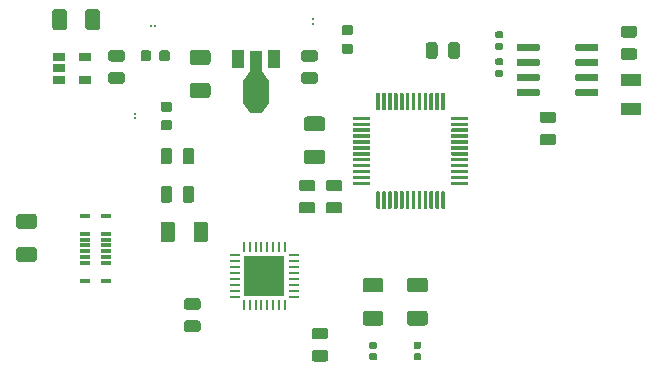
<source format=gtp>
G04 #@! TF.GenerationSoftware,KiCad,Pcbnew,(5.1.5)-3*
G04 #@! TF.CreationDate,2021-09-22T00:57:08-07:00*
G04 #@! TF.ProjectId,control_board,636f6e74-726f-46c5-9f62-6f6172642e6b,rev?*
G04 #@! TF.SameCoordinates,Original*
G04 #@! TF.FileFunction,Paste,Top*
G04 #@! TF.FilePolarity,Positive*
%FSLAX46Y46*%
G04 Gerber Fmt 4.6, Leading zero omitted, Abs format (unit mm)*
G04 Created by KiCad (PCBNEW (5.1.5)-3) date 2021-09-22 00:57:08*
%MOMM*%
%LPD*%
G04 APERTURE LIST*
%ADD10C,0.100000*%
%ADD11R,0.260000X0.200000*%
%ADD12R,1.800000X1.000000*%
%ADD13R,1.060000X0.650000*%
%ADD14R,0.850000X0.280000*%
%ADD15R,0.280000X0.850000*%
%ADD16R,3.450000X3.450000*%
%ADD17R,0.870000X0.300000*%
%ADD18R,0.200000X0.260000*%
%ADD19R,2.200000X1.840000*%
%ADD20R,1.000000X1.500000*%
%ADD21R,1.000000X1.800000*%
G04 APERTURE END LIST*
D10*
G36*
X46760191Y-34628573D02*
G01*
X46781426Y-34631723D01*
X46802250Y-34636939D01*
X46822462Y-34644171D01*
X46841868Y-34653350D01*
X46860281Y-34664386D01*
X46877524Y-34677174D01*
X46893430Y-34691590D01*
X46907846Y-34707496D01*
X46920634Y-34724739D01*
X46931670Y-34743152D01*
X46940849Y-34762558D01*
X46948081Y-34782770D01*
X46953297Y-34803594D01*
X46956447Y-34824829D01*
X46957500Y-34846270D01*
X46957500Y-35358770D01*
X46956447Y-35380211D01*
X46953297Y-35401446D01*
X46948081Y-35422270D01*
X46940849Y-35442482D01*
X46931670Y-35461888D01*
X46920634Y-35480301D01*
X46907846Y-35497544D01*
X46893430Y-35513450D01*
X46877524Y-35527866D01*
X46860281Y-35540654D01*
X46841868Y-35551690D01*
X46822462Y-35560869D01*
X46802250Y-35568101D01*
X46781426Y-35573317D01*
X46760191Y-35576467D01*
X46738750Y-35577520D01*
X46301250Y-35577520D01*
X46279809Y-35576467D01*
X46258574Y-35573317D01*
X46237750Y-35568101D01*
X46217538Y-35560869D01*
X46198132Y-35551690D01*
X46179719Y-35540654D01*
X46162476Y-35527866D01*
X46146570Y-35513450D01*
X46132154Y-35497544D01*
X46119366Y-35480301D01*
X46108330Y-35461888D01*
X46099151Y-35442482D01*
X46091919Y-35422270D01*
X46086703Y-35401446D01*
X46083553Y-35380211D01*
X46082500Y-35358770D01*
X46082500Y-34846270D01*
X46083553Y-34824829D01*
X46086703Y-34803594D01*
X46091919Y-34782770D01*
X46099151Y-34762558D01*
X46108330Y-34743152D01*
X46119366Y-34724739D01*
X46132154Y-34707496D01*
X46146570Y-34691590D01*
X46162476Y-34677174D01*
X46179719Y-34664386D01*
X46198132Y-34653350D01*
X46217538Y-34644171D01*
X46237750Y-34636939D01*
X46258574Y-34631723D01*
X46279809Y-34628573D01*
X46301250Y-34627520D01*
X46738750Y-34627520D01*
X46760191Y-34628573D01*
G37*
G36*
X48335191Y-34628573D02*
G01*
X48356426Y-34631723D01*
X48377250Y-34636939D01*
X48397462Y-34644171D01*
X48416868Y-34653350D01*
X48435281Y-34664386D01*
X48452524Y-34677174D01*
X48468430Y-34691590D01*
X48482846Y-34707496D01*
X48495634Y-34724739D01*
X48506670Y-34743152D01*
X48515849Y-34762558D01*
X48523081Y-34782770D01*
X48528297Y-34803594D01*
X48531447Y-34824829D01*
X48532500Y-34846270D01*
X48532500Y-35358770D01*
X48531447Y-35380211D01*
X48528297Y-35401446D01*
X48523081Y-35422270D01*
X48515849Y-35442482D01*
X48506670Y-35461888D01*
X48495634Y-35480301D01*
X48482846Y-35497544D01*
X48468430Y-35513450D01*
X48452524Y-35527866D01*
X48435281Y-35540654D01*
X48416868Y-35551690D01*
X48397462Y-35560869D01*
X48377250Y-35568101D01*
X48356426Y-35573317D01*
X48335191Y-35576467D01*
X48313750Y-35577520D01*
X47876250Y-35577520D01*
X47854809Y-35576467D01*
X47833574Y-35573317D01*
X47812750Y-35568101D01*
X47792538Y-35560869D01*
X47773132Y-35551690D01*
X47754719Y-35540654D01*
X47737476Y-35527866D01*
X47721570Y-35513450D01*
X47707154Y-35497544D01*
X47694366Y-35480301D01*
X47683330Y-35461888D01*
X47674151Y-35442482D01*
X47666919Y-35422270D01*
X47661703Y-35401446D01*
X47658553Y-35380211D01*
X47657500Y-35358770D01*
X47657500Y-34846270D01*
X47658553Y-34824829D01*
X47661703Y-34803594D01*
X47666919Y-34782770D01*
X47674151Y-34762558D01*
X47683330Y-34743152D01*
X47694366Y-34724739D01*
X47707154Y-34707496D01*
X47721570Y-34691590D01*
X47737476Y-34677174D01*
X47754719Y-34664386D01*
X47773132Y-34653350D01*
X47792538Y-34644171D01*
X47812750Y-34636939D01*
X47833574Y-34631723D01*
X47854809Y-34628573D01*
X47876250Y-34627520D01*
X48313750Y-34627520D01*
X48335191Y-34628573D01*
G37*
G36*
X63841191Y-34069553D02*
G01*
X63862426Y-34072703D01*
X63883250Y-34077919D01*
X63903462Y-34085151D01*
X63922868Y-34094330D01*
X63941281Y-34105366D01*
X63958524Y-34118154D01*
X63974430Y-34132570D01*
X63988846Y-34148476D01*
X64001634Y-34165719D01*
X64012670Y-34184132D01*
X64021849Y-34203538D01*
X64029081Y-34223750D01*
X64034297Y-34244574D01*
X64037447Y-34265809D01*
X64038500Y-34287250D01*
X64038500Y-34724750D01*
X64037447Y-34746191D01*
X64034297Y-34767426D01*
X64029081Y-34788250D01*
X64021849Y-34808462D01*
X64012670Y-34827868D01*
X64001634Y-34846281D01*
X63988846Y-34863524D01*
X63974430Y-34879430D01*
X63958524Y-34893846D01*
X63941281Y-34906634D01*
X63922868Y-34917670D01*
X63903462Y-34926849D01*
X63883250Y-34934081D01*
X63862426Y-34939297D01*
X63841191Y-34942447D01*
X63819750Y-34943500D01*
X63307250Y-34943500D01*
X63285809Y-34942447D01*
X63264574Y-34939297D01*
X63243750Y-34934081D01*
X63223538Y-34926849D01*
X63204132Y-34917670D01*
X63185719Y-34906634D01*
X63168476Y-34893846D01*
X63152570Y-34879430D01*
X63138154Y-34863524D01*
X63125366Y-34846281D01*
X63114330Y-34827868D01*
X63105151Y-34808462D01*
X63097919Y-34788250D01*
X63092703Y-34767426D01*
X63089553Y-34746191D01*
X63088500Y-34724750D01*
X63088500Y-34287250D01*
X63089553Y-34265809D01*
X63092703Y-34244574D01*
X63097919Y-34223750D01*
X63105151Y-34203538D01*
X63114330Y-34184132D01*
X63125366Y-34165719D01*
X63138154Y-34148476D01*
X63152570Y-34132570D01*
X63168476Y-34118154D01*
X63185719Y-34105366D01*
X63204132Y-34094330D01*
X63223538Y-34085151D01*
X63243750Y-34077919D01*
X63264574Y-34072703D01*
X63285809Y-34069553D01*
X63307250Y-34068500D01*
X63819750Y-34068500D01*
X63841191Y-34069553D01*
G37*
G36*
X63841191Y-32494553D02*
G01*
X63862426Y-32497703D01*
X63883250Y-32502919D01*
X63903462Y-32510151D01*
X63922868Y-32519330D01*
X63941281Y-32530366D01*
X63958524Y-32543154D01*
X63974430Y-32557570D01*
X63988846Y-32573476D01*
X64001634Y-32590719D01*
X64012670Y-32609132D01*
X64021849Y-32628538D01*
X64029081Y-32648750D01*
X64034297Y-32669574D01*
X64037447Y-32690809D01*
X64038500Y-32712250D01*
X64038500Y-33149750D01*
X64037447Y-33171191D01*
X64034297Y-33192426D01*
X64029081Y-33213250D01*
X64021849Y-33233462D01*
X64012670Y-33252868D01*
X64001634Y-33271281D01*
X63988846Y-33288524D01*
X63974430Y-33304430D01*
X63958524Y-33318846D01*
X63941281Y-33331634D01*
X63922868Y-33342670D01*
X63903462Y-33351849D01*
X63883250Y-33359081D01*
X63862426Y-33364297D01*
X63841191Y-33367447D01*
X63819750Y-33368500D01*
X63307250Y-33368500D01*
X63285809Y-33367447D01*
X63264574Y-33364297D01*
X63243750Y-33359081D01*
X63223538Y-33351849D01*
X63204132Y-33342670D01*
X63185719Y-33331634D01*
X63168476Y-33318846D01*
X63152570Y-33304430D01*
X63138154Y-33288524D01*
X63125366Y-33271281D01*
X63114330Y-33252868D01*
X63105151Y-33233462D01*
X63097919Y-33213250D01*
X63092703Y-33192426D01*
X63089553Y-33171191D01*
X63088500Y-33149750D01*
X63088500Y-32712250D01*
X63089553Y-32690809D01*
X63092703Y-32669574D01*
X63097919Y-32648750D01*
X63105151Y-32628538D01*
X63114330Y-32609132D01*
X63125366Y-32590719D01*
X63138154Y-32573476D01*
X63152570Y-32557570D01*
X63168476Y-32543154D01*
X63185719Y-32530366D01*
X63204132Y-32519330D01*
X63223538Y-32510151D01*
X63243750Y-32502919D01*
X63264574Y-32497703D01*
X63285809Y-32494553D01*
X63307250Y-32493500D01*
X63819750Y-32493500D01*
X63841191Y-32494553D01*
G37*
G36*
X48537691Y-40546553D02*
G01*
X48558926Y-40549703D01*
X48579750Y-40554919D01*
X48599962Y-40562151D01*
X48619368Y-40571330D01*
X48637781Y-40582366D01*
X48655024Y-40595154D01*
X48670930Y-40609570D01*
X48685346Y-40625476D01*
X48698134Y-40642719D01*
X48709170Y-40661132D01*
X48718349Y-40680538D01*
X48725581Y-40700750D01*
X48730797Y-40721574D01*
X48733947Y-40742809D01*
X48735000Y-40764250D01*
X48735000Y-41201750D01*
X48733947Y-41223191D01*
X48730797Y-41244426D01*
X48725581Y-41265250D01*
X48718349Y-41285462D01*
X48709170Y-41304868D01*
X48698134Y-41323281D01*
X48685346Y-41340524D01*
X48670930Y-41356430D01*
X48655024Y-41370846D01*
X48637781Y-41383634D01*
X48619368Y-41394670D01*
X48599962Y-41403849D01*
X48579750Y-41411081D01*
X48558926Y-41416297D01*
X48537691Y-41419447D01*
X48516250Y-41420500D01*
X48003750Y-41420500D01*
X47982309Y-41419447D01*
X47961074Y-41416297D01*
X47940250Y-41411081D01*
X47920038Y-41403849D01*
X47900632Y-41394670D01*
X47882219Y-41383634D01*
X47864976Y-41370846D01*
X47849070Y-41356430D01*
X47834654Y-41340524D01*
X47821866Y-41323281D01*
X47810830Y-41304868D01*
X47801651Y-41285462D01*
X47794419Y-41265250D01*
X47789203Y-41244426D01*
X47786053Y-41223191D01*
X47785000Y-41201750D01*
X47785000Y-40764250D01*
X47786053Y-40742809D01*
X47789203Y-40721574D01*
X47794419Y-40700750D01*
X47801651Y-40680538D01*
X47810830Y-40661132D01*
X47821866Y-40642719D01*
X47834654Y-40625476D01*
X47849070Y-40609570D01*
X47864976Y-40595154D01*
X47882219Y-40582366D01*
X47900632Y-40571330D01*
X47920038Y-40562151D01*
X47940250Y-40554919D01*
X47961074Y-40549703D01*
X47982309Y-40546553D01*
X48003750Y-40545500D01*
X48516250Y-40545500D01*
X48537691Y-40546553D01*
G37*
G36*
X48537691Y-38971553D02*
G01*
X48558926Y-38974703D01*
X48579750Y-38979919D01*
X48599962Y-38987151D01*
X48619368Y-38996330D01*
X48637781Y-39007366D01*
X48655024Y-39020154D01*
X48670930Y-39034570D01*
X48685346Y-39050476D01*
X48698134Y-39067719D01*
X48709170Y-39086132D01*
X48718349Y-39105538D01*
X48725581Y-39125750D01*
X48730797Y-39146574D01*
X48733947Y-39167809D01*
X48735000Y-39189250D01*
X48735000Y-39626750D01*
X48733947Y-39648191D01*
X48730797Y-39669426D01*
X48725581Y-39690250D01*
X48718349Y-39710462D01*
X48709170Y-39729868D01*
X48698134Y-39748281D01*
X48685346Y-39765524D01*
X48670930Y-39781430D01*
X48655024Y-39795846D01*
X48637781Y-39808634D01*
X48619368Y-39819670D01*
X48599962Y-39828849D01*
X48579750Y-39836081D01*
X48558926Y-39841297D01*
X48537691Y-39844447D01*
X48516250Y-39845500D01*
X48003750Y-39845500D01*
X47982309Y-39844447D01*
X47961074Y-39841297D01*
X47940250Y-39836081D01*
X47920038Y-39828849D01*
X47900632Y-39819670D01*
X47882219Y-39808634D01*
X47864976Y-39795846D01*
X47849070Y-39781430D01*
X47834654Y-39765524D01*
X47821866Y-39748281D01*
X47810830Y-39729868D01*
X47801651Y-39710462D01*
X47794419Y-39690250D01*
X47789203Y-39669426D01*
X47786053Y-39648191D01*
X47785000Y-39626750D01*
X47785000Y-39189250D01*
X47786053Y-39167809D01*
X47789203Y-39146574D01*
X47794419Y-39125750D01*
X47801651Y-39105538D01*
X47810830Y-39086132D01*
X47821866Y-39067719D01*
X47834654Y-39050476D01*
X47849070Y-39034570D01*
X47864976Y-39020154D01*
X47882219Y-39007366D01*
X47900632Y-38996330D01*
X47920038Y-38987151D01*
X47940250Y-38979919D01*
X47961074Y-38974703D01*
X47982309Y-38971553D01*
X48003750Y-38970500D01*
X48516250Y-38970500D01*
X48537691Y-38971553D01*
G37*
G36*
X66262871Y-38249881D02*
G01*
X66270152Y-38250961D01*
X66277291Y-38252749D01*
X66284221Y-38255229D01*
X66290875Y-38258376D01*
X66297188Y-38262160D01*
X66303099Y-38266544D01*
X66308553Y-38271487D01*
X66313496Y-38276941D01*
X66317880Y-38282852D01*
X66321664Y-38289165D01*
X66324811Y-38295819D01*
X66327291Y-38302749D01*
X66329079Y-38309888D01*
X66330159Y-38317169D01*
X66330520Y-38324520D01*
X66330520Y-39649520D01*
X66330159Y-39656871D01*
X66329079Y-39664152D01*
X66327291Y-39671291D01*
X66324811Y-39678221D01*
X66321664Y-39684875D01*
X66317880Y-39691188D01*
X66313496Y-39697099D01*
X66308553Y-39702553D01*
X66303099Y-39707496D01*
X66297188Y-39711880D01*
X66290875Y-39715664D01*
X66284221Y-39718811D01*
X66277291Y-39721291D01*
X66270152Y-39723079D01*
X66262871Y-39724159D01*
X66255520Y-39724520D01*
X66105520Y-39724520D01*
X66098169Y-39724159D01*
X66090888Y-39723079D01*
X66083749Y-39721291D01*
X66076819Y-39718811D01*
X66070165Y-39715664D01*
X66063852Y-39711880D01*
X66057941Y-39707496D01*
X66052487Y-39702553D01*
X66047544Y-39697099D01*
X66043160Y-39691188D01*
X66039376Y-39684875D01*
X66036229Y-39678221D01*
X66033749Y-39671291D01*
X66031961Y-39664152D01*
X66030881Y-39656871D01*
X66030520Y-39649520D01*
X66030520Y-38324520D01*
X66030881Y-38317169D01*
X66031961Y-38309888D01*
X66033749Y-38302749D01*
X66036229Y-38295819D01*
X66039376Y-38289165D01*
X66043160Y-38282852D01*
X66047544Y-38276941D01*
X66052487Y-38271487D01*
X66057941Y-38266544D01*
X66063852Y-38262160D01*
X66070165Y-38258376D01*
X66076819Y-38255229D01*
X66083749Y-38252749D01*
X66090888Y-38250961D01*
X66098169Y-38249881D01*
X66105520Y-38249520D01*
X66255520Y-38249520D01*
X66262871Y-38249881D01*
G37*
G36*
X66762871Y-38249881D02*
G01*
X66770152Y-38250961D01*
X66777291Y-38252749D01*
X66784221Y-38255229D01*
X66790875Y-38258376D01*
X66797188Y-38262160D01*
X66803099Y-38266544D01*
X66808553Y-38271487D01*
X66813496Y-38276941D01*
X66817880Y-38282852D01*
X66821664Y-38289165D01*
X66824811Y-38295819D01*
X66827291Y-38302749D01*
X66829079Y-38309888D01*
X66830159Y-38317169D01*
X66830520Y-38324520D01*
X66830520Y-39649520D01*
X66830159Y-39656871D01*
X66829079Y-39664152D01*
X66827291Y-39671291D01*
X66824811Y-39678221D01*
X66821664Y-39684875D01*
X66817880Y-39691188D01*
X66813496Y-39697099D01*
X66808553Y-39702553D01*
X66803099Y-39707496D01*
X66797188Y-39711880D01*
X66790875Y-39715664D01*
X66784221Y-39718811D01*
X66777291Y-39721291D01*
X66770152Y-39723079D01*
X66762871Y-39724159D01*
X66755520Y-39724520D01*
X66605520Y-39724520D01*
X66598169Y-39724159D01*
X66590888Y-39723079D01*
X66583749Y-39721291D01*
X66576819Y-39718811D01*
X66570165Y-39715664D01*
X66563852Y-39711880D01*
X66557941Y-39707496D01*
X66552487Y-39702553D01*
X66547544Y-39697099D01*
X66543160Y-39691188D01*
X66539376Y-39684875D01*
X66536229Y-39678221D01*
X66533749Y-39671291D01*
X66531961Y-39664152D01*
X66530881Y-39656871D01*
X66530520Y-39649520D01*
X66530520Y-38324520D01*
X66530881Y-38317169D01*
X66531961Y-38309888D01*
X66533749Y-38302749D01*
X66536229Y-38295819D01*
X66539376Y-38289165D01*
X66543160Y-38282852D01*
X66547544Y-38276941D01*
X66552487Y-38271487D01*
X66557941Y-38266544D01*
X66563852Y-38262160D01*
X66570165Y-38258376D01*
X66576819Y-38255229D01*
X66583749Y-38252749D01*
X66590888Y-38250961D01*
X66598169Y-38249881D01*
X66605520Y-38249520D01*
X66755520Y-38249520D01*
X66762871Y-38249881D01*
G37*
G36*
X67262871Y-38249881D02*
G01*
X67270152Y-38250961D01*
X67277291Y-38252749D01*
X67284221Y-38255229D01*
X67290875Y-38258376D01*
X67297188Y-38262160D01*
X67303099Y-38266544D01*
X67308553Y-38271487D01*
X67313496Y-38276941D01*
X67317880Y-38282852D01*
X67321664Y-38289165D01*
X67324811Y-38295819D01*
X67327291Y-38302749D01*
X67329079Y-38309888D01*
X67330159Y-38317169D01*
X67330520Y-38324520D01*
X67330520Y-39649520D01*
X67330159Y-39656871D01*
X67329079Y-39664152D01*
X67327291Y-39671291D01*
X67324811Y-39678221D01*
X67321664Y-39684875D01*
X67317880Y-39691188D01*
X67313496Y-39697099D01*
X67308553Y-39702553D01*
X67303099Y-39707496D01*
X67297188Y-39711880D01*
X67290875Y-39715664D01*
X67284221Y-39718811D01*
X67277291Y-39721291D01*
X67270152Y-39723079D01*
X67262871Y-39724159D01*
X67255520Y-39724520D01*
X67105520Y-39724520D01*
X67098169Y-39724159D01*
X67090888Y-39723079D01*
X67083749Y-39721291D01*
X67076819Y-39718811D01*
X67070165Y-39715664D01*
X67063852Y-39711880D01*
X67057941Y-39707496D01*
X67052487Y-39702553D01*
X67047544Y-39697099D01*
X67043160Y-39691188D01*
X67039376Y-39684875D01*
X67036229Y-39678221D01*
X67033749Y-39671291D01*
X67031961Y-39664152D01*
X67030881Y-39656871D01*
X67030520Y-39649520D01*
X67030520Y-38324520D01*
X67030881Y-38317169D01*
X67031961Y-38309888D01*
X67033749Y-38302749D01*
X67036229Y-38295819D01*
X67039376Y-38289165D01*
X67043160Y-38282852D01*
X67047544Y-38276941D01*
X67052487Y-38271487D01*
X67057941Y-38266544D01*
X67063852Y-38262160D01*
X67070165Y-38258376D01*
X67076819Y-38255229D01*
X67083749Y-38252749D01*
X67090888Y-38250961D01*
X67098169Y-38249881D01*
X67105520Y-38249520D01*
X67255520Y-38249520D01*
X67262871Y-38249881D01*
G37*
G36*
X67762871Y-38249881D02*
G01*
X67770152Y-38250961D01*
X67777291Y-38252749D01*
X67784221Y-38255229D01*
X67790875Y-38258376D01*
X67797188Y-38262160D01*
X67803099Y-38266544D01*
X67808553Y-38271487D01*
X67813496Y-38276941D01*
X67817880Y-38282852D01*
X67821664Y-38289165D01*
X67824811Y-38295819D01*
X67827291Y-38302749D01*
X67829079Y-38309888D01*
X67830159Y-38317169D01*
X67830520Y-38324520D01*
X67830520Y-39649520D01*
X67830159Y-39656871D01*
X67829079Y-39664152D01*
X67827291Y-39671291D01*
X67824811Y-39678221D01*
X67821664Y-39684875D01*
X67817880Y-39691188D01*
X67813496Y-39697099D01*
X67808553Y-39702553D01*
X67803099Y-39707496D01*
X67797188Y-39711880D01*
X67790875Y-39715664D01*
X67784221Y-39718811D01*
X67777291Y-39721291D01*
X67770152Y-39723079D01*
X67762871Y-39724159D01*
X67755520Y-39724520D01*
X67605520Y-39724520D01*
X67598169Y-39724159D01*
X67590888Y-39723079D01*
X67583749Y-39721291D01*
X67576819Y-39718811D01*
X67570165Y-39715664D01*
X67563852Y-39711880D01*
X67557941Y-39707496D01*
X67552487Y-39702553D01*
X67547544Y-39697099D01*
X67543160Y-39691188D01*
X67539376Y-39684875D01*
X67536229Y-39678221D01*
X67533749Y-39671291D01*
X67531961Y-39664152D01*
X67530881Y-39656871D01*
X67530520Y-39649520D01*
X67530520Y-38324520D01*
X67530881Y-38317169D01*
X67531961Y-38309888D01*
X67533749Y-38302749D01*
X67536229Y-38295819D01*
X67539376Y-38289165D01*
X67543160Y-38282852D01*
X67547544Y-38276941D01*
X67552487Y-38271487D01*
X67557941Y-38266544D01*
X67563852Y-38262160D01*
X67570165Y-38258376D01*
X67576819Y-38255229D01*
X67583749Y-38252749D01*
X67590888Y-38250961D01*
X67598169Y-38249881D01*
X67605520Y-38249520D01*
X67755520Y-38249520D01*
X67762871Y-38249881D01*
G37*
G36*
X68262871Y-38249881D02*
G01*
X68270152Y-38250961D01*
X68277291Y-38252749D01*
X68284221Y-38255229D01*
X68290875Y-38258376D01*
X68297188Y-38262160D01*
X68303099Y-38266544D01*
X68308553Y-38271487D01*
X68313496Y-38276941D01*
X68317880Y-38282852D01*
X68321664Y-38289165D01*
X68324811Y-38295819D01*
X68327291Y-38302749D01*
X68329079Y-38309888D01*
X68330159Y-38317169D01*
X68330520Y-38324520D01*
X68330520Y-39649520D01*
X68330159Y-39656871D01*
X68329079Y-39664152D01*
X68327291Y-39671291D01*
X68324811Y-39678221D01*
X68321664Y-39684875D01*
X68317880Y-39691188D01*
X68313496Y-39697099D01*
X68308553Y-39702553D01*
X68303099Y-39707496D01*
X68297188Y-39711880D01*
X68290875Y-39715664D01*
X68284221Y-39718811D01*
X68277291Y-39721291D01*
X68270152Y-39723079D01*
X68262871Y-39724159D01*
X68255520Y-39724520D01*
X68105520Y-39724520D01*
X68098169Y-39724159D01*
X68090888Y-39723079D01*
X68083749Y-39721291D01*
X68076819Y-39718811D01*
X68070165Y-39715664D01*
X68063852Y-39711880D01*
X68057941Y-39707496D01*
X68052487Y-39702553D01*
X68047544Y-39697099D01*
X68043160Y-39691188D01*
X68039376Y-39684875D01*
X68036229Y-39678221D01*
X68033749Y-39671291D01*
X68031961Y-39664152D01*
X68030881Y-39656871D01*
X68030520Y-39649520D01*
X68030520Y-38324520D01*
X68030881Y-38317169D01*
X68031961Y-38309888D01*
X68033749Y-38302749D01*
X68036229Y-38295819D01*
X68039376Y-38289165D01*
X68043160Y-38282852D01*
X68047544Y-38276941D01*
X68052487Y-38271487D01*
X68057941Y-38266544D01*
X68063852Y-38262160D01*
X68070165Y-38258376D01*
X68076819Y-38255229D01*
X68083749Y-38252749D01*
X68090888Y-38250961D01*
X68098169Y-38249881D01*
X68105520Y-38249520D01*
X68255520Y-38249520D01*
X68262871Y-38249881D01*
G37*
G36*
X68762871Y-38249881D02*
G01*
X68770152Y-38250961D01*
X68777291Y-38252749D01*
X68784221Y-38255229D01*
X68790875Y-38258376D01*
X68797188Y-38262160D01*
X68803099Y-38266544D01*
X68808553Y-38271487D01*
X68813496Y-38276941D01*
X68817880Y-38282852D01*
X68821664Y-38289165D01*
X68824811Y-38295819D01*
X68827291Y-38302749D01*
X68829079Y-38309888D01*
X68830159Y-38317169D01*
X68830520Y-38324520D01*
X68830520Y-39649520D01*
X68830159Y-39656871D01*
X68829079Y-39664152D01*
X68827291Y-39671291D01*
X68824811Y-39678221D01*
X68821664Y-39684875D01*
X68817880Y-39691188D01*
X68813496Y-39697099D01*
X68808553Y-39702553D01*
X68803099Y-39707496D01*
X68797188Y-39711880D01*
X68790875Y-39715664D01*
X68784221Y-39718811D01*
X68777291Y-39721291D01*
X68770152Y-39723079D01*
X68762871Y-39724159D01*
X68755520Y-39724520D01*
X68605520Y-39724520D01*
X68598169Y-39724159D01*
X68590888Y-39723079D01*
X68583749Y-39721291D01*
X68576819Y-39718811D01*
X68570165Y-39715664D01*
X68563852Y-39711880D01*
X68557941Y-39707496D01*
X68552487Y-39702553D01*
X68547544Y-39697099D01*
X68543160Y-39691188D01*
X68539376Y-39684875D01*
X68536229Y-39678221D01*
X68533749Y-39671291D01*
X68531961Y-39664152D01*
X68530881Y-39656871D01*
X68530520Y-39649520D01*
X68530520Y-38324520D01*
X68530881Y-38317169D01*
X68531961Y-38309888D01*
X68533749Y-38302749D01*
X68536229Y-38295819D01*
X68539376Y-38289165D01*
X68543160Y-38282852D01*
X68547544Y-38276941D01*
X68552487Y-38271487D01*
X68557941Y-38266544D01*
X68563852Y-38262160D01*
X68570165Y-38258376D01*
X68576819Y-38255229D01*
X68583749Y-38252749D01*
X68590888Y-38250961D01*
X68598169Y-38249881D01*
X68605520Y-38249520D01*
X68755520Y-38249520D01*
X68762871Y-38249881D01*
G37*
G36*
X69262871Y-38249881D02*
G01*
X69270152Y-38250961D01*
X69277291Y-38252749D01*
X69284221Y-38255229D01*
X69290875Y-38258376D01*
X69297188Y-38262160D01*
X69303099Y-38266544D01*
X69308553Y-38271487D01*
X69313496Y-38276941D01*
X69317880Y-38282852D01*
X69321664Y-38289165D01*
X69324811Y-38295819D01*
X69327291Y-38302749D01*
X69329079Y-38309888D01*
X69330159Y-38317169D01*
X69330520Y-38324520D01*
X69330520Y-39649520D01*
X69330159Y-39656871D01*
X69329079Y-39664152D01*
X69327291Y-39671291D01*
X69324811Y-39678221D01*
X69321664Y-39684875D01*
X69317880Y-39691188D01*
X69313496Y-39697099D01*
X69308553Y-39702553D01*
X69303099Y-39707496D01*
X69297188Y-39711880D01*
X69290875Y-39715664D01*
X69284221Y-39718811D01*
X69277291Y-39721291D01*
X69270152Y-39723079D01*
X69262871Y-39724159D01*
X69255520Y-39724520D01*
X69105520Y-39724520D01*
X69098169Y-39724159D01*
X69090888Y-39723079D01*
X69083749Y-39721291D01*
X69076819Y-39718811D01*
X69070165Y-39715664D01*
X69063852Y-39711880D01*
X69057941Y-39707496D01*
X69052487Y-39702553D01*
X69047544Y-39697099D01*
X69043160Y-39691188D01*
X69039376Y-39684875D01*
X69036229Y-39678221D01*
X69033749Y-39671291D01*
X69031961Y-39664152D01*
X69030881Y-39656871D01*
X69030520Y-39649520D01*
X69030520Y-38324520D01*
X69030881Y-38317169D01*
X69031961Y-38309888D01*
X69033749Y-38302749D01*
X69036229Y-38295819D01*
X69039376Y-38289165D01*
X69043160Y-38282852D01*
X69047544Y-38276941D01*
X69052487Y-38271487D01*
X69057941Y-38266544D01*
X69063852Y-38262160D01*
X69070165Y-38258376D01*
X69076819Y-38255229D01*
X69083749Y-38252749D01*
X69090888Y-38250961D01*
X69098169Y-38249881D01*
X69105520Y-38249520D01*
X69255520Y-38249520D01*
X69262871Y-38249881D01*
G37*
G36*
X69762871Y-38249881D02*
G01*
X69770152Y-38250961D01*
X69777291Y-38252749D01*
X69784221Y-38255229D01*
X69790875Y-38258376D01*
X69797188Y-38262160D01*
X69803099Y-38266544D01*
X69808553Y-38271487D01*
X69813496Y-38276941D01*
X69817880Y-38282852D01*
X69821664Y-38289165D01*
X69824811Y-38295819D01*
X69827291Y-38302749D01*
X69829079Y-38309888D01*
X69830159Y-38317169D01*
X69830520Y-38324520D01*
X69830520Y-39649520D01*
X69830159Y-39656871D01*
X69829079Y-39664152D01*
X69827291Y-39671291D01*
X69824811Y-39678221D01*
X69821664Y-39684875D01*
X69817880Y-39691188D01*
X69813496Y-39697099D01*
X69808553Y-39702553D01*
X69803099Y-39707496D01*
X69797188Y-39711880D01*
X69790875Y-39715664D01*
X69784221Y-39718811D01*
X69777291Y-39721291D01*
X69770152Y-39723079D01*
X69762871Y-39724159D01*
X69755520Y-39724520D01*
X69605520Y-39724520D01*
X69598169Y-39724159D01*
X69590888Y-39723079D01*
X69583749Y-39721291D01*
X69576819Y-39718811D01*
X69570165Y-39715664D01*
X69563852Y-39711880D01*
X69557941Y-39707496D01*
X69552487Y-39702553D01*
X69547544Y-39697099D01*
X69543160Y-39691188D01*
X69539376Y-39684875D01*
X69536229Y-39678221D01*
X69533749Y-39671291D01*
X69531961Y-39664152D01*
X69530881Y-39656871D01*
X69530520Y-39649520D01*
X69530520Y-38324520D01*
X69530881Y-38317169D01*
X69531961Y-38309888D01*
X69533749Y-38302749D01*
X69536229Y-38295819D01*
X69539376Y-38289165D01*
X69543160Y-38282852D01*
X69547544Y-38276941D01*
X69552487Y-38271487D01*
X69557941Y-38266544D01*
X69563852Y-38262160D01*
X69570165Y-38258376D01*
X69576819Y-38255229D01*
X69583749Y-38252749D01*
X69590888Y-38250961D01*
X69598169Y-38249881D01*
X69605520Y-38249520D01*
X69755520Y-38249520D01*
X69762871Y-38249881D01*
G37*
G36*
X70262871Y-38249881D02*
G01*
X70270152Y-38250961D01*
X70277291Y-38252749D01*
X70284221Y-38255229D01*
X70290875Y-38258376D01*
X70297188Y-38262160D01*
X70303099Y-38266544D01*
X70308553Y-38271487D01*
X70313496Y-38276941D01*
X70317880Y-38282852D01*
X70321664Y-38289165D01*
X70324811Y-38295819D01*
X70327291Y-38302749D01*
X70329079Y-38309888D01*
X70330159Y-38317169D01*
X70330520Y-38324520D01*
X70330520Y-39649520D01*
X70330159Y-39656871D01*
X70329079Y-39664152D01*
X70327291Y-39671291D01*
X70324811Y-39678221D01*
X70321664Y-39684875D01*
X70317880Y-39691188D01*
X70313496Y-39697099D01*
X70308553Y-39702553D01*
X70303099Y-39707496D01*
X70297188Y-39711880D01*
X70290875Y-39715664D01*
X70284221Y-39718811D01*
X70277291Y-39721291D01*
X70270152Y-39723079D01*
X70262871Y-39724159D01*
X70255520Y-39724520D01*
X70105520Y-39724520D01*
X70098169Y-39724159D01*
X70090888Y-39723079D01*
X70083749Y-39721291D01*
X70076819Y-39718811D01*
X70070165Y-39715664D01*
X70063852Y-39711880D01*
X70057941Y-39707496D01*
X70052487Y-39702553D01*
X70047544Y-39697099D01*
X70043160Y-39691188D01*
X70039376Y-39684875D01*
X70036229Y-39678221D01*
X70033749Y-39671291D01*
X70031961Y-39664152D01*
X70030881Y-39656871D01*
X70030520Y-39649520D01*
X70030520Y-38324520D01*
X70030881Y-38317169D01*
X70031961Y-38309888D01*
X70033749Y-38302749D01*
X70036229Y-38295819D01*
X70039376Y-38289165D01*
X70043160Y-38282852D01*
X70047544Y-38276941D01*
X70052487Y-38271487D01*
X70057941Y-38266544D01*
X70063852Y-38262160D01*
X70070165Y-38258376D01*
X70076819Y-38255229D01*
X70083749Y-38252749D01*
X70090888Y-38250961D01*
X70098169Y-38249881D01*
X70105520Y-38249520D01*
X70255520Y-38249520D01*
X70262871Y-38249881D01*
G37*
G36*
X70762871Y-38249881D02*
G01*
X70770152Y-38250961D01*
X70777291Y-38252749D01*
X70784221Y-38255229D01*
X70790875Y-38258376D01*
X70797188Y-38262160D01*
X70803099Y-38266544D01*
X70808553Y-38271487D01*
X70813496Y-38276941D01*
X70817880Y-38282852D01*
X70821664Y-38289165D01*
X70824811Y-38295819D01*
X70827291Y-38302749D01*
X70829079Y-38309888D01*
X70830159Y-38317169D01*
X70830520Y-38324520D01*
X70830520Y-39649520D01*
X70830159Y-39656871D01*
X70829079Y-39664152D01*
X70827291Y-39671291D01*
X70824811Y-39678221D01*
X70821664Y-39684875D01*
X70817880Y-39691188D01*
X70813496Y-39697099D01*
X70808553Y-39702553D01*
X70803099Y-39707496D01*
X70797188Y-39711880D01*
X70790875Y-39715664D01*
X70784221Y-39718811D01*
X70777291Y-39721291D01*
X70770152Y-39723079D01*
X70762871Y-39724159D01*
X70755520Y-39724520D01*
X70605520Y-39724520D01*
X70598169Y-39724159D01*
X70590888Y-39723079D01*
X70583749Y-39721291D01*
X70576819Y-39718811D01*
X70570165Y-39715664D01*
X70563852Y-39711880D01*
X70557941Y-39707496D01*
X70552487Y-39702553D01*
X70547544Y-39697099D01*
X70543160Y-39691188D01*
X70539376Y-39684875D01*
X70536229Y-39678221D01*
X70533749Y-39671291D01*
X70531961Y-39664152D01*
X70530881Y-39656871D01*
X70530520Y-39649520D01*
X70530520Y-38324520D01*
X70530881Y-38317169D01*
X70531961Y-38309888D01*
X70533749Y-38302749D01*
X70536229Y-38295819D01*
X70539376Y-38289165D01*
X70543160Y-38282852D01*
X70547544Y-38276941D01*
X70552487Y-38271487D01*
X70557941Y-38266544D01*
X70563852Y-38262160D01*
X70570165Y-38258376D01*
X70576819Y-38255229D01*
X70583749Y-38252749D01*
X70590888Y-38250961D01*
X70598169Y-38249881D01*
X70605520Y-38249520D01*
X70755520Y-38249520D01*
X70762871Y-38249881D01*
G37*
G36*
X71262871Y-38249881D02*
G01*
X71270152Y-38250961D01*
X71277291Y-38252749D01*
X71284221Y-38255229D01*
X71290875Y-38258376D01*
X71297188Y-38262160D01*
X71303099Y-38266544D01*
X71308553Y-38271487D01*
X71313496Y-38276941D01*
X71317880Y-38282852D01*
X71321664Y-38289165D01*
X71324811Y-38295819D01*
X71327291Y-38302749D01*
X71329079Y-38309888D01*
X71330159Y-38317169D01*
X71330520Y-38324520D01*
X71330520Y-39649520D01*
X71330159Y-39656871D01*
X71329079Y-39664152D01*
X71327291Y-39671291D01*
X71324811Y-39678221D01*
X71321664Y-39684875D01*
X71317880Y-39691188D01*
X71313496Y-39697099D01*
X71308553Y-39702553D01*
X71303099Y-39707496D01*
X71297188Y-39711880D01*
X71290875Y-39715664D01*
X71284221Y-39718811D01*
X71277291Y-39721291D01*
X71270152Y-39723079D01*
X71262871Y-39724159D01*
X71255520Y-39724520D01*
X71105520Y-39724520D01*
X71098169Y-39724159D01*
X71090888Y-39723079D01*
X71083749Y-39721291D01*
X71076819Y-39718811D01*
X71070165Y-39715664D01*
X71063852Y-39711880D01*
X71057941Y-39707496D01*
X71052487Y-39702553D01*
X71047544Y-39697099D01*
X71043160Y-39691188D01*
X71039376Y-39684875D01*
X71036229Y-39678221D01*
X71033749Y-39671291D01*
X71031961Y-39664152D01*
X71030881Y-39656871D01*
X71030520Y-39649520D01*
X71030520Y-38324520D01*
X71030881Y-38317169D01*
X71031961Y-38309888D01*
X71033749Y-38302749D01*
X71036229Y-38295819D01*
X71039376Y-38289165D01*
X71043160Y-38282852D01*
X71047544Y-38276941D01*
X71052487Y-38271487D01*
X71057941Y-38266544D01*
X71063852Y-38262160D01*
X71070165Y-38258376D01*
X71076819Y-38255229D01*
X71083749Y-38252749D01*
X71090888Y-38250961D01*
X71098169Y-38249881D01*
X71105520Y-38249520D01*
X71255520Y-38249520D01*
X71262871Y-38249881D01*
G37*
G36*
X71762871Y-38249881D02*
G01*
X71770152Y-38250961D01*
X71777291Y-38252749D01*
X71784221Y-38255229D01*
X71790875Y-38258376D01*
X71797188Y-38262160D01*
X71803099Y-38266544D01*
X71808553Y-38271487D01*
X71813496Y-38276941D01*
X71817880Y-38282852D01*
X71821664Y-38289165D01*
X71824811Y-38295819D01*
X71827291Y-38302749D01*
X71829079Y-38309888D01*
X71830159Y-38317169D01*
X71830520Y-38324520D01*
X71830520Y-39649520D01*
X71830159Y-39656871D01*
X71829079Y-39664152D01*
X71827291Y-39671291D01*
X71824811Y-39678221D01*
X71821664Y-39684875D01*
X71817880Y-39691188D01*
X71813496Y-39697099D01*
X71808553Y-39702553D01*
X71803099Y-39707496D01*
X71797188Y-39711880D01*
X71790875Y-39715664D01*
X71784221Y-39718811D01*
X71777291Y-39721291D01*
X71770152Y-39723079D01*
X71762871Y-39724159D01*
X71755520Y-39724520D01*
X71605520Y-39724520D01*
X71598169Y-39724159D01*
X71590888Y-39723079D01*
X71583749Y-39721291D01*
X71576819Y-39718811D01*
X71570165Y-39715664D01*
X71563852Y-39711880D01*
X71557941Y-39707496D01*
X71552487Y-39702553D01*
X71547544Y-39697099D01*
X71543160Y-39691188D01*
X71539376Y-39684875D01*
X71536229Y-39678221D01*
X71533749Y-39671291D01*
X71531961Y-39664152D01*
X71530881Y-39656871D01*
X71530520Y-39649520D01*
X71530520Y-38324520D01*
X71530881Y-38317169D01*
X71531961Y-38309888D01*
X71533749Y-38302749D01*
X71536229Y-38295819D01*
X71539376Y-38289165D01*
X71543160Y-38282852D01*
X71547544Y-38276941D01*
X71552487Y-38271487D01*
X71557941Y-38266544D01*
X71563852Y-38262160D01*
X71570165Y-38258376D01*
X71576819Y-38255229D01*
X71583749Y-38252749D01*
X71590888Y-38250961D01*
X71598169Y-38249881D01*
X71605520Y-38249520D01*
X71755520Y-38249520D01*
X71762871Y-38249881D01*
G37*
G36*
X73762871Y-40249881D02*
G01*
X73770152Y-40250961D01*
X73777291Y-40252749D01*
X73784221Y-40255229D01*
X73790875Y-40258376D01*
X73797188Y-40262160D01*
X73803099Y-40266544D01*
X73808553Y-40271487D01*
X73813496Y-40276941D01*
X73817880Y-40282852D01*
X73821664Y-40289165D01*
X73824811Y-40295819D01*
X73827291Y-40302749D01*
X73829079Y-40309888D01*
X73830159Y-40317169D01*
X73830520Y-40324520D01*
X73830520Y-40474520D01*
X73830159Y-40481871D01*
X73829079Y-40489152D01*
X73827291Y-40496291D01*
X73824811Y-40503221D01*
X73821664Y-40509875D01*
X73817880Y-40516188D01*
X73813496Y-40522099D01*
X73808553Y-40527553D01*
X73803099Y-40532496D01*
X73797188Y-40536880D01*
X73790875Y-40540664D01*
X73784221Y-40543811D01*
X73777291Y-40546291D01*
X73770152Y-40548079D01*
X73762871Y-40549159D01*
X73755520Y-40549520D01*
X72430520Y-40549520D01*
X72423169Y-40549159D01*
X72415888Y-40548079D01*
X72408749Y-40546291D01*
X72401819Y-40543811D01*
X72395165Y-40540664D01*
X72388852Y-40536880D01*
X72382941Y-40532496D01*
X72377487Y-40527553D01*
X72372544Y-40522099D01*
X72368160Y-40516188D01*
X72364376Y-40509875D01*
X72361229Y-40503221D01*
X72358749Y-40496291D01*
X72356961Y-40489152D01*
X72355881Y-40481871D01*
X72355520Y-40474520D01*
X72355520Y-40324520D01*
X72355881Y-40317169D01*
X72356961Y-40309888D01*
X72358749Y-40302749D01*
X72361229Y-40295819D01*
X72364376Y-40289165D01*
X72368160Y-40282852D01*
X72372544Y-40276941D01*
X72377487Y-40271487D01*
X72382941Y-40266544D01*
X72388852Y-40262160D01*
X72395165Y-40258376D01*
X72401819Y-40255229D01*
X72408749Y-40252749D01*
X72415888Y-40250961D01*
X72423169Y-40249881D01*
X72430520Y-40249520D01*
X73755520Y-40249520D01*
X73762871Y-40249881D01*
G37*
G36*
X73762871Y-40749881D02*
G01*
X73770152Y-40750961D01*
X73777291Y-40752749D01*
X73784221Y-40755229D01*
X73790875Y-40758376D01*
X73797188Y-40762160D01*
X73803099Y-40766544D01*
X73808553Y-40771487D01*
X73813496Y-40776941D01*
X73817880Y-40782852D01*
X73821664Y-40789165D01*
X73824811Y-40795819D01*
X73827291Y-40802749D01*
X73829079Y-40809888D01*
X73830159Y-40817169D01*
X73830520Y-40824520D01*
X73830520Y-40974520D01*
X73830159Y-40981871D01*
X73829079Y-40989152D01*
X73827291Y-40996291D01*
X73824811Y-41003221D01*
X73821664Y-41009875D01*
X73817880Y-41016188D01*
X73813496Y-41022099D01*
X73808553Y-41027553D01*
X73803099Y-41032496D01*
X73797188Y-41036880D01*
X73790875Y-41040664D01*
X73784221Y-41043811D01*
X73777291Y-41046291D01*
X73770152Y-41048079D01*
X73762871Y-41049159D01*
X73755520Y-41049520D01*
X72430520Y-41049520D01*
X72423169Y-41049159D01*
X72415888Y-41048079D01*
X72408749Y-41046291D01*
X72401819Y-41043811D01*
X72395165Y-41040664D01*
X72388852Y-41036880D01*
X72382941Y-41032496D01*
X72377487Y-41027553D01*
X72372544Y-41022099D01*
X72368160Y-41016188D01*
X72364376Y-41009875D01*
X72361229Y-41003221D01*
X72358749Y-40996291D01*
X72356961Y-40989152D01*
X72355881Y-40981871D01*
X72355520Y-40974520D01*
X72355520Y-40824520D01*
X72355881Y-40817169D01*
X72356961Y-40809888D01*
X72358749Y-40802749D01*
X72361229Y-40795819D01*
X72364376Y-40789165D01*
X72368160Y-40782852D01*
X72372544Y-40776941D01*
X72377487Y-40771487D01*
X72382941Y-40766544D01*
X72388852Y-40762160D01*
X72395165Y-40758376D01*
X72401819Y-40755229D01*
X72408749Y-40752749D01*
X72415888Y-40750961D01*
X72423169Y-40749881D01*
X72430520Y-40749520D01*
X73755520Y-40749520D01*
X73762871Y-40749881D01*
G37*
G36*
X73762871Y-41249881D02*
G01*
X73770152Y-41250961D01*
X73777291Y-41252749D01*
X73784221Y-41255229D01*
X73790875Y-41258376D01*
X73797188Y-41262160D01*
X73803099Y-41266544D01*
X73808553Y-41271487D01*
X73813496Y-41276941D01*
X73817880Y-41282852D01*
X73821664Y-41289165D01*
X73824811Y-41295819D01*
X73827291Y-41302749D01*
X73829079Y-41309888D01*
X73830159Y-41317169D01*
X73830520Y-41324520D01*
X73830520Y-41474520D01*
X73830159Y-41481871D01*
X73829079Y-41489152D01*
X73827291Y-41496291D01*
X73824811Y-41503221D01*
X73821664Y-41509875D01*
X73817880Y-41516188D01*
X73813496Y-41522099D01*
X73808553Y-41527553D01*
X73803099Y-41532496D01*
X73797188Y-41536880D01*
X73790875Y-41540664D01*
X73784221Y-41543811D01*
X73777291Y-41546291D01*
X73770152Y-41548079D01*
X73762871Y-41549159D01*
X73755520Y-41549520D01*
X72430520Y-41549520D01*
X72423169Y-41549159D01*
X72415888Y-41548079D01*
X72408749Y-41546291D01*
X72401819Y-41543811D01*
X72395165Y-41540664D01*
X72388852Y-41536880D01*
X72382941Y-41532496D01*
X72377487Y-41527553D01*
X72372544Y-41522099D01*
X72368160Y-41516188D01*
X72364376Y-41509875D01*
X72361229Y-41503221D01*
X72358749Y-41496291D01*
X72356961Y-41489152D01*
X72355881Y-41481871D01*
X72355520Y-41474520D01*
X72355520Y-41324520D01*
X72355881Y-41317169D01*
X72356961Y-41309888D01*
X72358749Y-41302749D01*
X72361229Y-41295819D01*
X72364376Y-41289165D01*
X72368160Y-41282852D01*
X72372544Y-41276941D01*
X72377487Y-41271487D01*
X72382941Y-41266544D01*
X72388852Y-41262160D01*
X72395165Y-41258376D01*
X72401819Y-41255229D01*
X72408749Y-41252749D01*
X72415888Y-41250961D01*
X72423169Y-41249881D01*
X72430520Y-41249520D01*
X73755520Y-41249520D01*
X73762871Y-41249881D01*
G37*
G36*
X73762871Y-41749881D02*
G01*
X73770152Y-41750961D01*
X73777291Y-41752749D01*
X73784221Y-41755229D01*
X73790875Y-41758376D01*
X73797188Y-41762160D01*
X73803099Y-41766544D01*
X73808553Y-41771487D01*
X73813496Y-41776941D01*
X73817880Y-41782852D01*
X73821664Y-41789165D01*
X73824811Y-41795819D01*
X73827291Y-41802749D01*
X73829079Y-41809888D01*
X73830159Y-41817169D01*
X73830520Y-41824520D01*
X73830520Y-41974520D01*
X73830159Y-41981871D01*
X73829079Y-41989152D01*
X73827291Y-41996291D01*
X73824811Y-42003221D01*
X73821664Y-42009875D01*
X73817880Y-42016188D01*
X73813496Y-42022099D01*
X73808553Y-42027553D01*
X73803099Y-42032496D01*
X73797188Y-42036880D01*
X73790875Y-42040664D01*
X73784221Y-42043811D01*
X73777291Y-42046291D01*
X73770152Y-42048079D01*
X73762871Y-42049159D01*
X73755520Y-42049520D01*
X72430520Y-42049520D01*
X72423169Y-42049159D01*
X72415888Y-42048079D01*
X72408749Y-42046291D01*
X72401819Y-42043811D01*
X72395165Y-42040664D01*
X72388852Y-42036880D01*
X72382941Y-42032496D01*
X72377487Y-42027553D01*
X72372544Y-42022099D01*
X72368160Y-42016188D01*
X72364376Y-42009875D01*
X72361229Y-42003221D01*
X72358749Y-41996291D01*
X72356961Y-41989152D01*
X72355881Y-41981871D01*
X72355520Y-41974520D01*
X72355520Y-41824520D01*
X72355881Y-41817169D01*
X72356961Y-41809888D01*
X72358749Y-41802749D01*
X72361229Y-41795819D01*
X72364376Y-41789165D01*
X72368160Y-41782852D01*
X72372544Y-41776941D01*
X72377487Y-41771487D01*
X72382941Y-41766544D01*
X72388852Y-41762160D01*
X72395165Y-41758376D01*
X72401819Y-41755229D01*
X72408749Y-41752749D01*
X72415888Y-41750961D01*
X72423169Y-41749881D01*
X72430520Y-41749520D01*
X73755520Y-41749520D01*
X73762871Y-41749881D01*
G37*
G36*
X73762871Y-42249881D02*
G01*
X73770152Y-42250961D01*
X73777291Y-42252749D01*
X73784221Y-42255229D01*
X73790875Y-42258376D01*
X73797188Y-42262160D01*
X73803099Y-42266544D01*
X73808553Y-42271487D01*
X73813496Y-42276941D01*
X73817880Y-42282852D01*
X73821664Y-42289165D01*
X73824811Y-42295819D01*
X73827291Y-42302749D01*
X73829079Y-42309888D01*
X73830159Y-42317169D01*
X73830520Y-42324520D01*
X73830520Y-42474520D01*
X73830159Y-42481871D01*
X73829079Y-42489152D01*
X73827291Y-42496291D01*
X73824811Y-42503221D01*
X73821664Y-42509875D01*
X73817880Y-42516188D01*
X73813496Y-42522099D01*
X73808553Y-42527553D01*
X73803099Y-42532496D01*
X73797188Y-42536880D01*
X73790875Y-42540664D01*
X73784221Y-42543811D01*
X73777291Y-42546291D01*
X73770152Y-42548079D01*
X73762871Y-42549159D01*
X73755520Y-42549520D01*
X72430520Y-42549520D01*
X72423169Y-42549159D01*
X72415888Y-42548079D01*
X72408749Y-42546291D01*
X72401819Y-42543811D01*
X72395165Y-42540664D01*
X72388852Y-42536880D01*
X72382941Y-42532496D01*
X72377487Y-42527553D01*
X72372544Y-42522099D01*
X72368160Y-42516188D01*
X72364376Y-42509875D01*
X72361229Y-42503221D01*
X72358749Y-42496291D01*
X72356961Y-42489152D01*
X72355881Y-42481871D01*
X72355520Y-42474520D01*
X72355520Y-42324520D01*
X72355881Y-42317169D01*
X72356961Y-42309888D01*
X72358749Y-42302749D01*
X72361229Y-42295819D01*
X72364376Y-42289165D01*
X72368160Y-42282852D01*
X72372544Y-42276941D01*
X72377487Y-42271487D01*
X72382941Y-42266544D01*
X72388852Y-42262160D01*
X72395165Y-42258376D01*
X72401819Y-42255229D01*
X72408749Y-42252749D01*
X72415888Y-42250961D01*
X72423169Y-42249881D01*
X72430520Y-42249520D01*
X73755520Y-42249520D01*
X73762871Y-42249881D01*
G37*
G36*
X73762871Y-42749881D02*
G01*
X73770152Y-42750961D01*
X73777291Y-42752749D01*
X73784221Y-42755229D01*
X73790875Y-42758376D01*
X73797188Y-42762160D01*
X73803099Y-42766544D01*
X73808553Y-42771487D01*
X73813496Y-42776941D01*
X73817880Y-42782852D01*
X73821664Y-42789165D01*
X73824811Y-42795819D01*
X73827291Y-42802749D01*
X73829079Y-42809888D01*
X73830159Y-42817169D01*
X73830520Y-42824520D01*
X73830520Y-42974520D01*
X73830159Y-42981871D01*
X73829079Y-42989152D01*
X73827291Y-42996291D01*
X73824811Y-43003221D01*
X73821664Y-43009875D01*
X73817880Y-43016188D01*
X73813496Y-43022099D01*
X73808553Y-43027553D01*
X73803099Y-43032496D01*
X73797188Y-43036880D01*
X73790875Y-43040664D01*
X73784221Y-43043811D01*
X73777291Y-43046291D01*
X73770152Y-43048079D01*
X73762871Y-43049159D01*
X73755520Y-43049520D01*
X72430520Y-43049520D01*
X72423169Y-43049159D01*
X72415888Y-43048079D01*
X72408749Y-43046291D01*
X72401819Y-43043811D01*
X72395165Y-43040664D01*
X72388852Y-43036880D01*
X72382941Y-43032496D01*
X72377487Y-43027553D01*
X72372544Y-43022099D01*
X72368160Y-43016188D01*
X72364376Y-43009875D01*
X72361229Y-43003221D01*
X72358749Y-42996291D01*
X72356961Y-42989152D01*
X72355881Y-42981871D01*
X72355520Y-42974520D01*
X72355520Y-42824520D01*
X72355881Y-42817169D01*
X72356961Y-42809888D01*
X72358749Y-42802749D01*
X72361229Y-42795819D01*
X72364376Y-42789165D01*
X72368160Y-42782852D01*
X72372544Y-42776941D01*
X72377487Y-42771487D01*
X72382941Y-42766544D01*
X72388852Y-42762160D01*
X72395165Y-42758376D01*
X72401819Y-42755229D01*
X72408749Y-42752749D01*
X72415888Y-42750961D01*
X72423169Y-42749881D01*
X72430520Y-42749520D01*
X73755520Y-42749520D01*
X73762871Y-42749881D01*
G37*
G36*
X73762871Y-43249881D02*
G01*
X73770152Y-43250961D01*
X73777291Y-43252749D01*
X73784221Y-43255229D01*
X73790875Y-43258376D01*
X73797188Y-43262160D01*
X73803099Y-43266544D01*
X73808553Y-43271487D01*
X73813496Y-43276941D01*
X73817880Y-43282852D01*
X73821664Y-43289165D01*
X73824811Y-43295819D01*
X73827291Y-43302749D01*
X73829079Y-43309888D01*
X73830159Y-43317169D01*
X73830520Y-43324520D01*
X73830520Y-43474520D01*
X73830159Y-43481871D01*
X73829079Y-43489152D01*
X73827291Y-43496291D01*
X73824811Y-43503221D01*
X73821664Y-43509875D01*
X73817880Y-43516188D01*
X73813496Y-43522099D01*
X73808553Y-43527553D01*
X73803099Y-43532496D01*
X73797188Y-43536880D01*
X73790875Y-43540664D01*
X73784221Y-43543811D01*
X73777291Y-43546291D01*
X73770152Y-43548079D01*
X73762871Y-43549159D01*
X73755520Y-43549520D01*
X72430520Y-43549520D01*
X72423169Y-43549159D01*
X72415888Y-43548079D01*
X72408749Y-43546291D01*
X72401819Y-43543811D01*
X72395165Y-43540664D01*
X72388852Y-43536880D01*
X72382941Y-43532496D01*
X72377487Y-43527553D01*
X72372544Y-43522099D01*
X72368160Y-43516188D01*
X72364376Y-43509875D01*
X72361229Y-43503221D01*
X72358749Y-43496291D01*
X72356961Y-43489152D01*
X72355881Y-43481871D01*
X72355520Y-43474520D01*
X72355520Y-43324520D01*
X72355881Y-43317169D01*
X72356961Y-43309888D01*
X72358749Y-43302749D01*
X72361229Y-43295819D01*
X72364376Y-43289165D01*
X72368160Y-43282852D01*
X72372544Y-43276941D01*
X72377487Y-43271487D01*
X72382941Y-43266544D01*
X72388852Y-43262160D01*
X72395165Y-43258376D01*
X72401819Y-43255229D01*
X72408749Y-43252749D01*
X72415888Y-43250961D01*
X72423169Y-43249881D01*
X72430520Y-43249520D01*
X73755520Y-43249520D01*
X73762871Y-43249881D01*
G37*
G36*
X73762871Y-43749881D02*
G01*
X73770152Y-43750961D01*
X73777291Y-43752749D01*
X73784221Y-43755229D01*
X73790875Y-43758376D01*
X73797188Y-43762160D01*
X73803099Y-43766544D01*
X73808553Y-43771487D01*
X73813496Y-43776941D01*
X73817880Y-43782852D01*
X73821664Y-43789165D01*
X73824811Y-43795819D01*
X73827291Y-43802749D01*
X73829079Y-43809888D01*
X73830159Y-43817169D01*
X73830520Y-43824520D01*
X73830520Y-43974520D01*
X73830159Y-43981871D01*
X73829079Y-43989152D01*
X73827291Y-43996291D01*
X73824811Y-44003221D01*
X73821664Y-44009875D01*
X73817880Y-44016188D01*
X73813496Y-44022099D01*
X73808553Y-44027553D01*
X73803099Y-44032496D01*
X73797188Y-44036880D01*
X73790875Y-44040664D01*
X73784221Y-44043811D01*
X73777291Y-44046291D01*
X73770152Y-44048079D01*
X73762871Y-44049159D01*
X73755520Y-44049520D01*
X72430520Y-44049520D01*
X72423169Y-44049159D01*
X72415888Y-44048079D01*
X72408749Y-44046291D01*
X72401819Y-44043811D01*
X72395165Y-44040664D01*
X72388852Y-44036880D01*
X72382941Y-44032496D01*
X72377487Y-44027553D01*
X72372544Y-44022099D01*
X72368160Y-44016188D01*
X72364376Y-44009875D01*
X72361229Y-44003221D01*
X72358749Y-43996291D01*
X72356961Y-43989152D01*
X72355881Y-43981871D01*
X72355520Y-43974520D01*
X72355520Y-43824520D01*
X72355881Y-43817169D01*
X72356961Y-43809888D01*
X72358749Y-43802749D01*
X72361229Y-43795819D01*
X72364376Y-43789165D01*
X72368160Y-43782852D01*
X72372544Y-43776941D01*
X72377487Y-43771487D01*
X72382941Y-43766544D01*
X72388852Y-43762160D01*
X72395165Y-43758376D01*
X72401819Y-43755229D01*
X72408749Y-43752749D01*
X72415888Y-43750961D01*
X72423169Y-43749881D01*
X72430520Y-43749520D01*
X73755520Y-43749520D01*
X73762871Y-43749881D01*
G37*
G36*
X73762871Y-44249881D02*
G01*
X73770152Y-44250961D01*
X73777291Y-44252749D01*
X73784221Y-44255229D01*
X73790875Y-44258376D01*
X73797188Y-44262160D01*
X73803099Y-44266544D01*
X73808553Y-44271487D01*
X73813496Y-44276941D01*
X73817880Y-44282852D01*
X73821664Y-44289165D01*
X73824811Y-44295819D01*
X73827291Y-44302749D01*
X73829079Y-44309888D01*
X73830159Y-44317169D01*
X73830520Y-44324520D01*
X73830520Y-44474520D01*
X73830159Y-44481871D01*
X73829079Y-44489152D01*
X73827291Y-44496291D01*
X73824811Y-44503221D01*
X73821664Y-44509875D01*
X73817880Y-44516188D01*
X73813496Y-44522099D01*
X73808553Y-44527553D01*
X73803099Y-44532496D01*
X73797188Y-44536880D01*
X73790875Y-44540664D01*
X73784221Y-44543811D01*
X73777291Y-44546291D01*
X73770152Y-44548079D01*
X73762871Y-44549159D01*
X73755520Y-44549520D01*
X72430520Y-44549520D01*
X72423169Y-44549159D01*
X72415888Y-44548079D01*
X72408749Y-44546291D01*
X72401819Y-44543811D01*
X72395165Y-44540664D01*
X72388852Y-44536880D01*
X72382941Y-44532496D01*
X72377487Y-44527553D01*
X72372544Y-44522099D01*
X72368160Y-44516188D01*
X72364376Y-44509875D01*
X72361229Y-44503221D01*
X72358749Y-44496291D01*
X72356961Y-44489152D01*
X72355881Y-44481871D01*
X72355520Y-44474520D01*
X72355520Y-44324520D01*
X72355881Y-44317169D01*
X72356961Y-44309888D01*
X72358749Y-44302749D01*
X72361229Y-44295819D01*
X72364376Y-44289165D01*
X72368160Y-44282852D01*
X72372544Y-44276941D01*
X72377487Y-44271487D01*
X72382941Y-44266544D01*
X72388852Y-44262160D01*
X72395165Y-44258376D01*
X72401819Y-44255229D01*
X72408749Y-44252749D01*
X72415888Y-44250961D01*
X72423169Y-44249881D01*
X72430520Y-44249520D01*
X73755520Y-44249520D01*
X73762871Y-44249881D01*
G37*
G36*
X73762871Y-44749881D02*
G01*
X73770152Y-44750961D01*
X73777291Y-44752749D01*
X73784221Y-44755229D01*
X73790875Y-44758376D01*
X73797188Y-44762160D01*
X73803099Y-44766544D01*
X73808553Y-44771487D01*
X73813496Y-44776941D01*
X73817880Y-44782852D01*
X73821664Y-44789165D01*
X73824811Y-44795819D01*
X73827291Y-44802749D01*
X73829079Y-44809888D01*
X73830159Y-44817169D01*
X73830520Y-44824520D01*
X73830520Y-44974520D01*
X73830159Y-44981871D01*
X73829079Y-44989152D01*
X73827291Y-44996291D01*
X73824811Y-45003221D01*
X73821664Y-45009875D01*
X73817880Y-45016188D01*
X73813496Y-45022099D01*
X73808553Y-45027553D01*
X73803099Y-45032496D01*
X73797188Y-45036880D01*
X73790875Y-45040664D01*
X73784221Y-45043811D01*
X73777291Y-45046291D01*
X73770152Y-45048079D01*
X73762871Y-45049159D01*
X73755520Y-45049520D01*
X72430520Y-45049520D01*
X72423169Y-45049159D01*
X72415888Y-45048079D01*
X72408749Y-45046291D01*
X72401819Y-45043811D01*
X72395165Y-45040664D01*
X72388852Y-45036880D01*
X72382941Y-45032496D01*
X72377487Y-45027553D01*
X72372544Y-45022099D01*
X72368160Y-45016188D01*
X72364376Y-45009875D01*
X72361229Y-45003221D01*
X72358749Y-44996291D01*
X72356961Y-44989152D01*
X72355881Y-44981871D01*
X72355520Y-44974520D01*
X72355520Y-44824520D01*
X72355881Y-44817169D01*
X72356961Y-44809888D01*
X72358749Y-44802749D01*
X72361229Y-44795819D01*
X72364376Y-44789165D01*
X72368160Y-44782852D01*
X72372544Y-44776941D01*
X72377487Y-44771487D01*
X72382941Y-44766544D01*
X72388852Y-44762160D01*
X72395165Y-44758376D01*
X72401819Y-44755229D01*
X72408749Y-44752749D01*
X72415888Y-44750961D01*
X72423169Y-44749881D01*
X72430520Y-44749520D01*
X73755520Y-44749520D01*
X73762871Y-44749881D01*
G37*
G36*
X73762871Y-45249881D02*
G01*
X73770152Y-45250961D01*
X73777291Y-45252749D01*
X73784221Y-45255229D01*
X73790875Y-45258376D01*
X73797188Y-45262160D01*
X73803099Y-45266544D01*
X73808553Y-45271487D01*
X73813496Y-45276941D01*
X73817880Y-45282852D01*
X73821664Y-45289165D01*
X73824811Y-45295819D01*
X73827291Y-45302749D01*
X73829079Y-45309888D01*
X73830159Y-45317169D01*
X73830520Y-45324520D01*
X73830520Y-45474520D01*
X73830159Y-45481871D01*
X73829079Y-45489152D01*
X73827291Y-45496291D01*
X73824811Y-45503221D01*
X73821664Y-45509875D01*
X73817880Y-45516188D01*
X73813496Y-45522099D01*
X73808553Y-45527553D01*
X73803099Y-45532496D01*
X73797188Y-45536880D01*
X73790875Y-45540664D01*
X73784221Y-45543811D01*
X73777291Y-45546291D01*
X73770152Y-45548079D01*
X73762871Y-45549159D01*
X73755520Y-45549520D01*
X72430520Y-45549520D01*
X72423169Y-45549159D01*
X72415888Y-45548079D01*
X72408749Y-45546291D01*
X72401819Y-45543811D01*
X72395165Y-45540664D01*
X72388852Y-45536880D01*
X72382941Y-45532496D01*
X72377487Y-45527553D01*
X72372544Y-45522099D01*
X72368160Y-45516188D01*
X72364376Y-45509875D01*
X72361229Y-45503221D01*
X72358749Y-45496291D01*
X72356961Y-45489152D01*
X72355881Y-45481871D01*
X72355520Y-45474520D01*
X72355520Y-45324520D01*
X72355881Y-45317169D01*
X72356961Y-45309888D01*
X72358749Y-45302749D01*
X72361229Y-45295819D01*
X72364376Y-45289165D01*
X72368160Y-45282852D01*
X72372544Y-45276941D01*
X72377487Y-45271487D01*
X72382941Y-45266544D01*
X72388852Y-45262160D01*
X72395165Y-45258376D01*
X72401819Y-45255229D01*
X72408749Y-45252749D01*
X72415888Y-45250961D01*
X72423169Y-45249881D01*
X72430520Y-45249520D01*
X73755520Y-45249520D01*
X73762871Y-45249881D01*
G37*
G36*
X73762871Y-45749881D02*
G01*
X73770152Y-45750961D01*
X73777291Y-45752749D01*
X73784221Y-45755229D01*
X73790875Y-45758376D01*
X73797188Y-45762160D01*
X73803099Y-45766544D01*
X73808553Y-45771487D01*
X73813496Y-45776941D01*
X73817880Y-45782852D01*
X73821664Y-45789165D01*
X73824811Y-45795819D01*
X73827291Y-45802749D01*
X73829079Y-45809888D01*
X73830159Y-45817169D01*
X73830520Y-45824520D01*
X73830520Y-45974520D01*
X73830159Y-45981871D01*
X73829079Y-45989152D01*
X73827291Y-45996291D01*
X73824811Y-46003221D01*
X73821664Y-46009875D01*
X73817880Y-46016188D01*
X73813496Y-46022099D01*
X73808553Y-46027553D01*
X73803099Y-46032496D01*
X73797188Y-46036880D01*
X73790875Y-46040664D01*
X73784221Y-46043811D01*
X73777291Y-46046291D01*
X73770152Y-46048079D01*
X73762871Y-46049159D01*
X73755520Y-46049520D01*
X72430520Y-46049520D01*
X72423169Y-46049159D01*
X72415888Y-46048079D01*
X72408749Y-46046291D01*
X72401819Y-46043811D01*
X72395165Y-46040664D01*
X72388852Y-46036880D01*
X72382941Y-46032496D01*
X72377487Y-46027553D01*
X72372544Y-46022099D01*
X72368160Y-46016188D01*
X72364376Y-46009875D01*
X72361229Y-46003221D01*
X72358749Y-45996291D01*
X72356961Y-45989152D01*
X72355881Y-45981871D01*
X72355520Y-45974520D01*
X72355520Y-45824520D01*
X72355881Y-45817169D01*
X72356961Y-45809888D01*
X72358749Y-45802749D01*
X72361229Y-45795819D01*
X72364376Y-45789165D01*
X72368160Y-45782852D01*
X72372544Y-45776941D01*
X72377487Y-45771487D01*
X72382941Y-45766544D01*
X72388852Y-45762160D01*
X72395165Y-45758376D01*
X72401819Y-45755229D01*
X72408749Y-45752749D01*
X72415888Y-45750961D01*
X72423169Y-45749881D01*
X72430520Y-45749520D01*
X73755520Y-45749520D01*
X73762871Y-45749881D01*
G37*
G36*
X71762871Y-46574881D02*
G01*
X71770152Y-46575961D01*
X71777291Y-46577749D01*
X71784221Y-46580229D01*
X71790875Y-46583376D01*
X71797188Y-46587160D01*
X71803099Y-46591544D01*
X71808553Y-46596487D01*
X71813496Y-46601941D01*
X71817880Y-46607852D01*
X71821664Y-46614165D01*
X71824811Y-46620819D01*
X71827291Y-46627749D01*
X71829079Y-46634888D01*
X71830159Y-46642169D01*
X71830520Y-46649520D01*
X71830520Y-47974520D01*
X71830159Y-47981871D01*
X71829079Y-47989152D01*
X71827291Y-47996291D01*
X71824811Y-48003221D01*
X71821664Y-48009875D01*
X71817880Y-48016188D01*
X71813496Y-48022099D01*
X71808553Y-48027553D01*
X71803099Y-48032496D01*
X71797188Y-48036880D01*
X71790875Y-48040664D01*
X71784221Y-48043811D01*
X71777291Y-48046291D01*
X71770152Y-48048079D01*
X71762871Y-48049159D01*
X71755520Y-48049520D01*
X71605520Y-48049520D01*
X71598169Y-48049159D01*
X71590888Y-48048079D01*
X71583749Y-48046291D01*
X71576819Y-48043811D01*
X71570165Y-48040664D01*
X71563852Y-48036880D01*
X71557941Y-48032496D01*
X71552487Y-48027553D01*
X71547544Y-48022099D01*
X71543160Y-48016188D01*
X71539376Y-48009875D01*
X71536229Y-48003221D01*
X71533749Y-47996291D01*
X71531961Y-47989152D01*
X71530881Y-47981871D01*
X71530520Y-47974520D01*
X71530520Y-46649520D01*
X71530881Y-46642169D01*
X71531961Y-46634888D01*
X71533749Y-46627749D01*
X71536229Y-46620819D01*
X71539376Y-46614165D01*
X71543160Y-46607852D01*
X71547544Y-46601941D01*
X71552487Y-46596487D01*
X71557941Y-46591544D01*
X71563852Y-46587160D01*
X71570165Y-46583376D01*
X71576819Y-46580229D01*
X71583749Y-46577749D01*
X71590888Y-46575961D01*
X71598169Y-46574881D01*
X71605520Y-46574520D01*
X71755520Y-46574520D01*
X71762871Y-46574881D01*
G37*
G36*
X71262871Y-46574881D02*
G01*
X71270152Y-46575961D01*
X71277291Y-46577749D01*
X71284221Y-46580229D01*
X71290875Y-46583376D01*
X71297188Y-46587160D01*
X71303099Y-46591544D01*
X71308553Y-46596487D01*
X71313496Y-46601941D01*
X71317880Y-46607852D01*
X71321664Y-46614165D01*
X71324811Y-46620819D01*
X71327291Y-46627749D01*
X71329079Y-46634888D01*
X71330159Y-46642169D01*
X71330520Y-46649520D01*
X71330520Y-47974520D01*
X71330159Y-47981871D01*
X71329079Y-47989152D01*
X71327291Y-47996291D01*
X71324811Y-48003221D01*
X71321664Y-48009875D01*
X71317880Y-48016188D01*
X71313496Y-48022099D01*
X71308553Y-48027553D01*
X71303099Y-48032496D01*
X71297188Y-48036880D01*
X71290875Y-48040664D01*
X71284221Y-48043811D01*
X71277291Y-48046291D01*
X71270152Y-48048079D01*
X71262871Y-48049159D01*
X71255520Y-48049520D01*
X71105520Y-48049520D01*
X71098169Y-48049159D01*
X71090888Y-48048079D01*
X71083749Y-48046291D01*
X71076819Y-48043811D01*
X71070165Y-48040664D01*
X71063852Y-48036880D01*
X71057941Y-48032496D01*
X71052487Y-48027553D01*
X71047544Y-48022099D01*
X71043160Y-48016188D01*
X71039376Y-48009875D01*
X71036229Y-48003221D01*
X71033749Y-47996291D01*
X71031961Y-47989152D01*
X71030881Y-47981871D01*
X71030520Y-47974520D01*
X71030520Y-46649520D01*
X71030881Y-46642169D01*
X71031961Y-46634888D01*
X71033749Y-46627749D01*
X71036229Y-46620819D01*
X71039376Y-46614165D01*
X71043160Y-46607852D01*
X71047544Y-46601941D01*
X71052487Y-46596487D01*
X71057941Y-46591544D01*
X71063852Y-46587160D01*
X71070165Y-46583376D01*
X71076819Y-46580229D01*
X71083749Y-46577749D01*
X71090888Y-46575961D01*
X71098169Y-46574881D01*
X71105520Y-46574520D01*
X71255520Y-46574520D01*
X71262871Y-46574881D01*
G37*
G36*
X70762871Y-46574881D02*
G01*
X70770152Y-46575961D01*
X70777291Y-46577749D01*
X70784221Y-46580229D01*
X70790875Y-46583376D01*
X70797188Y-46587160D01*
X70803099Y-46591544D01*
X70808553Y-46596487D01*
X70813496Y-46601941D01*
X70817880Y-46607852D01*
X70821664Y-46614165D01*
X70824811Y-46620819D01*
X70827291Y-46627749D01*
X70829079Y-46634888D01*
X70830159Y-46642169D01*
X70830520Y-46649520D01*
X70830520Y-47974520D01*
X70830159Y-47981871D01*
X70829079Y-47989152D01*
X70827291Y-47996291D01*
X70824811Y-48003221D01*
X70821664Y-48009875D01*
X70817880Y-48016188D01*
X70813496Y-48022099D01*
X70808553Y-48027553D01*
X70803099Y-48032496D01*
X70797188Y-48036880D01*
X70790875Y-48040664D01*
X70784221Y-48043811D01*
X70777291Y-48046291D01*
X70770152Y-48048079D01*
X70762871Y-48049159D01*
X70755520Y-48049520D01*
X70605520Y-48049520D01*
X70598169Y-48049159D01*
X70590888Y-48048079D01*
X70583749Y-48046291D01*
X70576819Y-48043811D01*
X70570165Y-48040664D01*
X70563852Y-48036880D01*
X70557941Y-48032496D01*
X70552487Y-48027553D01*
X70547544Y-48022099D01*
X70543160Y-48016188D01*
X70539376Y-48009875D01*
X70536229Y-48003221D01*
X70533749Y-47996291D01*
X70531961Y-47989152D01*
X70530881Y-47981871D01*
X70530520Y-47974520D01*
X70530520Y-46649520D01*
X70530881Y-46642169D01*
X70531961Y-46634888D01*
X70533749Y-46627749D01*
X70536229Y-46620819D01*
X70539376Y-46614165D01*
X70543160Y-46607852D01*
X70547544Y-46601941D01*
X70552487Y-46596487D01*
X70557941Y-46591544D01*
X70563852Y-46587160D01*
X70570165Y-46583376D01*
X70576819Y-46580229D01*
X70583749Y-46577749D01*
X70590888Y-46575961D01*
X70598169Y-46574881D01*
X70605520Y-46574520D01*
X70755520Y-46574520D01*
X70762871Y-46574881D01*
G37*
G36*
X70262871Y-46574881D02*
G01*
X70270152Y-46575961D01*
X70277291Y-46577749D01*
X70284221Y-46580229D01*
X70290875Y-46583376D01*
X70297188Y-46587160D01*
X70303099Y-46591544D01*
X70308553Y-46596487D01*
X70313496Y-46601941D01*
X70317880Y-46607852D01*
X70321664Y-46614165D01*
X70324811Y-46620819D01*
X70327291Y-46627749D01*
X70329079Y-46634888D01*
X70330159Y-46642169D01*
X70330520Y-46649520D01*
X70330520Y-47974520D01*
X70330159Y-47981871D01*
X70329079Y-47989152D01*
X70327291Y-47996291D01*
X70324811Y-48003221D01*
X70321664Y-48009875D01*
X70317880Y-48016188D01*
X70313496Y-48022099D01*
X70308553Y-48027553D01*
X70303099Y-48032496D01*
X70297188Y-48036880D01*
X70290875Y-48040664D01*
X70284221Y-48043811D01*
X70277291Y-48046291D01*
X70270152Y-48048079D01*
X70262871Y-48049159D01*
X70255520Y-48049520D01*
X70105520Y-48049520D01*
X70098169Y-48049159D01*
X70090888Y-48048079D01*
X70083749Y-48046291D01*
X70076819Y-48043811D01*
X70070165Y-48040664D01*
X70063852Y-48036880D01*
X70057941Y-48032496D01*
X70052487Y-48027553D01*
X70047544Y-48022099D01*
X70043160Y-48016188D01*
X70039376Y-48009875D01*
X70036229Y-48003221D01*
X70033749Y-47996291D01*
X70031961Y-47989152D01*
X70030881Y-47981871D01*
X70030520Y-47974520D01*
X70030520Y-46649520D01*
X70030881Y-46642169D01*
X70031961Y-46634888D01*
X70033749Y-46627749D01*
X70036229Y-46620819D01*
X70039376Y-46614165D01*
X70043160Y-46607852D01*
X70047544Y-46601941D01*
X70052487Y-46596487D01*
X70057941Y-46591544D01*
X70063852Y-46587160D01*
X70070165Y-46583376D01*
X70076819Y-46580229D01*
X70083749Y-46577749D01*
X70090888Y-46575961D01*
X70098169Y-46574881D01*
X70105520Y-46574520D01*
X70255520Y-46574520D01*
X70262871Y-46574881D01*
G37*
G36*
X69762871Y-46574881D02*
G01*
X69770152Y-46575961D01*
X69777291Y-46577749D01*
X69784221Y-46580229D01*
X69790875Y-46583376D01*
X69797188Y-46587160D01*
X69803099Y-46591544D01*
X69808553Y-46596487D01*
X69813496Y-46601941D01*
X69817880Y-46607852D01*
X69821664Y-46614165D01*
X69824811Y-46620819D01*
X69827291Y-46627749D01*
X69829079Y-46634888D01*
X69830159Y-46642169D01*
X69830520Y-46649520D01*
X69830520Y-47974520D01*
X69830159Y-47981871D01*
X69829079Y-47989152D01*
X69827291Y-47996291D01*
X69824811Y-48003221D01*
X69821664Y-48009875D01*
X69817880Y-48016188D01*
X69813496Y-48022099D01*
X69808553Y-48027553D01*
X69803099Y-48032496D01*
X69797188Y-48036880D01*
X69790875Y-48040664D01*
X69784221Y-48043811D01*
X69777291Y-48046291D01*
X69770152Y-48048079D01*
X69762871Y-48049159D01*
X69755520Y-48049520D01*
X69605520Y-48049520D01*
X69598169Y-48049159D01*
X69590888Y-48048079D01*
X69583749Y-48046291D01*
X69576819Y-48043811D01*
X69570165Y-48040664D01*
X69563852Y-48036880D01*
X69557941Y-48032496D01*
X69552487Y-48027553D01*
X69547544Y-48022099D01*
X69543160Y-48016188D01*
X69539376Y-48009875D01*
X69536229Y-48003221D01*
X69533749Y-47996291D01*
X69531961Y-47989152D01*
X69530881Y-47981871D01*
X69530520Y-47974520D01*
X69530520Y-46649520D01*
X69530881Y-46642169D01*
X69531961Y-46634888D01*
X69533749Y-46627749D01*
X69536229Y-46620819D01*
X69539376Y-46614165D01*
X69543160Y-46607852D01*
X69547544Y-46601941D01*
X69552487Y-46596487D01*
X69557941Y-46591544D01*
X69563852Y-46587160D01*
X69570165Y-46583376D01*
X69576819Y-46580229D01*
X69583749Y-46577749D01*
X69590888Y-46575961D01*
X69598169Y-46574881D01*
X69605520Y-46574520D01*
X69755520Y-46574520D01*
X69762871Y-46574881D01*
G37*
G36*
X69262871Y-46574881D02*
G01*
X69270152Y-46575961D01*
X69277291Y-46577749D01*
X69284221Y-46580229D01*
X69290875Y-46583376D01*
X69297188Y-46587160D01*
X69303099Y-46591544D01*
X69308553Y-46596487D01*
X69313496Y-46601941D01*
X69317880Y-46607852D01*
X69321664Y-46614165D01*
X69324811Y-46620819D01*
X69327291Y-46627749D01*
X69329079Y-46634888D01*
X69330159Y-46642169D01*
X69330520Y-46649520D01*
X69330520Y-47974520D01*
X69330159Y-47981871D01*
X69329079Y-47989152D01*
X69327291Y-47996291D01*
X69324811Y-48003221D01*
X69321664Y-48009875D01*
X69317880Y-48016188D01*
X69313496Y-48022099D01*
X69308553Y-48027553D01*
X69303099Y-48032496D01*
X69297188Y-48036880D01*
X69290875Y-48040664D01*
X69284221Y-48043811D01*
X69277291Y-48046291D01*
X69270152Y-48048079D01*
X69262871Y-48049159D01*
X69255520Y-48049520D01*
X69105520Y-48049520D01*
X69098169Y-48049159D01*
X69090888Y-48048079D01*
X69083749Y-48046291D01*
X69076819Y-48043811D01*
X69070165Y-48040664D01*
X69063852Y-48036880D01*
X69057941Y-48032496D01*
X69052487Y-48027553D01*
X69047544Y-48022099D01*
X69043160Y-48016188D01*
X69039376Y-48009875D01*
X69036229Y-48003221D01*
X69033749Y-47996291D01*
X69031961Y-47989152D01*
X69030881Y-47981871D01*
X69030520Y-47974520D01*
X69030520Y-46649520D01*
X69030881Y-46642169D01*
X69031961Y-46634888D01*
X69033749Y-46627749D01*
X69036229Y-46620819D01*
X69039376Y-46614165D01*
X69043160Y-46607852D01*
X69047544Y-46601941D01*
X69052487Y-46596487D01*
X69057941Y-46591544D01*
X69063852Y-46587160D01*
X69070165Y-46583376D01*
X69076819Y-46580229D01*
X69083749Y-46577749D01*
X69090888Y-46575961D01*
X69098169Y-46574881D01*
X69105520Y-46574520D01*
X69255520Y-46574520D01*
X69262871Y-46574881D01*
G37*
G36*
X68762871Y-46574881D02*
G01*
X68770152Y-46575961D01*
X68777291Y-46577749D01*
X68784221Y-46580229D01*
X68790875Y-46583376D01*
X68797188Y-46587160D01*
X68803099Y-46591544D01*
X68808553Y-46596487D01*
X68813496Y-46601941D01*
X68817880Y-46607852D01*
X68821664Y-46614165D01*
X68824811Y-46620819D01*
X68827291Y-46627749D01*
X68829079Y-46634888D01*
X68830159Y-46642169D01*
X68830520Y-46649520D01*
X68830520Y-47974520D01*
X68830159Y-47981871D01*
X68829079Y-47989152D01*
X68827291Y-47996291D01*
X68824811Y-48003221D01*
X68821664Y-48009875D01*
X68817880Y-48016188D01*
X68813496Y-48022099D01*
X68808553Y-48027553D01*
X68803099Y-48032496D01*
X68797188Y-48036880D01*
X68790875Y-48040664D01*
X68784221Y-48043811D01*
X68777291Y-48046291D01*
X68770152Y-48048079D01*
X68762871Y-48049159D01*
X68755520Y-48049520D01*
X68605520Y-48049520D01*
X68598169Y-48049159D01*
X68590888Y-48048079D01*
X68583749Y-48046291D01*
X68576819Y-48043811D01*
X68570165Y-48040664D01*
X68563852Y-48036880D01*
X68557941Y-48032496D01*
X68552487Y-48027553D01*
X68547544Y-48022099D01*
X68543160Y-48016188D01*
X68539376Y-48009875D01*
X68536229Y-48003221D01*
X68533749Y-47996291D01*
X68531961Y-47989152D01*
X68530881Y-47981871D01*
X68530520Y-47974520D01*
X68530520Y-46649520D01*
X68530881Y-46642169D01*
X68531961Y-46634888D01*
X68533749Y-46627749D01*
X68536229Y-46620819D01*
X68539376Y-46614165D01*
X68543160Y-46607852D01*
X68547544Y-46601941D01*
X68552487Y-46596487D01*
X68557941Y-46591544D01*
X68563852Y-46587160D01*
X68570165Y-46583376D01*
X68576819Y-46580229D01*
X68583749Y-46577749D01*
X68590888Y-46575961D01*
X68598169Y-46574881D01*
X68605520Y-46574520D01*
X68755520Y-46574520D01*
X68762871Y-46574881D01*
G37*
G36*
X68262871Y-46574881D02*
G01*
X68270152Y-46575961D01*
X68277291Y-46577749D01*
X68284221Y-46580229D01*
X68290875Y-46583376D01*
X68297188Y-46587160D01*
X68303099Y-46591544D01*
X68308553Y-46596487D01*
X68313496Y-46601941D01*
X68317880Y-46607852D01*
X68321664Y-46614165D01*
X68324811Y-46620819D01*
X68327291Y-46627749D01*
X68329079Y-46634888D01*
X68330159Y-46642169D01*
X68330520Y-46649520D01*
X68330520Y-47974520D01*
X68330159Y-47981871D01*
X68329079Y-47989152D01*
X68327291Y-47996291D01*
X68324811Y-48003221D01*
X68321664Y-48009875D01*
X68317880Y-48016188D01*
X68313496Y-48022099D01*
X68308553Y-48027553D01*
X68303099Y-48032496D01*
X68297188Y-48036880D01*
X68290875Y-48040664D01*
X68284221Y-48043811D01*
X68277291Y-48046291D01*
X68270152Y-48048079D01*
X68262871Y-48049159D01*
X68255520Y-48049520D01*
X68105520Y-48049520D01*
X68098169Y-48049159D01*
X68090888Y-48048079D01*
X68083749Y-48046291D01*
X68076819Y-48043811D01*
X68070165Y-48040664D01*
X68063852Y-48036880D01*
X68057941Y-48032496D01*
X68052487Y-48027553D01*
X68047544Y-48022099D01*
X68043160Y-48016188D01*
X68039376Y-48009875D01*
X68036229Y-48003221D01*
X68033749Y-47996291D01*
X68031961Y-47989152D01*
X68030881Y-47981871D01*
X68030520Y-47974520D01*
X68030520Y-46649520D01*
X68030881Y-46642169D01*
X68031961Y-46634888D01*
X68033749Y-46627749D01*
X68036229Y-46620819D01*
X68039376Y-46614165D01*
X68043160Y-46607852D01*
X68047544Y-46601941D01*
X68052487Y-46596487D01*
X68057941Y-46591544D01*
X68063852Y-46587160D01*
X68070165Y-46583376D01*
X68076819Y-46580229D01*
X68083749Y-46577749D01*
X68090888Y-46575961D01*
X68098169Y-46574881D01*
X68105520Y-46574520D01*
X68255520Y-46574520D01*
X68262871Y-46574881D01*
G37*
G36*
X67762871Y-46574881D02*
G01*
X67770152Y-46575961D01*
X67777291Y-46577749D01*
X67784221Y-46580229D01*
X67790875Y-46583376D01*
X67797188Y-46587160D01*
X67803099Y-46591544D01*
X67808553Y-46596487D01*
X67813496Y-46601941D01*
X67817880Y-46607852D01*
X67821664Y-46614165D01*
X67824811Y-46620819D01*
X67827291Y-46627749D01*
X67829079Y-46634888D01*
X67830159Y-46642169D01*
X67830520Y-46649520D01*
X67830520Y-47974520D01*
X67830159Y-47981871D01*
X67829079Y-47989152D01*
X67827291Y-47996291D01*
X67824811Y-48003221D01*
X67821664Y-48009875D01*
X67817880Y-48016188D01*
X67813496Y-48022099D01*
X67808553Y-48027553D01*
X67803099Y-48032496D01*
X67797188Y-48036880D01*
X67790875Y-48040664D01*
X67784221Y-48043811D01*
X67777291Y-48046291D01*
X67770152Y-48048079D01*
X67762871Y-48049159D01*
X67755520Y-48049520D01*
X67605520Y-48049520D01*
X67598169Y-48049159D01*
X67590888Y-48048079D01*
X67583749Y-48046291D01*
X67576819Y-48043811D01*
X67570165Y-48040664D01*
X67563852Y-48036880D01*
X67557941Y-48032496D01*
X67552487Y-48027553D01*
X67547544Y-48022099D01*
X67543160Y-48016188D01*
X67539376Y-48009875D01*
X67536229Y-48003221D01*
X67533749Y-47996291D01*
X67531961Y-47989152D01*
X67530881Y-47981871D01*
X67530520Y-47974520D01*
X67530520Y-46649520D01*
X67530881Y-46642169D01*
X67531961Y-46634888D01*
X67533749Y-46627749D01*
X67536229Y-46620819D01*
X67539376Y-46614165D01*
X67543160Y-46607852D01*
X67547544Y-46601941D01*
X67552487Y-46596487D01*
X67557941Y-46591544D01*
X67563852Y-46587160D01*
X67570165Y-46583376D01*
X67576819Y-46580229D01*
X67583749Y-46577749D01*
X67590888Y-46575961D01*
X67598169Y-46574881D01*
X67605520Y-46574520D01*
X67755520Y-46574520D01*
X67762871Y-46574881D01*
G37*
G36*
X67262871Y-46574881D02*
G01*
X67270152Y-46575961D01*
X67277291Y-46577749D01*
X67284221Y-46580229D01*
X67290875Y-46583376D01*
X67297188Y-46587160D01*
X67303099Y-46591544D01*
X67308553Y-46596487D01*
X67313496Y-46601941D01*
X67317880Y-46607852D01*
X67321664Y-46614165D01*
X67324811Y-46620819D01*
X67327291Y-46627749D01*
X67329079Y-46634888D01*
X67330159Y-46642169D01*
X67330520Y-46649520D01*
X67330520Y-47974520D01*
X67330159Y-47981871D01*
X67329079Y-47989152D01*
X67327291Y-47996291D01*
X67324811Y-48003221D01*
X67321664Y-48009875D01*
X67317880Y-48016188D01*
X67313496Y-48022099D01*
X67308553Y-48027553D01*
X67303099Y-48032496D01*
X67297188Y-48036880D01*
X67290875Y-48040664D01*
X67284221Y-48043811D01*
X67277291Y-48046291D01*
X67270152Y-48048079D01*
X67262871Y-48049159D01*
X67255520Y-48049520D01*
X67105520Y-48049520D01*
X67098169Y-48049159D01*
X67090888Y-48048079D01*
X67083749Y-48046291D01*
X67076819Y-48043811D01*
X67070165Y-48040664D01*
X67063852Y-48036880D01*
X67057941Y-48032496D01*
X67052487Y-48027553D01*
X67047544Y-48022099D01*
X67043160Y-48016188D01*
X67039376Y-48009875D01*
X67036229Y-48003221D01*
X67033749Y-47996291D01*
X67031961Y-47989152D01*
X67030881Y-47981871D01*
X67030520Y-47974520D01*
X67030520Y-46649520D01*
X67030881Y-46642169D01*
X67031961Y-46634888D01*
X67033749Y-46627749D01*
X67036229Y-46620819D01*
X67039376Y-46614165D01*
X67043160Y-46607852D01*
X67047544Y-46601941D01*
X67052487Y-46596487D01*
X67057941Y-46591544D01*
X67063852Y-46587160D01*
X67070165Y-46583376D01*
X67076819Y-46580229D01*
X67083749Y-46577749D01*
X67090888Y-46575961D01*
X67098169Y-46574881D01*
X67105520Y-46574520D01*
X67255520Y-46574520D01*
X67262871Y-46574881D01*
G37*
G36*
X66762871Y-46574881D02*
G01*
X66770152Y-46575961D01*
X66777291Y-46577749D01*
X66784221Y-46580229D01*
X66790875Y-46583376D01*
X66797188Y-46587160D01*
X66803099Y-46591544D01*
X66808553Y-46596487D01*
X66813496Y-46601941D01*
X66817880Y-46607852D01*
X66821664Y-46614165D01*
X66824811Y-46620819D01*
X66827291Y-46627749D01*
X66829079Y-46634888D01*
X66830159Y-46642169D01*
X66830520Y-46649520D01*
X66830520Y-47974520D01*
X66830159Y-47981871D01*
X66829079Y-47989152D01*
X66827291Y-47996291D01*
X66824811Y-48003221D01*
X66821664Y-48009875D01*
X66817880Y-48016188D01*
X66813496Y-48022099D01*
X66808553Y-48027553D01*
X66803099Y-48032496D01*
X66797188Y-48036880D01*
X66790875Y-48040664D01*
X66784221Y-48043811D01*
X66777291Y-48046291D01*
X66770152Y-48048079D01*
X66762871Y-48049159D01*
X66755520Y-48049520D01*
X66605520Y-48049520D01*
X66598169Y-48049159D01*
X66590888Y-48048079D01*
X66583749Y-48046291D01*
X66576819Y-48043811D01*
X66570165Y-48040664D01*
X66563852Y-48036880D01*
X66557941Y-48032496D01*
X66552487Y-48027553D01*
X66547544Y-48022099D01*
X66543160Y-48016188D01*
X66539376Y-48009875D01*
X66536229Y-48003221D01*
X66533749Y-47996291D01*
X66531961Y-47989152D01*
X66530881Y-47981871D01*
X66530520Y-47974520D01*
X66530520Y-46649520D01*
X66530881Y-46642169D01*
X66531961Y-46634888D01*
X66533749Y-46627749D01*
X66536229Y-46620819D01*
X66539376Y-46614165D01*
X66543160Y-46607852D01*
X66547544Y-46601941D01*
X66552487Y-46596487D01*
X66557941Y-46591544D01*
X66563852Y-46587160D01*
X66570165Y-46583376D01*
X66576819Y-46580229D01*
X66583749Y-46577749D01*
X66590888Y-46575961D01*
X66598169Y-46574881D01*
X66605520Y-46574520D01*
X66755520Y-46574520D01*
X66762871Y-46574881D01*
G37*
G36*
X66262871Y-46574881D02*
G01*
X66270152Y-46575961D01*
X66277291Y-46577749D01*
X66284221Y-46580229D01*
X66290875Y-46583376D01*
X66297188Y-46587160D01*
X66303099Y-46591544D01*
X66308553Y-46596487D01*
X66313496Y-46601941D01*
X66317880Y-46607852D01*
X66321664Y-46614165D01*
X66324811Y-46620819D01*
X66327291Y-46627749D01*
X66329079Y-46634888D01*
X66330159Y-46642169D01*
X66330520Y-46649520D01*
X66330520Y-47974520D01*
X66330159Y-47981871D01*
X66329079Y-47989152D01*
X66327291Y-47996291D01*
X66324811Y-48003221D01*
X66321664Y-48009875D01*
X66317880Y-48016188D01*
X66313496Y-48022099D01*
X66308553Y-48027553D01*
X66303099Y-48032496D01*
X66297188Y-48036880D01*
X66290875Y-48040664D01*
X66284221Y-48043811D01*
X66277291Y-48046291D01*
X66270152Y-48048079D01*
X66262871Y-48049159D01*
X66255520Y-48049520D01*
X66105520Y-48049520D01*
X66098169Y-48049159D01*
X66090888Y-48048079D01*
X66083749Y-48046291D01*
X66076819Y-48043811D01*
X66070165Y-48040664D01*
X66063852Y-48036880D01*
X66057941Y-48032496D01*
X66052487Y-48027553D01*
X66047544Y-48022099D01*
X66043160Y-48016188D01*
X66039376Y-48009875D01*
X66036229Y-48003221D01*
X66033749Y-47996291D01*
X66031961Y-47989152D01*
X66030881Y-47981871D01*
X66030520Y-47974520D01*
X66030520Y-46649520D01*
X66030881Y-46642169D01*
X66031961Y-46634888D01*
X66033749Y-46627749D01*
X66036229Y-46620819D01*
X66039376Y-46614165D01*
X66043160Y-46607852D01*
X66047544Y-46601941D01*
X66052487Y-46596487D01*
X66057941Y-46591544D01*
X66063852Y-46587160D01*
X66070165Y-46583376D01*
X66076819Y-46580229D01*
X66083749Y-46577749D01*
X66090888Y-46575961D01*
X66098169Y-46574881D01*
X66105520Y-46574520D01*
X66255520Y-46574520D01*
X66262871Y-46574881D01*
G37*
G36*
X65437871Y-45749881D02*
G01*
X65445152Y-45750961D01*
X65452291Y-45752749D01*
X65459221Y-45755229D01*
X65465875Y-45758376D01*
X65472188Y-45762160D01*
X65478099Y-45766544D01*
X65483553Y-45771487D01*
X65488496Y-45776941D01*
X65492880Y-45782852D01*
X65496664Y-45789165D01*
X65499811Y-45795819D01*
X65502291Y-45802749D01*
X65504079Y-45809888D01*
X65505159Y-45817169D01*
X65505520Y-45824520D01*
X65505520Y-45974520D01*
X65505159Y-45981871D01*
X65504079Y-45989152D01*
X65502291Y-45996291D01*
X65499811Y-46003221D01*
X65496664Y-46009875D01*
X65492880Y-46016188D01*
X65488496Y-46022099D01*
X65483553Y-46027553D01*
X65478099Y-46032496D01*
X65472188Y-46036880D01*
X65465875Y-46040664D01*
X65459221Y-46043811D01*
X65452291Y-46046291D01*
X65445152Y-46048079D01*
X65437871Y-46049159D01*
X65430520Y-46049520D01*
X64105520Y-46049520D01*
X64098169Y-46049159D01*
X64090888Y-46048079D01*
X64083749Y-46046291D01*
X64076819Y-46043811D01*
X64070165Y-46040664D01*
X64063852Y-46036880D01*
X64057941Y-46032496D01*
X64052487Y-46027553D01*
X64047544Y-46022099D01*
X64043160Y-46016188D01*
X64039376Y-46009875D01*
X64036229Y-46003221D01*
X64033749Y-45996291D01*
X64031961Y-45989152D01*
X64030881Y-45981871D01*
X64030520Y-45974520D01*
X64030520Y-45824520D01*
X64030881Y-45817169D01*
X64031961Y-45809888D01*
X64033749Y-45802749D01*
X64036229Y-45795819D01*
X64039376Y-45789165D01*
X64043160Y-45782852D01*
X64047544Y-45776941D01*
X64052487Y-45771487D01*
X64057941Y-45766544D01*
X64063852Y-45762160D01*
X64070165Y-45758376D01*
X64076819Y-45755229D01*
X64083749Y-45752749D01*
X64090888Y-45750961D01*
X64098169Y-45749881D01*
X64105520Y-45749520D01*
X65430520Y-45749520D01*
X65437871Y-45749881D01*
G37*
G36*
X65437871Y-45249881D02*
G01*
X65445152Y-45250961D01*
X65452291Y-45252749D01*
X65459221Y-45255229D01*
X65465875Y-45258376D01*
X65472188Y-45262160D01*
X65478099Y-45266544D01*
X65483553Y-45271487D01*
X65488496Y-45276941D01*
X65492880Y-45282852D01*
X65496664Y-45289165D01*
X65499811Y-45295819D01*
X65502291Y-45302749D01*
X65504079Y-45309888D01*
X65505159Y-45317169D01*
X65505520Y-45324520D01*
X65505520Y-45474520D01*
X65505159Y-45481871D01*
X65504079Y-45489152D01*
X65502291Y-45496291D01*
X65499811Y-45503221D01*
X65496664Y-45509875D01*
X65492880Y-45516188D01*
X65488496Y-45522099D01*
X65483553Y-45527553D01*
X65478099Y-45532496D01*
X65472188Y-45536880D01*
X65465875Y-45540664D01*
X65459221Y-45543811D01*
X65452291Y-45546291D01*
X65445152Y-45548079D01*
X65437871Y-45549159D01*
X65430520Y-45549520D01*
X64105520Y-45549520D01*
X64098169Y-45549159D01*
X64090888Y-45548079D01*
X64083749Y-45546291D01*
X64076819Y-45543811D01*
X64070165Y-45540664D01*
X64063852Y-45536880D01*
X64057941Y-45532496D01*
X64052487Y-45527553D01*
X64047544Y-45522099D01*
X64043160Y-45516188D01*
X64039376Y-45509875D01*
X64036229Y-45503221D01*
X64033749Y-45496291D01*
X64031961Y-45489152D01*
X64030881Y-45481871D01*
X64030520Y-45474520D01*
X64030520Y-45324520D01*
X64030881Y-45317169D01*
X64031961Y-45309888D01*
X64033749Y-45302749D01*
X64036229Y-45295819D01*
X64039376Y-45289165D01*
X64043160Y-45282852D01*
X64047544Y-45276941D01*
X64052487Y-45271487D01*
X64057941Y-45266544D01*
X64063852Y-45262160D01*
X64070165Y-45258376D01*
X64076819Y-45255229D01*
X64083749Y-45252749D01*
X64090888Y-45250961D01*
X64098169Y-45249881D01*
X64105520Y-45249520D01*
X65430520Y-45249520D01*
X65437871Y-45249881D01*
G37*
G36*
X65437871Y-44749881D02*
G01*
X65445152Y-44750961D01*
X65452291Y-44752749D01*
X65459221Y-44755229D01*
X65465875Y-44758376D01*
X65472188Y-44762160D01*
X65478099Y-44766544D01*
X65483553Y-44771487D01*
X65488496Y-44776941D01*
X65492880Y-44782852D01*
X65496664Y-44789165D01*
X65499811Y-44795819D01*
X65502291Y-44802749D01*
X65504079Y-44809888D01*
X65505159Y-44817169D01*
X65505520Y-44824520D01*
X65505520Y-44974520D01*
X65505159Y-44981871D01*
X65504079Y-44989152D01*
X65502291Y-44996291D01*
X65499811Y-45003221D01*
X65496664Y-45009875D01*
X65492880Y-45016188D01*
X65488496Y-45022099D01*
X65483553Y-45027553D01*
X65478099Y-45032496D01*
X65472188Y-45036880D01*
X65465875Y-45040664D01*
X65459221Y-45043811D01*
X65452291Y-45046291D01*
X65445152Y-45048079D01*
X65437871Y-45049159D01*
X65430520Y-45049520D01*
X64105520Y-45049520D01*
X64098169Y-45049159D01*
X64090888Y-45048079D01*
X64083749Y-45046291D01*
X64076819Y-45043811D01*
X64070165Y-45040664D01*
X64063852Y-45036880D01*
X64057941Y-45032496D01*
X64052487Y-45027553D01*
X64047544Y-45022099D01*
X64043160Y-45016188D01*
X64039376Y-45009875D01*
X64036229Y-45003221D01*
X64033749Y-44996291D01*
X64031961Y-44989152D01*
X64030881Y-44981871D01*
X64030520Y-44974520D01*
X64030520Y-44824520D01*
X64030881Y-44817169D01*
X64031961Y-44809888D01*
X64033749Y-44802749D01*
X64036229Y-44795819D01*
X64039376Y-44789165D01*
X64043160Y-44782852D01*
X64047544Y-44776941D01*
X64052487Y-44771487D01*
X64057941Y-44766544D01*
X64063852Y-44762160D01*
X64070165Y-44758376D01*
X64076819Y-44755229D01*
X64083749Y-44752749D01*
X64090888Y-44750961D01*
X64098169Y-44749881D01*
X64105520Y-44749520D01*
X65430520Y-44749520D01*
X65437871Y-44749881D01*
G37*
G36*
X65437871Y-44249881D02*
G01*
X65445152Y-44250961D01*
X65452291Y-44252749D01*
X65459221Y-44255229D01*
X65465875Y-44258376D01*
X65472188Y-44262160D01*
X65478099Y-44266544D01*
X65483553Y-44271487D01*
X65488496Y-44276941D01*
X65492880Y-44282852D01*
X65496664Y-44289165D01*
X65499811Y-44295819D01*
X65502291Y-44302749D01*
X65504079Y-44309888D01*
X65505159Y-44317169D01*
X65505520Y-44324520D01*
X65505520Y-44474520D01*
X65505159Y-44481871D01*
X65504079Y-44489152D01*
X65502291Y-44496291D01*
X65499811Y-44503221D01*
X65496664Y-44509875D01*
X65492880Y-44516188D01*
X65488496Y-44522099D01*
X65483553Y-44527553D01*
X65478099Y-44532496D01*
X65472188Y-44536880D01*
X65465875Y-44540664D01*
X65459221Y-44543811D01*
X65452291Y-44546291D01*
X65445152Y-44548079D01*
X65437871Y-44549159D01*
X65430520Y-44549520D01*
X64105520Y-44549520D01*
X64098169Y-44549159D01*
X64090888Y-44548079D01*
X64083749Y-44546291D01*
X64076819Y-44543811D01*
X64070165Y-44540664D01*
X64063852Y-44536880D01*
X64057941Y-44532496D01*
X64052487Y-44527553D01*
X64047544Y-44522099D01*
X64043160Y-44516188D01*
X64039376Y-44509875D01*
X64036229Y-44503221D01*
X64033749Y-44496291D01*
X64031961Y-44489152D01*
X64030881Y-44481871D01*
X64030520Y-44474520D01*
X64030520Y-44324520D01*
X64030881Y-44317169D01*
X64031961Y-44309888D01*
X64033749Y-44302749D01*
X64036229Y-44295819D01*
X64039376Y-44289165D01*
X64043160Y-44282852D01*
X64047544Y-44276941D01*
X64052487Y-44271487D01*
X64057941Y-44266544D01*
X64063852Y-44262160D01*
X64070165Y-44258376D01*
X64076819Y-44255229D01*
X64083749Y-44252749D01*
X64090888Y-44250961D01*
X64098169Y-44249881D01*
X64105520Y-44249520D01*
X65430520Y-44249520D01*
X65437871Y-44249881D01*
G37*
G36*
X65437871Y-43749881D02*
G01*
X65445152Y-43750961D01*
X65452291Y-43752749D01*
X65459221Y-43755229D01*
X65465875Y-43758376D01*
X65472188Y-43762160D01*
X65478099Y-43766544D01*
X65483553Y-43771487D01*
X65488496Y-43776941D01*
X65492880Y-43782852D01*
X65496664Y-43789165D01*
X65499811Y-43795819D01*
X65502291Y-43802749D01*
X65504079Y-43809888D01*
X65505159Y-43817169D01*
X65505520Y-43824520D01*
X65505520Y-43974520D01*
X65505159Y-43981871D01*
X65504079Y-43989152D01*
X65502291Y-43996291D01*
X65499811Y-44003221D01*
X65496664Y-44009875D01*
X65492880Y-44016188D01*
X65488496Y-44022099D01*
X65483553Y-44027553D01*
X65478099Y-44032496D01*
X65472188Y-44036880D01*
X65465875Y-44040664D01*
X65459221Y-44043811D01*
X65452291Y-44046291D01*
X65445152Y-44048079D01*
X65437871Y-44049159D01*
X65430520Y-44049520D01*
X64105520Y-44049520D01*
X64098169Y-44049159D01*
X64090888Y-44048079D01*
X64083749Y-44046291D01*
X64076819Y-44043811D01*
X64070165Y-44040664D01*
X64063852Y-44036880D01*
X64057941Y-44032496D01*
X64052487Y-44027553D01*
X64047544Y-44022099D01*
X64043160Y-44016188D01*
X64039376Y-44009875D01*
X64036229Y-44003221D01*
X64033749Y-43996291D01*
X64031961Y-43989152D01*
X64030881Y-43981871D01*
X64030520Y-43974520D01*
X64030520Y-43824520D01*
X64030881Y-43817169D01*
X64031961Y-43809888D01*
X64033749Y-43802749D01*
X64036229Y-43795819D01*
X64039376Y-43789165D01*
X64043160Y-43782852D01*
X64047544Y-43776941D01*
X64052487Y-43771487D01*
X64057941Y-43766544D01*
X64063852Y-43762160D01*
X64070165Y-43758376D01*
X64076819Y-43755229D01*
X64083749Y-43752749D01*
X64090888Y-43750961D01*
X64098169Y-43749881D01*
X64105520Y-43749520D01*
X65430520Y-43749520D01*
X65437871Y-43749881D01*
G37*
G36*
X65437871Y-43249881D02*
G01*
X65445152Y-43250961D01*
X65452291Y-43252749D01*
X65459221Y-43255229D01*
X65465875Y-43258376D01*
X65472188Y-43262160D01*
X65478099Y-43266544D01*
X65483553Y-43271487D01*
X65488496Y-43276941D01*
X65492880Y-43282852D01*
X65496664Y-43289165D01*
X65499811Y-43295819D01*
X65502291Y-43302749D01*
X65504079Y-43309888D01*
X65505159Y-43317169D01*
X65505520Y-43324520D01*
X65505520Y-43474520D01*
X65505159Y-43481871D01*
X65504079Y-43489152D01*
X65502291Y-43496291D01*
X65499811Y-43503221D01*
X65496664Y-43509875D01*
X65492880Y-43516188D01*
X65488496Y-43522099D01*
X65483553Y-43527553D01*
X65478099Y-43532496D01*
X65472188Y-43536880D01*
X65465875Y-43540664D01*
X65459221Y-43543811D01*
X65452291Y-43546291D01*
X65445152Y-43548079D01*
X65437871Y-43549159D01*
X65430520Y-43549520D01*
X64105520Y-43549520D01*
X64098169Y-43549159D01*
X64090888Y-43548079D01*
X64083749Y-43546291D01*
X64076819Y-43543811D01*
X64070165Y-43540664D01*
X64063852Y-43536880D01*
X64057941Y-43532496D01*
X64052487Y-43527553D01*
X64047544Y-43522099D01*
X64043160Y-43516188D01*
X64039376Y-43509875D01*
X64036229Y-43503221D01*
X64033749Y-43496291D01*
X64031961Y-43489152D01*
X64030881Y-43481871D01*
X64030520Y-43474520D01*
X64030520Y-43324520D01*
X64030881Y-43317169D01*
X64031961Y-43309888D01*
X64033749Y-43302749D01*
X64036229Y-43295819D01*
X64039376Y-43289165D01*
X64043160Y-43282852D01*
X64047544Y-43276941D01*
X64052487Y-43271487D01*
X64057941Y-43266544D01*
X64063852Y-43262160D01*
X64070165Y-43258376D01*
X64076819Y-43255229D01*
X64083749Y-43252749D01*
X64090888Y-43250961D01*
X64098169Y-43249881D01*
X64105520Y-43249520D01*
X65430520Y-43249520D01*
X65437871Y-43249881D01*
G37*
G36*
X65437871Y-42749881D02*
G01*
X65445152Y-42750961D01*
X65452291Y-42752749D01*
X65459221Y-42755229D01*
X65465875Y-42758376D01*
X65472188Y-42762160D01*
X65478099Y-42766544D01*
X65483553Y-42771487D01*
X65488496Y-42776941D01*
X65492880Y-42782852D01*
X65496664Y-42789165D01*
X65499811Y-42795819D01*
X65502291Y-42802749D01*
X65504079Y-42809888D01*
X65505159Y-42817169D01*
X65505520Y-42824520D01*
X65505520Y-42974520D01*
X65505159Y-42981871D01*
X65504079Y-42989152D01*
X65502291Y-42996291D01*
X65499811Y-43003221D01*
X65496664Y-43009875D01*
X65492880Y-43016188D01*
X65488496Y-43022099D01*
X65483553Y-43027553D01*
X65478099Y-43032496D01*
X65472188Y-43036880D01*
X65465875Y-43040664D01*
X65459221Y-43043811D01*
X65452291Y-43046291D01*
X65445152Y-43048079D01*
X65437871Y-43049159D01*
X65430520Y-43049520D01*
X64105520Y-43049520D01*
X64098169Y-43049159D01*
X64090888Y-43048079D01*
X64083749Y-43046291D01*
X64076819Y-43043811D01*
X64070165Y-43040664D01*
X64063852Y-43036880D01*
X64057941Y-43032496D01*
X64052487Y-43027553D01*
X64047544Y-43022099D01*
X64043160Y-43016188D01*
X64039376Y-43009875D01*
X64036229Y-43003221D01*
X64033749Y-42996291D01*
X64031961Y-42989152D01*
X64030881Y-42981871D01*
X64030520Y-42974520D01*
X64030520Y-42824520D01*
X64030881Y-42817169D01*
X64031961Y-42809888D01*
X64033749Y-42802749D01*
X64036229Y-42795819D01*
X64039376Y-42789165D01*
X64043160Y-42782852D01*
X64047544Y-42776941D01*
X64052487Y-42771487D01*
X64057941Y-42766544D01*
X64063852Y-42762160D01*
X64070165Y-42758376D01*
X64076819Y-42755229D01*
X64083749Y-42752749D01*
X64090888Y-42750961D01*
X64098169Y-42749881D01*
X64105520Y-42749520D01*
X65430520Y-42749520D01*
X65437871Y-42749881D01*
G37*
G36*
X65437871Y-42249881D02*
G01*
X65445152Y-42250961D01*
X65452291Y-42252749D01*
X65459221Y-42255229D01*
X65465875Y-42258376D01*
X65472188Y-42262160D01*
X65478099Y-42266544D01*
X65483553Y-42271487D01*
X65488496Y-42276941D01*
X65492880Y-42282852D01*
X65496664Y-42289165D01*
X65499811Y-42295819D01*
X65502291Y-42302749D01*
X65504079Y-42309888D01*
X65505159Y-42317169D01*
X65505520Y-42324520D01*
X65505520Y-42474520D01*
X65505159Y-42481871D01*
X65504079Y-42489152D01*
X65502291Y-42496291D01*
X65499811Y-42503221D01*
X65496664Y-42509875D01*
X65492880Y-42516188D01*
X65488496Y-42522099D01*
X65483553Y-42527553D01*
X65478099Y-42532496D01*
X65472188Y-42536880D01*
X65465875Y-42540664D01*
X65459221Y-42543811D01*
X65452291Y-42546291D01*
X65445152Y-42548079D01*
X65437871Y-42549159D01*
X65430520Y-42549520D01*
X64105520Y-42549520D01*
X64098169Y-42549159D01*
X64090888Y-42548079D01*
X64083749Y-42546291D01*
X64076819Y-42543811D01*
X64070165Y-42540664D01*
X64063852Y-42536880D01*
X64057941Y-42532496D01*
X64052487Y-42527553D01*
X64047544Y-42522099D01*
X64043160Y-42516188D01*
X64039376Y-42509875D01*
X64036229Y-42503221D01*
X64033749Y-42496291D01*
X64031961Y-42489152D01*
X64030881Y-42481871D01*
X64030520Y-42474520D01*
X64030520Y-42324520D01*
X64030881Y-42317169D01*
X64031961Y-42309888D01*
X64033749Y-42302749D01*
X64036229Y-42295819D01*
X64039376Y-42289165D01*
X64043160Y-42282852D01*
X64047544Y-42276941D01*
X64052487Y-42271487D01*
X64057941Y-42266544D01*
X64063852Y-42262160D01*
X64070165Y-42258376D01*
X64076819Y-42255229D01*
X64083749Y-42252749D01*
X64090888Y-42250961D01*
X64098169Y-42249881D01*
X64105520Y-42249520D01*
X65430520Y-42249520D01*
X65437871Y-42249881D01*
G37*
G36*
X65437871Y-41749881D02*
G01*
X65445152Y-41750961D01*
X65452291Y-41752749D01*
X65459221Y-41755229D01*
X65465875Y-41758376D01*
X65472188Y-41762160D01*
X65478099Y-41766544D01*
X65483553Y-41771487D01*
X65488496Y-41776941D01*
X65492880Y-41782852D01*
X65496664Y-41789165D01*
X65499811Y-41795819D01*
X65502291Y-41802749D01*
X65504079Y-41809888D01*
X65505159Y-41817169D01*
X65505520Y-41824520D01*
X65505520Y-41974520D01*
X65505159Y-41981871D01*
X65504079Y-41989152D01*
X65502291Y-41996291D01*
X65499811Y-42003221D01*
X65496664Y-42009875D01*
X65492880Y-42016188D01*
X65488496Y-42022099D01*
X65483553Y-42027553D01*
X65478099Y-42032496D01*
X65472188Y-42036880D01*
X65465875Y-42040664D01*
X65459221Y-42043811D01*
X65452291Y-42046291D01*
X65445152Y-42048079D01*
X65437871Y-42049159D01*
X65430520Y-42049520D01*
X64105520Y-42049520D01*
X64098169Y-42049159D01*
X64090888Y-42048079D01*
X64083749Y-42046291D01*
X64076819Y-42043811D01*
X64070165Y-42040664D01*
X64063852Y-42036880D01*
X64057941Y-42032496D01*
X64052487Y-42027553D01*
X64047544Y-42022099D01*
X64043160Y-42016188D01*
X64039376Y-42009875D01*
X64036229Y-42003221D01*
X64033749Y-41996291D01*
X64031961Y-41989152D01*
X64030881Y-41981871D01*
X64030520Y-41974520D01*
X64030520Y-41824520D01*
X64030881Y-41817169D01*
X64031961Y-41809888D01*
X64033749Y-41802749D01*
X64036229Y-41795819D01*
X64039376Y-41789165D01*
X64043160Y-41782852D01*
X64047544Y-41776941D01*
X64052487Y-41771487D01*
X64057941Y-41766544D01*
X64063852Y-41762160D01*
X64070165Y-41758376D01*
X64076819Y-41755229D01*
X64083749Y-41752749D01*
X64090888Y-41750961D01*
X64098169Y-41749881D01*
X64105520Y-41749520D01*
X65430520Y-41749520D01*
X65437871Y-41749881D01*
G37*
G36*
X65437871Y-41249881D02*
G01*
X65445152Y-41250961D01*
X65452291Y-41252749D01*
X65459221Y-41255229D01*
X65465875Y-41258376D01*
X65472188Y-41262160D01*
X65478099Y-41266544D01*
X65483553Y-41271487D01*
X65488496Y-41276941D01*
X65492880Y-41282852D01*
X65496664Y-41289165D01*
X65499811Y-41295819D01*
X65502291Y-41302749D01*
X65504079Y-41309888D01*
X65505159Y-41317169D01*
X65505520Y-41324520D01*
X65505520Y-41474520D01*
X65505159Y-41481871D01*
X65504079Y-41489152D01*
X65502291Y-41496291D01*
X65499811Y-41503221D01*
X65496664Y-41509875D01*
X65492880Y-41516188D01*
X65488496Y-41522099D01*
X65483553Y-41527553D01*
X65478099Y-41532496D01*
X65472188Y-41536880D01*
X65465875Y-41540664D01*
X65459221Y-41543811D01*
X65452291Y-41546291D01*
X65445152Y-41548079D01*
X65437871Y-41549159D01*
X65430520Y-41549520D01*
X64105520Y-41549520D01*
X64098169Y-41549159D01*
X64090888Y-41548079D01*
X64083749Y-41546291D01*
X64076819Y-41543811D01*
X64070165Y-41540664D01*
X64063852Y-41536880D01*
X64057941Y-41532496D01*
X64052487Y-41527553D01*
X64047544Y-41522099D01*
X64043160Y-41516188D01*
X64039376Y-41509875D01*
X64036229Y-41503221D01*
X64033749Y-41496291D01*
X64031961Y-41489152D01*
X64030881Y-41481871D01*
X64030520Y-41474520D01*
X64030520Y-41324520D01*
X64030881Y-41317169D01*
X64031961Y-41309888D01*
X64033749Y-41302749D01*
X64036229Y-41295819D01*
X64039376Y-41289165D01*
X64043160Y-41282852D01*
X64047544Y-41276941D01*
X64052487Y-41271487D01*
X64057941Y-41266544D01*
X64063852Y-41262160D01*
X64070165Y-41258376D01*
X64076819Y-41255229D01*
X64083749Y-41252749D01*
X64090888Y-41250961D01*
X64098169Y-41249881D01*
X64105520Y-41249520D01*
X65430520Y-41249520D01*
X65437871Y-41249881D01*
G37*
G36*
X65437871Y-40749881D02*
G01*
X65445152Y-40750961D01*
X65452291Y-40752749D01*
X65459221Y-40755229D01*
X65465875Y-40758376D01*
X65472188Y-40762160D01*
X65478099Y-40766544D01*
X65483553Y-40771487D01*
X65488496Y-40776941D01*
X65492880Y-40782852D01*
X65496664Y-40789165D01*
X65499811Y-40795819D01*
X65502291Y-40802749D01*
X65504079Y-40809888D01*
X65505159Y-40817169D01*
X65505520Y-40824520D01*
X65505520Y-40974520D01*
X65505159Y-40981871D01*
X65504079Y-40989152D01*
X65502291Y-40996291D01*
X65499811Y-41003221D01*
X65496664Y-41009875D01*
X65492880Y-41016188D01*
X65488496Y-41022099D01*
X65483553Y-41027553D01*
X65478099Y-41032496D01*
X65472188Y-41036880D01*
X65465875Y-41040664D01*
X65459221Y-41043811D01*
X65452291Y-41046291D01*
X65445152Y-41048079D01*
X65437871Y-41049159D01*
X65430520Y-41049520D01*
X64105520Y-41049520D01*
X64098169Y-41049159D01*
X64090888Y-41048079D01*
X64083749Y-41046291D01*
X64076819Y-41043811D01*
X64070165Y-41040664D01*
X64063852Y-41036880D01*
X64057941Y-41032496D01*
X64052487Y-41027553D01*
X64047544Y-41022099D01*
X64043160Y-41016188D01*
X64039376Y-41009875D01*
X64036229Y-41003221D01*
X64033749Y-40996291D01*
X64031961Y-40989152D01*
X64030881Y-40981871D01*
X64030520Y-40974520D01*
X64030520Y-40824520D01*
X64030881Y-40817169D01*
X64031961Y-40809888D01*
X64033749Y-40802749D01*
X64036229Y-40795819D01*
X64039376Y-40789165D01*
X64043160Y-40782852D01*
X64047544Y-40776941D01*
X64052487Y-40771487D01*
X64057941Y-40766544D01*
X64063852Y-40762160D01*
X64070165Y-40758376D01*
X64076819Y-40755229D01*
X64083749Y-40752749D01*
X64090888Y-40750961D01*
X64098169Y-40749881D01*
X64105520Y-40749520D01*
X65430520Y-40749520D01*
X65437871Y-40749881D01*
G37*
G36*
X65437871Y-40249881D02*
G01*
X65445152Y-40250961D01*
X65452291Y-40252749D01*
X65459221Y-40255229D01*
X65465875Y-40258376D01*
X65472188Y-40262160D01*
X65478099Y-40266544D01*
X65483553Y-40271487D01*
X65488496Y-40276941D01*
X65492880Y-40282852D01*
X65496664Y-40289165D01*
X65499811Y-40295819D01*
X65502291Y-40302749D01*
X65504079Y-40309888D01*
X65505159Y-40317169D01*
X65505520Y-40324520D01*
X65505520Y-40474520D01*
X65505159Y-40481871D01*
X65504079Y-40489152D01*
X65502291Y-40496291D01*
X65499811Y-40503221D01*
X65496664Y-40509875D01*
X65492880Y-40516188D01*
X65488496Y-40522099D01*
X65483553Y-40527553D01*
X65478099Y-40532496D01*
X65472188Y-40536880D01*
X65465875Y-40540664D01*
X65459221Y-40543811D01*
X65452291Y-40546291D01*
X65445152Y-40548079D01*
X65437871Y-40549159D01*
X65430520Y-40549520D01*
X64105520Y-40549520D01*
X64098169Y-40549159D01*
X64090888Y-40548079D01*
X64083749Y-40546291D01*
X64076819Y-40543811D01*
X64070165Y-40540664D01*
X64063852Y-40536880D01*
X64057941Y-40532496D01*
X64052487Y-40527553D01*
X64047544Y-40522099D01*
X64043160Y-40516188D01*
X64039376Y-40509875D01*
X64036229Y-40503221D01*
X64033749Y-40496291D01*
X64031961Y-40489152D01*
X64030881Y-40481871D01*
X64030520Y-40474520D01*
X64030520Y-40324520D01*
X64030881Y-40317169D01*
X64031961Y-40309888D01*
X64033749Y-40302749D01*
X64036229Y-40295819D01*
X64039376Y-40289165D01*
X64043160Y-40282852D01*
X64047544Y-40276941D01*
X64052487Y-40271487D01*
X64057941Y-40266544D01*
X64063852Y-40262160D01*
X64070165Y-40258376D01*
X64076819Y-40255229D01*
X64083749Y-40252749D01*
X64090888Y-40250961D01*
X64098169Y-40249881D01*
X64105520Y-40249520D01*
X65430520Y-40249520D01*
X65437871Y-40249881D01*
G37*
G36*
X76610478Y-34005730D02*
G01*
X76624796Y-34007854D01*
X76638837Y-34011371D01*
X76652466Y-34016248D01*
X76665551Y-34022437D01*
X76677967Y-34029878D01*
X76689593Y-34038501D01*
X76700318Y-34048222D01*
X76710039Y-34058947D01*
X76718662Y-34070573D01*
X76726103Y-34082989D01*
X76732292Y-34096074D01*
X76737169Y-34109703D01*
X76740686Y-34123744D01*
X76742810Y-34138062D01*
X76743520Y-34152520D01*
X76743520Y-34447520D01*
X76742810Y-34461978D01*
X76740686Y-34476296D01*
X76737169Y-34490337D01*
X76732292Y-34503966D01*
X76726103Y-34517051D01*
X76718662Y-34529467D01*
X76710039Y-34541093D01*
X76700318Y-34551818D01*
X76689593Y-34561539D01*
X76677967Y-34570162D01*
X76665551Y-34577603D01*
X76652466Y-34583792D01*
X76638837Y-34588669D01*
X76624796Y-34592186D01*
X76610478Y-34594310D01*
X76596020Y-34595020D01*
X76251020Y-34595020D01*
X76236562Y-34594310D01*
X76222244Y-34592186D01*
X76208203Y-34588669D01*
X76194574Y-34583792D01*
X76181489Y-34577603D01*
X76169073Y-34570162D01*
X76157447Y-34561539D01*
X76146722Y-34551818D01*
X76137001Y-34541093D01*
X76128378Y-34529467D01*
X76120937Y-34517051D01*
X76114748Y-34503966D01*
X76109871Y-34490337D01*
X76106354Y-34476296D01*
X76104230Y-34461978D01*
X76103520Y-34447520D01*
X76103520Y-34152520D01*
X76104230Y-34138062D01*
X76106354Y-34123744D01*
X76109871Y-34109703D01*
X76114748Y-34096074D01*
X76120937Y-34082989D01*
X76128378Y-34070573D01*
X76137001Y-34058947D01*
X76146722Y-34048222D01*
X76157447Y-34038501D01*
X76169073Y-34029878D01*
X76181489Y-34022437D01*
X76194574Y-34016248D01*
X76208203Y-34011371D01*
X76222244Y-34007854D01*
X76236562Y-34005730D01*
X76251020Y-34005020D01*
X76596020Y-34005020D01*
X76610478Y-34005730D01*
G37*
G36*
X76610478Y-33035730D02*
G01*
X76624796Y-33037854D01*
X76638837Y-33041371D01*
X76652466Y-33046248D01*
X76665551Y-33052437D01*
X76677967Y-33059878D01*
X76689593Y-33068501D01*
X76700318Y-33078222D01*
X76710039Y-33088947D01*
X76718662Y-33100573D01*
X76726103Y-33112989D01*
X76732292Y-33126074D01*
X76737169Y-33139703D01*
X76740686Y-33153744D01*
X76742810Y-33168062D01*
X76743520Y-33182520D01*
X76743520Y-33477520D01*
X76742810Y-33491978D01*
X76740686Y-33506296D01*
X76737169Y-33520337D01*
X76732292Y-33533966D01*
X76726103Y-33547051D01*
X76718662Y-33559467D01*
X76710039Y-33571093D01*
X76700318Y-33581818D01*
X76689593Y-33591539D01*
X76677967Y-33600162D01*
X76665551Y-33607603D01*
X76652466Y-33613792D01*
X76638837Y-33618669D01*
X76624796Y-33622186D01*
X76610478Y-33624310D01*
X76596020Y-33625020D01*
X76251020Y-33625020D01*
X76236562Y-33624310D01*
X76222244Y-33622186D01*
X76208203Y-33618669D01*
X76194574Y-33613792D01*
X76181489Y-33607603D01*
X76169073Y-33600162D01*
X76157447Y-33591539D01*
X76146722Y-33581818D01*
X76137001Y-33571093D01*
X76128378Y-33559467D01*
X76120937Y-33547051D01*
X76114748Y-33533966D01*
X76109871Y-33520337D01*
X76106354Y-33506296D01*
X76104230Y-33491978D01*
X76103520Y-33477520D01*
X76103520Y-33182520D01*
X76104230Y-33168062D01*
X76106354Y-33153744D01*
X76109871Y-33139703D01*
X76114748Y-33126074D01*
X76120937Y-33112989D01*
X76128378Y-33100573D01*
X76137001Y-33088947D01*
X76146722Y-33078222D01*
X76157447Y-33068501D01*
X76169073Y-33059878D01*
X76181489Y-33052437D01*
X76194574Y-33046248D01*
X76208203Y-33041371D01*
X76222244Y-33037854D01*
X76236562Y-33035730D01*
X76251020Y-33035020D01*
X76596020Y-33035020D01*
X76610478Y-33035730D01*
G37*
D11*
X60706000Y-32372000D03*
X60706000Y-32017000D03*
D12*
X87609020Y-37137020D03*
X87609020Y-39637020D03*
D13*
X41328520Y-35207520D03*
X41328520Y-37107520D03*
X39128520Y-37107520D03*
X39128520Y-36157520D03*
X39128520Y-35207520D03*
D14*
X59028520Y-51992020D03*
X59028520Y-52492020D03*
X59028520Y-52992020D03*
X59028520Y-53492020D03*
X59028520Y-53992020D03*
X59028520Y-54492020D03*
X59028520Y-54992020D03*
D15*
X58303520Y-56217020D03*
X57803520Y-56217020D03*
X57303520Y-56217020D03*
X56803520Y-56217020D03*
X56303520Y-56217020D03*
X55803520Y-56217020D03*
X55303520Y-56217020D03*
D14*
X54078520Y-55492020D03*
X54078520Y-54992020D03*
X54078520Y-54492020D03*
X54078520Y-53992020D03*
X54078520Y-53492020D03*
X54078520Y-52992020D03*
X54078520Y-52492020D03*
D15*
X54803520Y-51267020D03*
X55303520Y-51267020D03*
X55803520Y-51267020D03*
X56303520Y-51267020D03*
X56803520Y-51267020D03*
X57303520Y-51267020D03*
X57803520Y-51267020D03*
X58303520Y-51267020D03*
D16*
X56553520Y-53742020D03*
D14*
X54078520Y-51992020D03*
D15*
X54803520Y-56217020D03*
D14*
X59028520Y-55492020D03*
D10*
G36*
X79741223Y-37897242D02*
G01*
X79755784Y-37899402D01*
X79770063Y-37902979D01*
X79783923Y-37907938D01*
X79797230Y-37914232D01*
X79809856Y-37921800D01*
X79821679Y-37930568D01*
X79832586Y-37940454D01*
X79842472Y-37951361D01*
X79851240Y-37963184D01*
X79858808Y-37975810D01*
X79865102Y-37989117D01*
X79870061Y-38002977D01*
X79873638Y-38017256D01*
X79875798Y-38031817D01*
X79876520Y-38046520D01*
X79876520Y-38346520D01*
X79875798Y-38361223D01*
X79873638Y-38375784D01*
X79870061Y-38390063D01*
X79865102Y-38403923D01*
X79858808Y-38417230D01*
X79851240Y-38429856D01*
X79842472Y-38441679D01*
X79832586Y-38452586D01*
X79821679Y-38462472D01*
X79809856Y-38471240D01*
X79797230Y-38478808D01*
X79783923Y-38485102D01*
X79770063Y-38490061D01*
X79755784Y-38493638D01*
X79741223Y-38495798D01*
X79726520Y-38496520D01*
X78076520Y-38496520D01*
X78061817Y-38495798D01*
X78047256Y-38493638D01*
X78032977Y-38490061D01*
X78019117Y-38485102D01*
X78005810Y-38478808D01*
X77993184Y-38471240D01*
X77981361Y-38462472D01*
X77970454Y-38452586D01*
X77960568Y-38441679D01*
X77951800Y-38429856D01*
X77944232Y-38417230D01*
X77937938Y-38403923D01*
X77932979Y-38390063D01*
X77929402Y-38375784D01*
X77927242Y-38361223D01*
X77926520Y-38346520D01*
X77926520Y-38046520D01*
X77927242Y-38031817D01*
X77929402Y-38017256D01*
X77932979Y-38002977D01*
X77937938Y-37989117D01*
X77944232Y-37975810D01*
X77951800Y-37963184D01*
X77960568Y-37951361D01*
X77970454Y-37940454D01*
X77981361Y-37930568D01*
X77993184Y-37921800D01*
X78005810Y-37914232D01*
X78019117Y-37907938D01*
X78032977Y-37902979D01*
X78047256Y-37899402D01*
X78061817Y-37897242D01*
X78076520Y-37896520D01*
X79726520Y-37896520D01*
X79741223Y-37897242D01*
G37*
G36*
X79741223Y-36627242D02*
G01*
X79755784Y-36629402D01*
X79770063Y-36632979D01*
X79783923Y-36637938D01*
X79797230Y-36644232D01*
X79809856Y-36651800D01*
X79821679Y-36660568D01*
X79832586Y-36670454D01*
X79842472Y-36681361D01*
X79851240Y-36693184D01*
X79858808Y-36705810D01*
X79865102Y-36719117D01*
X79870061Y-36732977D01*
X79873638Y-36747256D01*
X79875798Y-36761817D01*
X79876520Y-36776520D01*
X79876520Y-37076520D01*
X79875798Y-37091223D01*
X79873638Y-37105784D01*
X79870061Y-37120063D01*
X79865102Y-37133923D01*
X79858808Y-37147230D01*
X79851240Y-37159856D01*
X79842472Y-37171679D01*
X79832586Y-37182586D01*
X79821679Y-37192472D01*
X79809856Y-37201240D01*
X79797230Y-37208808D01*
X79783923Y-37215102D01*
X79770063Y-37220061D01*
X79755784Y-37223638D01*
X79741223Y-37225798D01*
X79726520Y-37226520D01*
X78076520Y-37226520D01*
X78061817Y-37225798D01*
X78047256Y-37223638D01*
X78032977Y-37220061D01*
X78019117Y-37215102D01*
X78005810Y-37208808D01*
X77993184Y-37201240D01*
X77981361Y-37192472D01*
X77970454Y-37182586D01*
X77960568Y-37171679D01*
X77951800Y-37159856D01*
X77944232Y-37147230D01*
X77937938Y-37133923D01*
X77932979Y-37120063D01*
X77929402Y-37105784D01*
X77927242Y-37091223D01*
X77926520Y-37076520D01*
X77926520Y-36776520D01*
X77927242Y-36761817D01*
X77929402Y-36747256D01*
X77932979Y-36732977D01*
X77937938Y-36719117D01*
X77944232Y-36705810D01*
X77951800Y-36693184D01*
X77960568Y-36681361D01*
X77970454Y-36670454D01*
X77981361Y-36660568D01*
X77993184Y-36651800D01*
X78005810Y-36644232D01*
X78019117Y-36637938D01*
X78032977Y-36632979D01*
X78047256Y-36629402D01*
X78061817Y-36627242D01*
X78076520Y-36626520D01*
X79726520Y-36626520D01*
X79741223Y-36627242D01*
G37*
G36*
X79741223Y-35357242D02*
G01*
X79755784Y-35359402D01*
X79770063Y-35362979D01*
X79783923Y-35367938D01*
X79797230Y-35374232D01*
X79809856Y-35381800D01*
X79821679Y-35390568D01*
X79832586Y-35400454D01*
X79842472Y-35411361D01*
X79851240Y-35423184D01*
X79858808Y-35435810D01*
X79865102Y-35449117D01*
X79870061Y-35462977D01*
X79873638Y-35477256D01*
X79875798Y-35491817D01*
X79876520Y-35506520D01*
X79876520Y-35806520D01*
X79875798Y-35821223D01*
X79873638Y-35835784D01*
X79870061Y-35850063D01*
X79865102Y-35863923D01*
X79858808Y-35877230D01*
X79851240Y-35889856D01*
X79842472Y-35901679D01*
X79832586Y-35912586D01*
X79821679Y-35922472D01*
X79809856Y-35931240D01*
X79797230Y-35938808D01*
X79783923Y-35945102D01*
X79770063Y-35950061D01*
X79755784Y-35953638D01*
X79741223Y-35955798D01*
X79726520Y-35956520D01*
X78076520Y-35956520D01*
X78061817Y-35955798D01*
X78047256Y-35953638D01*
X78032977Y-35950061D01*
X78019117Y-35945102D01*
X78005810Y-35938808D01*
X77993184Y-35931240D01*
X77981361Y-35922472D01*
X77970454Y-35912586D01*
X77960568Y-35901679D01*
X77951800Y-35889856D01*
X77944232Y-35877230D01*
X77937938Y-35863923D01*
X77932979Y-35850063D01*
X77929402Y-35835784D01*
X77927242Y-35821223D01*
X77926520Y-35806520D01*
X77926520Y-35506520D01*
X77927242Y-35491817D01*
X77929402Y-35477256D01*
X77932979Y-35462977D01*
X77937938Y-35449117D01*
X77944232Y-35435810D01*
X77951800Y-35423184D01*
X77960568Y-35411361D01*
X77970454Y-35400454D01*
X77981361Y-35390568D01*
X77993184Y-35381800D01*
X78005810Y-35374232D01*
X78019117Y-35367938D01*
X78032977Y-35362979D01*
X78047256Y-35359402D01*
X78061817Y-35357242D01*
X78076520Y-35356520D01*
X79726520Y-35356520D01*
X79741223Y-35357242D01*
G37*
G36*
X79741223Y-34087242D02*
G01*
X79755784Y-34089402D01*
X79770063Y-34092979D01*
X79783923Y-34097938D01*
X79797230Y-34104232D01*
X79809856Y-34111800D01*
X79821679Y-34120568D01*
X79832586Y-34130454D01*
X79842472Y-34141361D01*
X79851240Y-34153184D01*
X79858808Y-34165810D01*
X79865102Y-34179117D01*
X79870061Y-34192977D01*
X79873638Y-34207256D01*
X79875798Y-34221817D01*
X79876520Y-34236520D01*
X79876520Y-34536520D01*
X79875798Y-34551223D01*
X79873638Y-34565784D01*
X79870061Y-34580063D01*
X79865102Y-34593923D01*
X79858808Y-34607230D01*
X79851240Y-34619856D01*
X79842472Y-34631679D01*
X79832586Y-34642586D01*
X79821679Y-34652472D01*
X79809856Y-34661240D01*
X79797230Y-34668808D01*
X79783923Y-34675102D01*
X79770063Y-34680061D01*
X79755784Y-34683638D01*
X79741223Y-34685798D01*
X79726520Y-34686520D01*
X78076520Y-34686520D01*
X78061817Y-34685798D01*
X78047256Y-34683638D01*
X78032977Y-34680061D01*
X78019117Y-34675102D01*
X78005810Y-34668808D01*
X77993184Y-34661240D01*
X77981361Y-34652472D01*
X77970454Y-34642586D01*
X77960568Y-34631679D01*
X77951800Y-34619856D01*
X77944232Y-34607230D01*
X77937938Y-34593923D01*
X77932979Y-34580063D01*
X77929402Y-34565784D01*
X77927242Y-34551223D01*
X77926520Y-34536520D01*
X77926520Y-34236520D01*
X77927242Y-34221817D01*
X77929402Y-34207256D01*
X77932979Y-34192977D01*
X77937938Y-34179117D01*
X77944232Y-34165810D01*
X77951800Y-34153184D01*
X77960568Y-34141361D01*
X77970454Y-34130454D01*
X77981361Y-34120568D01*
X77993184Y-34111800D01*
X78005810Y-34104232D01*
X78019117Y-34097938D01*
X78032977Y-34092979D01*
X78047256Y-34089402D01*
X78061817Y-34087242D01*
X78076520Y-34086520D01*
X79726520Y-34086520D01*
X79741223Y-34087242D01*
G37*
G36*
X84691223Y-34087242D02*
G01*
X84705784Y-34089402D01*
X84720063Y-34092979D01*
X84733923Y-34097938D01*
X84747230Y-34104232D01*
X84759856Y-34111800D01*
X84771679Y-34120568D01*
X84782586Y-34130454D01*
X84792472Y-34141361D01*
X84801240Y-34153184D01*
X84808808Y-34165810D01*
X84815102Y-34179117D01*
X84820061Y-34192977D01*
X84823638Y-34207256D01*
X84825798Y-34221817D01*
X84826520Y-34236520D01*
X84826520Y-34536520D01*
X84825798Y-34551223D01*
X84823638Y-34565784D01*
X84820061Y-34580063D01*
X84815102Y-34593923D01*
X84808808Y-34607230D01*
X84801240Y-34619856D01*
X84792472Y-34631679D01*
X84782586Y-34642586D01*
X84771679Y-34652472D01*
X84759856Y-34661240D01*
X84747230Y-34668808D01*
X84733923Y-34675102D01*
X84720063Y-34680061D01*
X84705784Y-34683638D01*
X84691223Y-34685798D01*
X84676520Y-34686520D01*
X83026520Y-34686520D01*
X83011817Y-34685798D01*
X82997256Y-34683638D01*
X82982977Y-34680061D01*
X82969117Y-34675102D01*
X82955810Y-34668808D01*
X82943184Y-34661240D01*
X82931361Y-34652472D01*
X82920454Y-34642586D01*
X82910568Y-34631679D01*
X82901800Y-34619856D01*
X82894232Y-34607230D01*
X82887938Y-34593923D01*
X82882979Y-34580063D01*
X82879402Y-34565784D01*
X82877242Y-34551223D01*
X82876520Y-34536520D01*
X82876520Y-34236520D01*
X82877242Y-34221817D01*
X82879402Y-34207256D01*
X82882979Y-34192977D01*
X82887938Y-34179117D01*
X82894232Y-34165810D01*
X82901800Y-34153184D01*
X82910568Y-34141361D01*
X82920454Y-34130454D01*
X82931361Y-34120568D01*
X82943184Y-34111800D01*
X82955810Y-34104232D01*
X82969117Y-34097938D01*
X82982977Y-34092979D01*
X82997256Y-34089402D01*
X83011817Y-34087242D01*
X83026520Y-34086520D01*
X84676520Y-34086520D01*
X84691223Y-34087242D01*
G37*
G36*
X84691223Y-35357242D02*
G01*
X84705784Y-35359402D01*
X84720063Y-35362979D01*
X84733923Y-35367938D01*
X84747230Y-35374232D01*
X84759856Y-35381800D01*
X84771679Y-35390568D01*
X84782586Y-35400454D01*
X84792472Y-35411361D01*
X84801240Y-35423184D01*
X84808808Y-35435810D01*
X84815102Y-35449117D01*
X84820061Y-35462977D01*
X84823638Y-35477256D01*
X84825798Y-35491817D01*
X84826520Y-35506520D01*
X84826520Y-35806520D01*
X84825798Y-35821223D01*
X84823638Y-35835784D01*
X84820061Y-35850063D01*
X84815102Y-35863923D01*
X84808808Y-35877230D01*
X84801240Y-35889856D01*
X84792472Y-35901679D01*
X84782586Y-35912586D01*
X84771679Y-35922472D01*
X84759856Y-35931240D01*
X84747230Y-35938808D01*
X84733923Y-35945102D01*
X84720063Y-35950061D01*
X84705784Y-35953638D01*
X84691223Y-35955798D01*
X84676520Y-35956520D01*
X83026520Y-35956520D01*
X83011817Y-35955798D01*
X82997256Y-35953638D01*
X82982977Y-35950061D01*
X82969117Y-35945102D01*
X82955810Y-35938808D01*
X82943184Y-35931240D01*
X82931361Y-35922472D01*
X82920454Y-35912586D01*
X82910568Y-35901679D01*
X82901800Y-35889856D01*
X82894232Y-35877230D01*
X82887938Y-35863923D01*
X82882979Y-35850063D01*
X82879402Y-35835784D01*
X82877242Y-35821223D01*
X82876520Y-35806520D01*
X82876520Y-35506520D01*
X82877242Y-35491817D01*
X82879402Y-35477256D01*
X82882979Y-35462977D01*
X82887938Y-35449117D01*
X82894232Y-35435810D01*
X82901800Y-35423184D01*
X82910568Y-35411361D01*
X82920454Y-35400454D01*
X82931361Y-35390568D01*
X82943184Y-35381800D01*
X82955810Y-35374232D01*
X82969117Y-35367938D01*
X82982977Y-35362979D01*
X82997256Y-35359402D01*
X83011817Y-35357242D01*
X83026520Y-35356520D01*
X84676520Y-35356520D01*
X84691223Y-35357242D01*
G37*
G36*
X84691223Y-36627242D02*
G01*
X84705784Y-36629402D01*
X84720063Y-36632979D01*
X84733923Y-36637938D01*
X84747230Y-36644232D01*
X84759856Y-36651800D01*
X84771679Y-36660568D01*
X84782586Y-36670454D01*
X84792472Y-36681361D01*
X84801240Y-36693184D01*
X84808808Y-36705810D01*
X84815102Y-36719117D01*
X84820061Y-36732977D01*
X84823638Y-36747256D01*
X84825798Y-36761817D01*
X84826520Y-36776520D01*
X84826520Y-37076520D01*
X84825798Y-37091223D01*
X84823638Y-37105784D01*
X84820061Y-37120063D01*
X84815102Y-37133923D01*
X84808808Y-37147230D01*
X84801240Y-37159856D01*
X84792472Y-37171679D01*
X84782586Y-37182586D01*
X84771679Y-37192472D01*
X84759856Y-37201240D01*
X84747230Y-37208808D01*
X84733923Y-37215102D01*
X84720063Y-37220061D01*
X84705784Y-37223638D01*
X84691223Y-37225798D01*
X84676520Y-37226520D01*
X83026520Y-37226520D01*
X83011817Y-37225798D01*
X82997256Y-37223638D01*
X82982977Y-37220061D01*
X82969117Y-37215102D01*
X82955810Y-37208808D01*
X82943184Y-37201240D01*
X82931361Y-37192472D01*
X82920454Y-37182586D01*
X82910568Y-37171679D01*
X82901800Y-37159856D01*
X82894232Y-37147230D01*
X82887938Y-37133923D01*
X82882979Y-37120063D01*
X82879402Y-37105784D01*
X82877242Y-37091223D01*
X82876520Y-37076520D01*
X82876520Y-36776520D01*
X82877242Y-36761817D01*
X82879402Y-36747256D01*
X82882979Y-36732977D01*
X82887938Y-36719117D01*
X82894232Y-36705810D01*
X82901800Y-36693184D01*
X82910568Y-36681361D01*
X82920454Y-36670454D01*
X82931361Y-36660568D01*
X82943184Y-36651800D01*
X82955810Y-36644232D01*
X82969117Y-36637938D01*
X82982977Y-36632979D01*
X82997256Y-36629402D01*
X83011817Y-36627242D01*
X83026520Y-36626520D01*
X84676520Y-36626520D01*
X84691223Y-36627242D01*
G37*
G36*
X84691223Y-37897242D02*
G01*
X84705784Y-37899402D01*
X84720063Y-37902979D01*
X84733923Y-37907938D01*
X84747230Y-37914232D01*
X84759856Y-37921800D01*
X84771679Y-37930568D01*
X84782586Y-37940454D01*
X84792472Y-37951361D01*
X84801240Y-37963184D01*
X84808808Y-37975810D01*
X84815102Y-37989117D01*
X84820061Y-38002977D01*
X84823638Y-38017256D01*
X84825798Y-38031817D01*
X84826520Y-38046520D01*
X84826520Y-38346520D01*
X84825798Y-38361223D01*
X84823638Y-38375784D01*
X84820061Y-38390063D01*
X84815102Y-38403923D01*
X84808808Y-38417230D01*
X84801240Y-38429856D01*
X84792472Y-38441679D01*
X84782586Y-38452586D01*
X84771679Y-38462472D01*
X84759856Y-38471240D01*
X84747230Y-38478808D01*
X84733923Y-38485102D01*
X84720063Y-38490061D01*
X84705784Y-38493638D01*
X84691223Y-38495798D01*
X84676520Y-38496520D01*
X83026520Y-38496520D01*
X83011817Y-38495798D01*
X82997256Y-38493638D01*
X82982977Y-38490061D01*
X82969117Y-38485102D01*
X82955810Y-38478808D01*
X82943184Y-38471240D01*
X82931361Y-38462472D01*
X82920454Y-38452586D01*
X82910568Y-38441679D01*
X82901800Y-38429856D01*
X82894232Y-38417230D01*
X82887938Y-38403923D01*
X82882979Y-38390063D01*
X82879402Y-38375784D01*
X82877242Y-38361223D01*
X82876520Y-38346520D01*
X82876520Y-38046520D01*
X82877242Y-38031817D01*
X82879402Y-38017256D01*
X82882979Y-38002977D01*
X82887938Y-37989117D01*
X82894232Y-37975810D01*
X82901800Y-37963184D01*
X82910568Y-37951361D01*
X82920454Y-37940454D01*
X82931361Y-37930568D01*
X82943184Y-37921800D01*
X82955810Y-37914232D01*
X82969117Y-37907938D01*
X82982977Y-37902979D01*
X82997256Y-37899402D01*
X83011817Y-37897242D01*
X83026520Y-37896520D01*
X84676520Y-37896520D01*
X84691223Y-37897242D01*
G37*
G36*
X76610478Y-35321730D02*
G01*
X76624796Y-35323854D01*
X76638837Y-35327371D01*
X76652466Y-35332248D01*
X76665551Y-35338437D01*
X76677967Y-35345878D01*
X76689593Y-35354501D01*
X76700318Y-35364222D01*
X76710039Y-35374947D01*
X76718662Y-35386573D01*
X76726103Y-35398989D01*
X76732292Y-35412074D01*
X76737169Y-35425703D01*
X76740686Y-35439744D01*
X76742810Y-35454062D01*
X76743520Y-35468520D01*
X76743520Y-35763520D01*
X76742810Y-35777978D01*
X76740686Y-35792296D01*
X76737169Y-35806337D01*
X76732292Y-35819966D01*
X76726103Y-35833051D01*
X76718662Y-35845467D01*
X76710039Y-35857093D01*
X76700318Y-35867818D01*
X76689593Y-35877539D01*
X76677967Y-35886162D01*
X76665551Y-35893603D01*
X76652466Y-35899792D01*
X76638837Y-35904669D01*
X76624796Y-35908186D01*
X76610478Y-35910310D01*
X76596020Y-35911020D01*
X76251020Y-35911020D01*
X76236562Y-35910310D01*
X76222244Y-35908186D01*
X76208203Y-35904669D01*
X76194574Y-35899792D01*
X76181489Y-35893603D01*
X76169073Y-35886162D01*
X76157447Y-35877539D01*
X76146722Y-35867818D01*
X76137001Y-35857093D01*
X76128378Y-35845467D01*
X76120937Y-35833051D01*
X76114748Y-35819966D01*
X76109871Y-35806337D01*
X76106354Y-35792296D01*
X76104230Y-35777978D01*
X76103520Y-35763520D01*
X76103520Y-35468520D01*
X76104230Y-35454062D01*
X76106354Y-35439744D01*
X76109871Y-35425703D01*
X76114748Y-35412074D01*
X76120937Y-35398989D01*
X76128378Y-35386573D01*
X76137001Y-35374947D01*
X76146722Y-35364222D01*
X76157447Y-35354501D01*
X76169073Y-35345878D01*
X76181489Y-35338437D01*
X76194574Y-35332248D01*
X76208203Y-35327371D01*
X76222244Y-35323854D01*
X76236562Y-35321730D01*
X76251020Y-35321020D01*
X76596020Y-35321020D01*
X76610478Y-35321730D01*
G37*
G36*
X76610478Y-36291730D02*
G01*
X76624796Y-36293854D01*
X76638837Y-36297371D01*
X76652466Y-36302248D01*
X76665551Y-36308437D01*
X76677967Y-36315878D01*
X76689593Y-36324501D01*
X76700318Y-36334222D01*
X76710039Y-36344947D01*
X76718662Y-36356573D01*
X76726103Y-36368989D01*
X76732292Y-36382074D01*
X76737169Y-36395703D01*
X76740686Y-36409744D01*
X76742810Y-36424062D01*
X76743520Y-36438520D01*
X76743520Y-36733520D01*
X76742810Y-36747978D01*
X76740686Y-36762296D01*
X76737169Y-36776337D01*
X76732292Y-36789966D01*
X76726103Y-36803051D01*
X76718662Y-36815467D01*
X76710039Y-36827093D01*
X76700318Y-36837818D01*
X76689593Y-36847539D01*
X76677967Y-36856162D01*
X76665551Y-36863603D01*
X76652466Y-36869792D01*
X76638837Y-36874669D01*
X76624796Y-36878186D01*
X76610478Y-36880310D01*
X76596020Y-36881020D01*
X76251020Y-36881020D01*
X76236562Y-36880310D01*
X76222244Y-36878186D01*
X76208203Y-36874669D01*
X76194574Y-36869792D01*
X76181489Y-36863603D01*
X76169073Y-36856162D01*
X76157447Y-36847539D01*
X76146722Y-36837818D01*
X76137001Y-36827093D01*
X76128378Y-36815467D01*
X76120937Y-36803051D01*
X76114748Y-36789966D01*
X76109871Y-36776337D01*
X76106354Y-36762296D01*
X76104230Y-36747978D01*
X76103520Y-36733520D01*
X76103520Y-36438520D01*
X76104230Y-36424062D01*
X76106354Y-36409744D01*
X76109871Y-36395703D01*
X76114748Y-36382074D01*
X76120937Y-36368989D01*
X76128378Y-36356573D01*
X76137001Y-36344947D01*
X76146722Y-36334222D01*
X76157447Y-36324501D01*
X76169073Y-36315878D01*
X76181489Y-36308437D01*
X76194574Y-36302248D01*
X76208203Y-36297371D01*
X76222244Y-36293854D01*
X76236562Y-36291730D01*
X76251020Y-36291020D01*
X76596020Y-36291020D01*
X76610478Y-36291730D01*
G37*
G36*
X70151524Y-53889224D02*
G01*
X70175793Y-53892824D01*
X70199591Y-53898785D01*
X70222691Y-53907050D01*
X70244869Y-53917540D01*
X70265913Y-53930153D01*
X70285618Y-53944767D01*
X70303797Y-53961243D01*
X70320273Y-53979422D01*
X70334887Y-53999127D01*
X70347500Y-54020171D01*
X70357990Y-54042349D01*
X70366255Y-54065449D01*
X70372216Y-54089247D01*
X70375816Y-54113516D01*
X70377020Y-54138020D01*
X70377020Y-54888020D01*
X70375816Y-54912524D01*
X70372216Y-54936793D01*
X70366255Y-54960591D01*
X70357990Y-54983691D01*
X70347500Y-55005869D01*
X70334887Y-55026913D01*
X70320273Y-55046618D01*
X70303797Y-55064797D01*
X70285618Y-55081273D01*
X70265913Y-55095887D01*
X70244869Y-55108500D01*
X70222691Y-55118990D01*
X70199591Y-55127255D01*
X70175793Y-55133216D01*
X70151524Y-55136816D01*
X70127020Y-55138020D01*
X68877020Y-55138020D01*
X68852516Y-55136816D01*
X68828247Y-55133216D01*
X68804449Y-55127255D01*
X68781349Y-55118990D01*
X68759171Y-55108500D01*
X68738127Y-55095887D01*
X68718422Y-55081273D01*
X68700243Y-55064797D01*
X68683767Y-55046618D01*
X68669153Y-55026913D01*
X68656540Y-55005869D01*
X68646050Y-54983691D01*
X68637785Y-54960591D01*
X68631824Y-54936793D01*
X68628224Y-54912524D01*
X68627020Y-54888020D01*
X68627020Y-54138020D01*
X68628224Y-54113516D01*
X68631824Y-54089247D01*
X68637785Y-54065449D01*
X68646050Y-54042349D01*
X68656540Y-54020171D01*
X68669153Y-53999127D01*
X68683767Y-53979422D01*
X68700243Y-53961243D01*
X68718422Y-53944767D01*
X68738127Y-53930153D01*
X68759171Y-53917540D01*
X68781349Y-53907050D01*
X68804449Y-53898785D01*
X68828247Y-53892824D01*
X68852516Y-53889224D01*
X68877020Y-53888020D01*
X70127020Y-53888020D01*
X70151524Y-53889224D01*
G37*
G36*
X70151524Y-56689224D02*
G01*
X70175793Y-56692824D01*
X70199591Y-56698785D01*
X70222691Y-56707050D01*
X70244869Y-56717540D01*
X70265913Y-56730153D01*
X70285618Y-56744767D01*
X70303797Y-56761243D01*
X70320273Y-56779422D01*
X70334887Y-56799127D01*
X70347500Y-56820171D01*
X70357990Y-56842349D01*
X70366255Y-56865449D01*
X70372216Y-56889247D01*
X70375816Y-56913516D01*
X70377020Y-56938020D01*
X70377020Y-57688020D01*
X70375816Y-57712524D01*
X70372216Y-57736793D01*
X70366255Y-57760591D01*
X70357990Y-57783691D01*
X70347500Y-57805869D01*
X70334887Y-57826913D01*
X70320273Y-57846618D01*
X70303797Y-57864797D01*
X70285618Y-57881273D01*
X70265913Y-57895887D01*
X70244869Y-57908500D01*
X70222691Y-57918990D01*
X70199591Y-57927255D01*
X70175793Y-57933216D01*
X70151524Y-57936816D01*
X70127020Y-57938020D01*
X68877020Y-57938020D01*
X68852516Y-57936816D01*
X68828247Y-57933216D01*
X68804449Y-57927255D01*
X68781349Y-57918990D01*
X68759171Y-57908500D01*
X68738127Y-57895887D01*
X68718422Y-57881273D01*
X68700243Y-57864797D01*
X68683767Y-57846618D01*
X68669153Y-57826913D01*
X68656540Y-57805869D01*
X68646050Y-57783691D01*
X68637785Y-57760591D01*
X68631824Y-57736793D01*
X68628224Y-57712524D01*
X68627020Y-57688020D01*
X68627020Y-56938020D01*
X68628224Y-56913516D01*
X68631824Y-56889247D01*
X68637785Y-56865449D01*
X68646050Y-56842349D01*
X68656540Y-56820171D01*
X68669153Y-56799127D01*
X68683767Y-56779422D01*
X68700243Y-56761243D01*
X68718422Y-56744767D01*
X68738127Y-56730153D01*
X68759171Y-56717540D01*
X68781349Y-56707050D01*
X68804449Y-56698785D01*
X68828247Y-56692824D01*
X68852516Y-56689224D01*
X68877020Y-56688020D01*
X70127020Y-56688020D01*
X70151524Y-56689224D01*
G37*
G36*
X66405024Y-53889224D02*
G01*
X66429293Y-53892824D01*
X66453091Y-53898785D01*
X66476191Y-53907050D01*
X66498369Y-53917540D01*
X66519413Y-53930153D01*
X66539118Y-53944767D01*
X66557297Y-53961243D01*
X66573773Y-53979422D01*
X66588387Y-53999127D01*
X66601000Y-54020171D01*
X66611490Y-54042349D01*
X66619755Y-54065449D01*
X66625716Y-54089247D01*
X66629316Y-54113516D01*
X66630520Y-54138020D01*
X66630520Y-54888020D01*
X66629316Y-54912524D01*
X66625716Y-54936793D01*
X66619755Y-54960591D01*
X66611490Y-54983691D01*
X66601000Y-55005869D01*
X66588387Y-55026913D01*
X66573773Y-55046618D01*
X66557297Y-55064797D01*
X66539118Y-55081273D01*
X66519413Y-55095887D01*
X66498369Y-55108500D01*
X66476191Y-55118990D01*
X66453091Y-55127255D01*
X66429293Y-55133216D01*
X66405024Y-55136816D01*
X66380520Y-55138020D01*
X65130520Y-55138020D01*
X65106016Y-55136816D01*
X65081747Y-55133216D01*
X65057949Y-55127255D01*
X65034849Y-55118990D01*
X65012671Y-55108500D01*
X64991627Y-55095887D01*
X64971922Y-55081273D01*
X64953743Y-55064797D01*
X64937267Y-55046618D01*
X64922653Y-55026913D01*
X64910040Y-55005869D01*
X64899550Y-54983691D01*
X64891285Y-54960591D01*
X64885324Y-54936793D01*
X64881724Y-54912524D01*
X64880520Y-54888020D01*
X64880520Y-54138020D01*
X64881724Y-54113516D01*
X64885324Y-54089247D01*
X64891285Y-54065449D01*
X64899550Y-54042349D01*
X64910040Y-54020171D01*
X64922653Y-53999127D01*
X64937267Y-53979422D01*
X64953743Y-53961243D01*
X64971922Y-53944767D01*
X64991627Y-53930153D01*
X65012671Y-53917540D01*
X65034849Y-53907050D01*
X65057949Y-53898785D01*
X65081747Y-53892824D01*
X65106016Y-53889224D01*
X65130520Y-53888020D01*
X66380520Y-53888020D01*
X66405024Y-53889224D01*
G37*
G36*
X66405024Y-56689224D02*
G01*
X66429293Y-56692824D01*
X66453091Y-56698785D01*
X66476191Y-56707050D01*
X66498369Y-56717540D01*
X66519413Y-56730153D01*
X66539118Y-56744767D01*
X66557297Y-56761243D01*
X66573773Y-56779422D01*
X66588387Y-56799127D01*
X66601000Y-56820171D01*
X66611490Y-56842349D01*
X66619755Y-56865449D01*
X66625716Y-56889247D01*
X66629316Y-56913516D01*
X66630520Y-56938020D01*
X66630520Y-57688020D01*
X66629316Y-57712524D01*
X66625716Y-57736793D01*
X66619755Y-57760591D01*
X66611490Y-57783691D01*
X66601000Y-57805869D01*
X66588387Y-57826913D01*
X66573773Y-57846618D01*
X66557297Y-57864797D01*
X66539118Y-57881273D01*
X66519413Y-57895887D01*
X66498369Y-57908500D01*
X66476191Y-57918990D01*
X66453091Y-57927255D01*
X66429293Y-57933216D01*
X66405024Y-57936816D01*
X66380520Y-57938020D01*
X65130520Y-57938020D01*
X65106016Y-57936816D01*
X65081747Y-57933216D01*
X65057949Y-57927255D01*
X65034849Y-57918990D01*
X65012671Y-57908500D01*
X64991627Y-57895887D01*
X64971922Y-57881273D01*
X64953743Y-57864797D01*
X64937267Y-57846618D01*
X64922653Y-57826913D01*
X64910040Y-57805869D01*
X64899550Y-57783691D01*
X64891285Y-57760591D01*
X64885324Y-57736793D01*
X64881724Y-57712524D01*
X64880520Y-57688020D01*
X64880520Y-56938020D01*
X64881724Y-56913516D01*
X64885324Y-56889247D01*
X64891285Y-56865449D01*
X64899550Y-56842349D01*
X64910040Y-56820171D01*
X64922653Y-56799127D01*
X64937267Y-56779422D01*
X64953743Y-56761243D01*
X64971922Y-56744767D01*
X64991627Y-56730153D01*
X65012671Y-56717540D01*
X65034849Y-56707050D01*
X65057949Y-56698785D01*
X65081747Y-56692824D01*
X65106016Y-56689224D01*
X65130520Y-56688020D01*
X66380520Y-56688020D01*
X66405024Y-56689224D01*
G37*
G36*
X37068024Y-48491724D02*
G01*
X37092293Y-48495324D01*
X37116091Y-48501285D01*
X37139191Y-48509550D01*
X37161369Y-48520040D01*
X37182413Y-48532653D01*
X37202118Y-48547267D01*
X37220297Y-48563743D01*
X37236773Y-48581922D01*
X37251387Y-48601627D01*
X37264000Y-48622671D01*
X37274490Y-48644849D01*
X37282755Y-48667949D01*
X37288716Y-48691747D01*
X37292316Y-48716016D01*
X37293520Y-48740520D01*
X37293520Y-49490520D01*
X37292316Y-49515024D01*
X37288716Y-49539293D01*
X37282755Y-49563091D01*
X37274490Y-49586191D01*
X37264000Y-49608369D01*
X37251387Y-49629413D01*
X37236773Y-49649118D01*
X37220297Y-49667297D01*
X37202118Y-49683773D01*
X37182413Y-49698387D01*
X37161369Y-49711000D01*
X37139191Y-49721490D01*
X37116091Y-49729755D01*
X37092293Y-49735716D01*
X37068024Y-49739316D01*
X37043520Y-49740520D01*
X35793520Y-49740520D01*
X35769016Y-49739316D01*
X35744747Y-49735716D01*
X35720949Y-49729755D01*
X35697849Y-49721490D01*
X35675671Y-49711000D01*
X35654627Y-49698387D01*
X35634922Y-49683773D01*
X35616743Y-49667297D01*
X35600267Y-49649118D01*
X35585653Y-49629413D01*
X35573040Y-49608369D01*
X35562550Y-49586191D01*
X35554285Y-49563091D01*
X35548324Y-49539293D01*
X35544724Y-49515024D01*
X35543520Y-49490520D01*
X35543520Y-48740520D01*
X35544724Y-48716016D01*
X35548324Y-48691747D01*
X35554285Y-48667949D01*
X35562550Y-48644849D01*
X35573040Y-48622671D01*
X35585653Y-48601627D01*
X35600267Y-48581922D01*
X35616743Y-48563743D01*
X35634922Y-48547267D01*
X35654627Y-48532653D01*
X35675671Y-48520040D01*
X35697849Y-48509550D01*
X35720949Y-48501285D01*
X35744747Y-48495324D01*
X35769016Y-48491724D01*
X35793520Y-48490520D01*
X37043520Y-48490520D01*
X37068024Y-48491724D01*
G37*
G36*
X37068024Y-51291724D02*
G01*
X37092293Y-51295324D01*
X37116091Y-51301285D01*
X37139191Y-51309550D01*
X37161369Y-51320040D01*
X37182413Y-51332653D01*
X37202118Y-51347267D01*
X37220297Y-51363743D01*
X37236773Y-51381922D01*
X37251387Y-51401627D01*
X37264000Y-51422671D01*
X37274490Y-51444849D01*
X37282755Y-51467949D01*
X37288716Y-51491747D01*
X37292316Y-51516016D01*
X37293520Y-51540520D01*
X37293520Y-52290520D01*
X37292316Y-52315024D01*
X37288716Y-52339293D01*
X37282755Y-52363091D01*
X37274490Y-52386191D01*
X37264000Y-52408369D01*
X37251387Y-52429413D01*
X37236773Y-52449118D01*
X37220297Y-52467297D01*
X37202118Y-52483773D01*
X37182413Y-52498387D01*
X37161369Y-52511000D01*
X37139191Y-52521490D01*
X37116091Y-52529755D01*
X37092293Y-52535716D01*
X37068024Y-52539316D01*
X37043520Y-52540520D01*
X35793520Y-52540520D01*
X35769016Y-52539316D01*
X35744747Y-52535716D01*
X35720949Y-52529755D01*
X35697849Y-52521490D01*
X35675671Y-52511000D01*
X35654627Y-52498387D01*
X35634922Y-52483773D01*
X35616743Y-52467297D01*
X35600267Y-52449118D01*
X35585653Y-52429413D01*
X35573040Y-52408369D01*
X35562550Y-52386191D01*
X35554285Y-52363091D01*
X35548324Y-52339293D01*
X35544724Y-52315024D01*
X35543520Y-52290520D01*
X35543520Y-51540520D01*
X35544724Y-51516016D01*
X35548324Y-51491747D01*
X35554285Y-51467949D01*
X35562550Y-51444849D01*
X35573040Y-51422671D01*
X35585653Y-51401627D01*
X35600267Y-51381922D01*
X35616743Y-51363743D01*
X35634922Y-51347267D01*
X35654627Y-51332653D01*
X35675671Y-51320040D01*
X35697849Y-51309550D01*
X35720949Y-51301285D01*
X35744747Y-51295324D01*
X35769016Y-51291724D01*
X35793520Y-51290520D01*
X37043520Y-51290520D01*
X37068024Y-51291724D01*
G37*
G36*
X51581524Y-49133724D02*
G01*
X51605793Y-49137324D01*
X51629591Y-49143285D01*
X51652691Y-49151550D01*
X51674869Y-49162040D01*
X51695913Y-49174653D01*
X51715618Y-49189267D01*
X51733797Y-49205743D01*
X51750273Y-49223922D01*
X51764887Y-49243627D01*
X51777500Y-49264671D01*
X51787990Y-49286849D01*
X51796255Y-49309949D01*
X51802216Y-49333747D01*
X51805816Y-49358016D01*
X51807020Y-49382520D01*
X51807020Y-50632520D01*
X51805816Y-50657024D01*
X51802216Y-50681293D01*
X51796255Y-50705091D01*
X51787990Y-50728191D01*
X51777500Y-50750369D01*
X51764887Y-50771413D01*
X51750273Y-50791118D01*
X51733797Y-50809297D01*
X51715618Y-50825773D01*
X51695913Y-50840387D01*
X51674869Y-50853000D01*
X51652691Y-50863490D01*
X51629591Y-50871755D01*
X51605793Y-50877716D01*
X51581524Y-50881316D01*
X51557020Y-50882520D01*
X50807020Y-50882520D01*
X50782516Y-50881316D01*
X50758247Y-50877716D01*
X50734449Y-50871755D01*
X50711349Y-50863490D01*
X50689171Y-50853000D01*
X50668127Y-50840387D01*
X50648422Y-50825773D01*
X50630243Y-50809297D01*
X50613767Y-50791118D01*
X50599153Y-50771413D01*
X50586540Y-50750369D01*
X50576050Y-50728191D01*
X50567785Y-50705091D01*
X50561824Y-50681293D01*
X50558224Y-50657024D01*
X50557020Y-50632520D01*
X50557020Y-49382520D01*
X50558224Y-49358016D01*
X50561824Y-49333747D01*
X50567785Y-49309949D01*
X50576050Y-49286849D01*
X50586540Y-49264671D01*
X50599153Y-49243627D01*
X50613767Y-49223922D01*
X50630243Y-49205743D01*
X50648422Y-49189267D01*
X50668127Y-49174653D01*
X50689171Y-49162040D01*
X50711349Y-49151550D01*
X50734449Y-49143285D01*
X50758247Y-49137324D01*
X50782516Y-49133724D01*
X50807020Y-49132520D01*
X51557020Y-49132520D01*
X51581524Y-49133724D01*
G37*
G36*
X48781524Y-49133724D02*
G01*
X48805793Y-49137324D01*
X48829591Y-49143285D01*
X48852691Y-49151550D01*
X48874869Y-49162040D01*
X48895913Y-49174653D01*
X48915618Y-49189267D01*
X48933797Y-49205743D01*
X48950273Y-49223922D01*
X48964887Y-49243627D01*
X48977500Y-49264671D01*
X48987990Y-49286849D01*
X48996255Y-49309949D01*
X49002216Y-49333747D01*
X49005816Y-49358016D01*
X49007020Y-49382520D01*
X49007020Y-50632520D01*
X49005816Y-50657024D01*
X49002216Y-50681293D01*
X48996255Y-50705091D01*
X48987990Y-50728191D01*
X48977500Y-50750369D01*
X48964887Y-50771413D01*
X48950273Y-50791118D01*
X48933797Y-50809297D01*
X48915618Y-50825773D01*
X48895913Y-50840387D01*
X48874869Y-50853000D01*
X48852691Y-50863490D01*
X48829591Y-50871755D01*
X48805793Y-50877716D01*
X48781524Y-50881316D01*
X48757020Y-50882520D01*
X48007020Y-50882520D01*
X47982516Y-50881316D01*
X47958247Y-50877716D01*
X47934449Y-50871755D01*
X47911349Y-50863490D01*
X47889171Y-50853000D01*
X47868127Y-50840387D01*
X47848422Y-50825773D01*
X47830243Y-50809297D01*
X47813767Y-50791118D01*
X47799153Y-50771413D01*
X47786540Y-50750369D01*
X47776050Y-50728191D01*
X47767785Y-50705091D01*
X47761824Y-50681293D01*
X47758224Y-50657024D01*
X47757020Y-50632520D01*
X47757020Y-49382520D01*
X47758224Y-49358016D01*
X47761824Y-49333747D01*
X47767785Y-49309949D01*
X47776050Y-49286849D01*
X47786540Y-49264671D01*
X47799153Y-49243627D01*
X47813767Y-49223922D01*
X47830243Y-49205743D01*
X47848422Y-49189267D01*
X47868127Y-49174653D01*
X47889171Y-49162040D01*
X47911349Y-49151550D01*
X47934449Y-49143285D01*
X47958247Y-49137324D01*
X47982516Y-49133724D01*
X48007020Y-49132520D01*
X48757020Y-49132520D01*
X48781524Y-49133724D01*
G37*
D17*
X41393520Y-48654520D03*
X41393520Y-50154520D03*
X41393520Y-50654520D03*
X41393520Y-51154520D03*
X41393520Y-51654520D03*
X41393520Y-52154520D03*
X41393520Y-52654520D03*
X41393520Y-54154520D03*
X43123520Y-54154520D03*
X43123520Y-52654520D03*
X43123520Y-52154520D03*
X43123520Y-51654520D03*
X43123520Y-51154520D03*
X43123520Y-50654520D03*
X43123520Y-50154520D03*
X43123520Y-48654520D03*
D18*
X46939500Y-32575500D03*
X47294500Y-32575500D03*
D10*
G36*
X69688978Y-59324730D02*
G01*
X69703296Y-59326854D01*
X69717337Y-59330371D01*
X69730966Y-59335248D01*
X69744051Y-59341437D01*
X69756467Y-59348878D01*
X69768093Y-59357501D01*
X69778818Y-59367222D01*
X69788539Y-59377947D01*
X69797162Y-59389573D01*
X69804603Y-59401989D01*
X69810792Y-59415074D01*
X69815669Y-59428703D01*
X69819186Y-59442744D01*
X69821310Y-59457062D01*
X69822020Y-59471520D01*
X69822020Y-59766520D01*
X69821310Y-59780978D01*
X69819186Y-59795296D01*
X69815669Y-59809337D01*
X69810792Y-59822966D01*
X69804603Y-59836051D01*
X69797162Y-59848467D01*
X69788539Y-59860093D01*
X69778818Y-59870818D01*
X69768093Y-59880539D01*
X69756467Y-59889162D01*
X69744051Y-59896603D01*
X69730966Y-59902792D01*
X69717337Y-59907669D01*
X69703296Y-59911186D01*
X69688978Y-59913310D01*
X69674520Y-59914020D01*
X69329520Y-59914020D01*
X69315062Y-59913310D01*
X69300744Y-59911186D01*
X69286703Y-59907669D01*
X69273074Y-59902792D01*
X69259989Y-59896603D01*
X69247573Y-59889162D01*
X69235947Y-59880539D01*
X69225222Y-59870818D01*
X69215501Y-59860093D01*
X69206878Y-59848467D01*
X69199437Y-59836051D01*
X69193248Y-59822966D01*
X69188371Y-59809337D01*
X69184854Y-59795296D01*
X69182730Y-59780978D01*
X69182020Y-59766520D01*
X69182020Y-59471520D01*
X69182730Y-59457062D01*
X69184854Y-59442744D01*
X69188371Y-59428703D01*
X69193248Y-59415074D01*
X69199437Y-59401989D01*
X69206878Y-59389573D01*
X69215501Y-59377947D01*
X69225222Y-59367222D01*
X69235947Y-59357501D01*
X69247573Y-59348878D01*
X69259989Y-59341437D01*
X69273074Y-59335248D01*
X69286703Y-59330371D01*
X69300744Y-59326854D01*
X69315062Y-59324730D01*
X69329520Y-59324020D01*
X69674520Y-59324020D01*
X69688978Y-59324730D01*
G37*
G36*
X69688978Y-60294730D02*
G01*
X69703296Y-60296854D01*
X69717337Y-60300371D01*
X69730966Y-60305248D01*
X69744051Y-60311437D01*
X69756467Y-60318878D01*
X69768093Y-60327501D01*
X69778818Y-60337222D01*
X69788539Y-60347947D01*
X69797162Y-60359573D01*
X69804603Y-60371989D01*
X69810792Y-60385074D01*
X69815669Y-60398703D01*
X69819186Y-60412744D01*
X69821310Y-60427062D01*
X69822020Y-60441520D01*
X69822020Y-60736520D01*
X69821310Y-60750978D01*
X69819186Y-60765296D01*
X69815669Y-60779337D01*
X69810792Y-60792966D01*
X69804603Y-60806051D01*
X69797162Y-60818467D01*
X69788539Y-60830093D01*
X69778818Y-60840818D01*
X69768093Y-60850539D01*
X69756467Y-60859162D01*
X69744051Y-60866603D01*
X69730966Y-60872792D01*
X69717337Y-60877669D01*
X69703296Y-60881186D01*
X69688978Y-60883310D01*
X69674520Y-60884020D01*
X69329520Y-60884020D01*
X69315062Y-60883310D01*
X69300744Y-60881186D01*
X69286703Y-60877669D01*
X69273074Y-60872792D01*
X69259989Y-60866603D01*
X69247573Y-60859162D01*
X69235947Y-60850539D01*
X69225222Y-60840818D01*
X69215501Y-60830093D01*
X69206878Y-60818467D01*
X69199437Y-60806051D01*
X69193248Y-60792966D01*
X69188371Y-60779337D01*
X69184854Y-60765296D01*
X69182730Y-60750978D01*
X69182020Y-60736520D01*
X69182020Y-60441520D01*
X69182730Y-60427062D01*
X69184854Y-60412744D01*
X69188371Y-60398703D01*
X69193248Y-60385074D01*
X69199437Y-60371989D01*
X69206878Y-60359573D01*
X69215501Y-60347947D01*
X69225222Y-60337222D01*
X69235947Y-60327501D01*
X69247573Y-60318878D01*
X69259989Y-60311437D01*
X69273074Y-60305248D01*
X69286703Y-60300371D01*
X69300744Y-60296854D01*
X69315062Y-60294730D01*
X69329520Y-60294020D01*
X69674520Y-60294020D01*
X69688978Y-60294730D01*
G37*
G36*
X65942478Y-59324730D02*
G01*
X65956796Y-59326854D01*
X65970837Y-59330371D01*
X65984466Y-59335248D01*
X65997551Y-59341437D01*
X66009967Y-59348878D01*
X66021593Y-59357501D01*
X66032318Y-59367222D01*
X66042039Y-59377947D01*
X66050662Y-59389573D01*
X66058103Y-59401989D01*
X66064292Y-59415074D01*
X66069169Y-59428703D01*
X66072686Y-59442744D01*
X66074810Y-59457062D01*
X66075520Y-59471520D01*
X66075520Y-59766520D01*
X66074810Y-59780978D01*
X66072686Y-59795296D01*
X66069169Y-59809337D01*
X66064292Y-59822966D01*
X66058103Y-59836051D01*
X66050662Y-59848467D01*
X66042039Y-59860093D01*
X66032318Y-59870818D01*
X66021593Y-59880539D01*
X66009967Y-59889162D01*
X65997551Y-59896603D01*
X65984466Y-59902792D01*
X65970837Y-59907669D01*
X65956796Y-59911186D01*
X65942478Y-59913310D01*
X65928020Y-59914020D01*
X65583020Y-59914020D01*
X65568562Y-59913310D01*
X65554244Y-59911186D01*
X65540203Y-59907669D01*
X65526574Y-59902792D01*
X65513489Y-59896603D01*
X65501073Y-59889162D01*
X65489447Y-59880539D01*
X65478722Y-59870818D01*
X65469001Y-59860093D01*
X65460378Y-59848467D01*
X65452937Y-59836051D01*
X65446748Y-59822966D01*
X65441871Y-59809337D01*
X65438354Y-59795296D01*
X65436230Y-59780978D01*
X65435520Y-59766520D01*
X65435520Y-59471520D01*
X65436230Y-59457062D01*
X65438354Y-59442744D01*
X65441871Y-59428703D01*
X65446748Y-59415074D01*
X65452937Y-59401989D01*
X65460378Y-59389573D01*
X65469001Y-59377947D01*
X65478722Y-59367222D01*
X65489447Y-59357501D01*
X65501073Y-59348878D01*
X65513489Y-59341437D01*
X65526574Y-59335248D01*
X65540203Y-59330371D01*
X65554244Y-59326854D01*
X65568562Y-59324730D01*
X65583020Y-59324020D01*
X65928020Y-59324020D01*
X65942478Y-59324730D01*
G37*
G36*
X65942478Y-60294730D02*
G01*
X65956796Y-60296854D01*
X65970837Y-60300371D01*
X65984466Y-60305248D01*
X65997551Y-60311437D01*
X66009967Y-60318878D01*
X66021593Y-60327501D01*
X66032318Y-60337222D01*
X66042039Y-60347947D01*
X66050662Y-60359573D01*
X66058103Y-60371989D01*
X66064292Y-60385074D01*
X66069169Y-60398703D01*
X66072686Y-60412744D01*
X66074810Y-60427062D01*
X66075520Y-60441520D01*
X66075520Y-60736520D01*
X66074810Y-60750978D01*
X66072686Y-60765296D01*
X66069169Y-60779337D01*
X66064292Y-60792966D01*
X66058103Y-60806051D01*
X66050662Y-60818467D01*
X66042039Y-60830093D01*
X66032318Y-60840818D01*
X66021593Y-60850539D01*
X66009967Y-60859162D01*
X65997551Y-60866603D01*
X65984466Y-60872792D01*
X65970837Y-60877669D01*
X65956796Y-60881186D01*
X65942478Y-60883310D01*
X65928020Y-60884020D01*
X65583020Y-60884020D01*
X65568562Y-60883310D01*
X65554244Y-60881186D01*
X65540203Y-60877669D01*
X65526574Y-60872792D01*
X65513489Y-60866603D01*
X65501073Y-60859162D01*
X65489447Y-60850539D01*
X65478722Y-60840818D01*
X65469001Y-60830093D01*
X65460378Y-60818467D01*
X65452937Y-60806051D01*
X65446748Y-60792966D01*
X65441871Y-60779337D01*
X65438354Y-60765296D01*
X65436230Y-60750978D01*
X65435520Y-60736520D01*
X65435520Y-60441520D01*
X65436230Y-60427062D01*
X65438354Y-60412744D01*
X65441871Y-60398703D01*
X65446748Y-60385074D01*
X65452937Y-60371989D01*
X65460378Y-60359573D01*
X65469001Y-60347947D01*
X65478722Y-60337222D01*
X65489447Y-60327501D01*
X65501073Y-60318878D01*
X65513489Y-60311437D01*
X65526574Y-60305248D01*
X65540203Y-60300371D01*
X65554244Y-60296854D01*
X65568562Y-60294730D01*
X65583020Y-60294020D01*
X65928020Y-60294020D01*
X65942478Y-60294730D01*
G37*
D11*
X45593000Y-40373000D03*
X45593000Y-40018000D03*
D10*
G36*
X54749520Y-37261320D02*
G01*
X55449520Y-36261320D01*
X56249520Y-36261320D01*
X56949520Y-37261320D01*
X54749520Y-37261320D01*
G37*
D19*
X55849520Y-38171020D03*
D20*
X54349520Y-35357520D03*
D21*
X55849520Y-35504020D03*
D20*
X57349520Y-35357520D03*
D10*
G36*
X56949520Y-39079520D02*
G01*
X56349520Y-39929520D01*
X55349520Y-39929520D01*
X54749520Y-39079520D01*
X56949520Y-39079520D01*
G37*
G36*
X51767004Y-37413724D02*
G01*
X51791273Y-37417324D01*
X51815071Y-37423285D01*
X51838171Y-37431550D01*
X51860349Y-37442040D01*
X51881393Y-37454653D01*
X51901098Y-37469267D01*
X51919277Y-37485743D01*
X51935753Y-37503922D01*
X51950367Y-37523627D01*
X51962980Y-37544671D01*
X51973470Y-37566849D01*
X51981735Y-37589949D01*
X51987696Y-37613747D01*
X51991296Y-37638016D01*
X51992500Y-37662520D01*
X51992500Y-38412520D01*
X51991296Y-38437024D01*
X51987696Y-38461293D01*
X51981735Y-38485091D01*
X51973470Y-38508191D01*
X51962980Y-38530369D01*
X51950367Y-38551413D01*
X51935753Y-38571118D01*
X51919277Y-38589297D01*
X51901098Y-38605773D01*
X51881393Y-38620387D01*
X51860349Y-38633000D01*
X51838171Y-38643490D01*
X51815071Y-38651755D01*
X51791273Y-38657716D01*
X51767004Y-38661316D01*
X51742500Y-38662520D01*
X50492500Y-38662520D01*
X50467996Y-38661316D01*
X50443727Y-38657716D01*
X50419929Y-38651755D01*
X50396829Y-38643490D01*
X50374651Y-38633000D01*
X50353607Y-38620387D01*
X50333902Y-38605773D01*
X50315723Y-38589297D01*
X50299247Y-38571118D01*
X50284633Y-38551413D01*
X50272020Y-38530369D01*
X50261530Y-38508191D01*
X50253265Y-38485091D01*
X50247304Y-38461293D01*
X50243704Y-38437024D01*
X50242500Y-38412520D01*
X50242500Y-37662520D01*
X50243704Y-37638016D01*
X50247304Y-37613747D01*
X50253265Y-37589949D01*
X50261530Y-37566849D01*
X50272020Y-37544671D01*
X50284633Y-37523627D01*
X50299247Y-37503922D01*
X50315723Y-37485743D01*
X50333902Y-37469267D01*
X50353607Y-37454653D01*
X50374651Y-37442040D01*
X50396829Y-37431550D01*
X50419929Y-37423285D01*
X50443727Y-37417324D01*
X50467996Y-37413724D01*
X50492500Y-37412520D01*
X51742500Y-37412520D01*
X51767004Y-37413724D01*
G37*
G36*
X51767004Y-34613724D02*
G01*
X51791273Y-34617324D01*
X51815071Y-34623285D01*
X51838171Y-34631550D01*
X51860349Y-34642040D01*
X51881393Y-34654653D01*
X51901098Y-34669267D01*
X51919277Y-34685743D01*
X51935753Y-34703922D01*
X51950367Y-34723627D01*
X51962980Y-34744671D01*
X51973470Y-34766849D01*
X51981735Y-34789949D01*
X51987696Y-34813747D01*
X51991296Y-34838016D01*
X51992500Y-34862520D01*
X51992500Y-35612520D01*
X51991296Y-35637024D01*
X51987696Y-35661293D01*
X51981735Y-35685091D01*
X51973470Y-35708191D01*
X51962980Y-35730369D01*
X51950367Y-35751413D01*
X51935753Y-35771118D01*
X51919277Y-35789297D01*
X51901098Y-35805773D01*
X51881393Y-35820387D01*
X51860349Y-35833000D01*
X51838171Y-35843490D01*
X51815071Y-35851755D01*
X51791273Y-35857716D01*
X51767004Y-35861316D01*
X51742500Y-35862520D01*
X50492500Y-35862520D01*
X50467996Y-35861316D01*
X50443727Y-35857716D01*
X50419929Y-35851755D01*
X50396829Y-35843490D01*
X50374651Y-35833000D01*
X50353607Y-35820387D01*
X50333902Y-35805773D01*
X50315723Y-35789297D01*
X50299247Y-35771118D01*
X50284633Y-35751413D01*
X50272020Y-35730369D01*
X50261530Y-35708191D01*
X50253265Y-35685091D01*
X50247304Y-35661293D01*
X50243704Y-35637024D01*
X50242500Y-35612520D01*
X50242500Y-34862520D01*
X50243704Y-34838016D01*
X50247304Y-34813747D01*
X50253265Y-34789949D01*
X50261530Y-34766849D01*
X50272020Y-34744671D01*
X50284633Y-34723627D01*
X50299247Y-34703922D01*
X50315723Y-34685743D01*
X50333902Y-34669267D01*
X50353607Y-34654653D01*
X50374651Y-34642040D01*
X50396829Y-34631550D01*
X50419929Y-34623285D01*
X50443727Y-34617324D01*
X50467996Y-34613724D01*
X50492500Y-34612520D01*
X51742500Y-34612520D01*
X51767004Y-34613724D01*
G37*
G36*
X44518662Y-36488694D02*
G01*
X44542323Y-36492204D01*
X44565527Y-36498016D01*
X44588049Y-36506074D01*
X44609673Y-36516302D01*
X44630190Y-36528599D01*
X44649403Y-36542849D01*
X44667127Y-36558913D01*
X44683191Y-36576637D01*
X44697441Y-36595850D01*
X44709738Y-36616367D01*
X44719966Y-36637991D01*
X44728024Y-36660513D01*
X44733836Y-36683717D01*
X44737346Y-36707378D01*
X44738520Y-36731270D01*
X44738520Y-37218770D01*
X44737346Y-37242662D01*
X44733836Y-37266323D01*
X44728024Y-37289527D01*
X44719966Y-37312049D01*
X44709738Y-37333673D01*
X44697441Y-37354190D01*
X44683191Y-37373403D01*
X44667127Y-37391127D01*
X44649403Y-37407191D01*
X44630190Y-37421441D01*
X44609673Y-37433738D01*
X44588049Y-37443966D01*
X44565527Y-37452024D01*
X44542323Y-37457836D01*
X44518662Y-37461346D01*
X44494770Y-37462520D01*
X43582270Y-37462520D01*
X43558378Y-37461346D01*
X43534717Y-37457836D01*
X43511513Y-37452024D01*
X43488991Y-37443966D01*
X43467367Y-37433738D01*
X43446850Y-37421441D01*
X43427637Y-37407191D01*
X43409913Y-37391127D01*
X43393849Y-37373403D01*
X43379599Y-37354190D01*
X43367302Y-37333673D01*
X43357074Y-37312049D01*
X43349016Y-37289527D01*
X43343204Y-37266323D01*
X43339694Y-37242662D01*
X43338520Y-37218770D01*
X43338520Y-36731270D01*
X43339694Y-36707378D01*
X43343204Y-36683717D01*
X43349016Y-36660513D01*
X43357074Y-36637991D01*
X43367302Y-36616367D01*
X43379599Y-36595850D01*
X43393849Y-36576637D01*
X43409913Y-36558913D01*
X43427637Y-36542849D01*
X43446850Y-36528599D01*
X43467367Y-36516302D01*
X43488991Y-36506074D01*
X43511513Y-36498016D01*
X43534717Y-36492204D01*
X43558378Y-36488694D01*
X43582270Y-36487520D01*
X44494770Y-36487520D01*
X44518662Y-36488694D01*
G37*
G36*
X44518662Y-34613694D02*
G01*
X44542323Y-34617204D01*
X44565527Y-34623016D01*
X44588049Y-34631074D01*
X44609673Y-34641302D01*
X44630190Y-34653599D01*
X44649403Y-34667849D01*
X44667127Y-34683913D01*
X44683191Y-34701637D01*
X44697441Y-34720850D01*
X44709738Y-34741367D01*
X44719966Y-34762991D01*
X44728024Y-34785513D01*
X44733836Y-34808717D01*
X44737346Y-34832378D01*
X44738520Y-34856270D01*
X44738520Y-35343770D01*
X44737346Y-35367662D01*
X44733836Y-35391323D01*
X44728024Y-35414527D01*
X44719966Y-35437049D01*
X44709738Y-35458673D01*
X44697441Y-35479190D01*
X44683191Y-35498403D01*
X44667127Y-35516127D01*
X44649403Y-35532191D01*
X44630190Y-35546441D01*
X44609673Y-35558738D01*
X44588049Y-35568966D01*
X44565527Y-35577024D01*
X44542323Y-35582836D01*
X44518662Y-35586346D01*
X44494770Y-35587520D01*
X43582270Y-35587520D01*
X43558378Y-35586346D01*
X43534717Y-35582836D01*
X43511513Y-35577024D01*
X43488991Y-35568966D01*
X43467367Y-35558738D01*
X43446850Y-35546441D01*
X43427637Y-35532191D01*
X43409913Y-35516127D01*
X43393849Y-35498403D01*
X43379599Y-35479190D01*
X43367302Y-35458673D01*
X43357074Y-35437049D01*
X43349016Y-35414527D01*
X43343204Y-35391323D01*
X43339694Y-35367662D01*
X43338520Y-35343770D01*
X43338520Y-34856270D01*
X43339694Y-34832378D01*
X43343204Y-34808717D01*
X43349016Y-34785513D01*
X43357074Y-34762991D01*
X43367302Y-34741367D01*
X43379599Y-34720850D01*
X43393849Y-34701637D01*
X43409913Y-34683913D01*
X43427637Y-34667849D01*
X43446850Y-34653599D01*
X43467367Y-34641302D01*
X43488991Y-34631074D01*
X43511513Y-34623016D01*
X43534717Y-34617204D01*
X43558378Y-34613694D01*
X43582270Y-34612520D01*
X44494770Y-34612520D01*
X44518662Y-34613694D01*
G37*
G36*
X42408024Y-31163224D02*
G01*
X42432293Y-31166824D01*
X42456091Y-31172785D01*
X42479191Y-31181050D01*
X42501369Y-31191540D01*
X42522413Y-31204153D01*
X42542118Y-31218767D01*
X42560297Y-31235243D01*
X42576773Y-31253422D01*
X42591387Y-31273127D01*
X42604000Y-31294171D01*
X42614490Y-31316349D01*
X42622755Y-31339449D01*
X42628716Y-31363247D01*
X42632316Y-31387516D01*
X42633520Y-31412020D01*
X42633520Y-32662020D01*
X42632316Y-32686524D01*
X42628716Y-32710793D01*
X42622755Y-32734591D01*
X42614490Y-32757691D01*
X42604000Y-32779869D01*
X42591387Y-32800913D01*
X42576773Y-32820618D01*
X42560297Y-32838797D01*
X42542118Y-32855273D01*
X42522413Y-32869887D01*
X42501369Y-32882500D01*
X42479191Y-32892990D01*
X42456091Y-32901255D01*
X42432293Y-32907216D01*
X42408024Y-32910816D01*
X42383520Y-32912020D01*
X41633520Y-32912020D01*
X41609016Y-32910816D01*
X41584747Y-32907216D01*
X41560949Y-32901255D01*
X41537849Y-32892990D01*
X41515671Y-32882500D01*
X41494627Y-32869887D01*
X41474922Y-32855273D01*
X41456743Y-32838797D01*
X41440267Y-32820618D01*
X41425653Y-32800913D01*
X41413040Y-32779869D01*
X41402550Y-32757691D01*
X41394285Y-32734591D01*
X41388324Y-32710793D01*
X41384724Y-32686524D01*
X41383520Y-32662020D01*
X41383520Y-31412020D01*
X41384724Y-31387516D01*
X41388324Y-31363247D01*
X41394285Y-31339449D01*
X41402550Y-31316349D01*
X41413040Y-31294171D01*
X41425653Y-31273127D01*
X41440267Y-31253422D01*
X41456743Y-31235243D01*
X41474922Y-31218767D01*
X41494627Y-31204153D01*
X41515671Y-31191540D01*
X41537849Y-31181050D01*
X41560949Y-31172785D01*
X41584747Y-31166824D01*
X41609016Y-31163224D01*
X41633520Y-31162020D01*
X42383520Y-31162020D01*
X42408024Y-31163224D01*
G37*
G36*
X39608024Y-31163224D02*
G01*
X39632293Y-31166824D01*
X39656091Y-31172785D01*
X39679191Y-31181050D01*
X39701369Y-31191540D01*
X39722413Y-31204153D01*
X39742118Y-31218767D01*
X39760297Y-31235243D01*
X39776773Y-31253422D01*
X39791387Y-31273127D01*
X39804000Y-31294171D01*
X39814490Y-31316349D01*
X39822755Y-31339449D01*
X39828716Y-31363247D01*
X39832316Y-31387516D01*
X39833520Y-31412020D01*
X39833520Y-32662020D01*
X39832316Y-32686524D01*
X39828716Y-32710793D01*
X39822755Y-32734591D01*
X39814490Y-32757691D01*
X39804000Y-32779869D01*
X39791387Y-32800913D01*
X39776773Y-32820618D01*
X39760297Y-32838797D01*
X39742118Y-32855273D01*
X39722413Y-32869887D01*
X39701369Y-32882500D01*
X39679191Y-32892990D01*
X39656091Y-32901255D01*
X39632293Y-32907216D01*
X39608024Y-32910816D01*
X39583520Y-32912020D01*
X38833520Y-32912020D01*
X38809016Y-32910816D01*
X38784747Y-32907216D01*
X38760949Y-32901255D01*
X38737849Y-32892990D01*
X38715671Y-32882500D01*
X38694627Y-32869887D01*
X38674922Y-32855273D01*
X38656743Y-32838797D01*
X38640267Y-32820618D01*
X38625653Y-32800913D01*
X38613040Y-32779869D01*
X38602550Y-32757691D01*
X38594285Y-32734591D01*
X38588324Y-32710793D01*
X38584724Y-32686524D01*
X38583520Y-32662020D01*
X38583520Y-31412020D01*
X38584724Y-31387516D01*
X38588324Y-31363247D01*
X38594285Y-31339449D01*
X38602550Y-31316349D01*
X38613040Y-31294171D01*
X38625653Y-31273127D01*
X38640267Y-31253422D01*
X38656743Y-31235243D01*
X38674922Y-31218767D01*
X38694627Y-31204153D01*
X38715671Y-31191540D01*
X38737849Y-31181050D01*
X38760949Y-31172785D01*
X38784747Y-31166824D01*
X38809016Y-31163224D01*
X38833520Y-31162020D01*
X39583520Y-31162020D01*
X39608024Y-31163224D01*
G37*
G36*
X60838162Y-36488694D02*
G01*
X60861823Y-36492204D01*
X60885027Y-36498016D01*
X60907549Y-36506074D01*
X60929173Y-36516302D01*
X60949690Y-36528599D01*
X60968903Y-36542849D01*
X60986627Y-36558913D01*
X61002691Y-36576637D01*
X61016941Y-36595850D01*
X61029238Y-36616367D01*
X61039466Y-36637991D01*
X61047524Y-36660513D01*
X61053336Y-36683717D01*
X61056846Y-36707378D01*
X61058020Y-36731270D01*
X61058020Y-37218770D01*
X61056846Y-37242662D01*
X61053336Y-37266323D01*
X61047524Y-37289527D01*
X61039466Y-37312049D01*
X61029238Y-37333673D01*
X61016941Y-37354190D01*
X61002691Y-37373403D01*
X60986627Y-37391127D01*
X60968903Y-37407191D01*
X60949690Y-37421441D01*
X60929173Y-37433738D01*
X60907549Y-37443966D01*
X60885027Y-37452024D01*
X60861823Y-37457836D01*
X60838162Y-37461346D01*
X60814270Y-37462520D01*
X59901770Y-37462520D01*
X59877878Y-37461346D01*
X59854217Y-37457836D01*
X59831013Y-37452024D01*
X59808491Y-37443966D01*
X59786867Y-37433738D01*
X59766350Y-37421441D01*
X59747137Y-37407191D01*
X59729413Y-37391127D01*
X59713349Y-37373403D01*
X59699099Y-37354190D01*
X59686802Y-37333673D01*
X59676574Y-37312049D01*
X59668516Y-37289527D01*
X59662704Y-37266323D01*
X59659194Y-37242662D01*
X59658020Y-37218770D01*
X59658020Y-36731270D01*
X59659194Y-36707378D01*
X59662704Y-36683717D01*
X59668516Y-36660513D01*
X59676574Y-36637991D01*
X59686802Y-36616367D01*
X59699099Y-36595850D01*
X59713349Y-36576637D01*
X59729413Y-36558913D01*
X59747137Y-36542849D01*
X59766350Y-36528599D01*
X59786867Y-36516302D01*
X59808491Y-36506074D01*
X59831013Y-36498016D01*
X59854217Y-36492204D01*
X59877878Y-36488694D01*
X59901770Y-36487520D01*
X60814270Y-36487520D01*
X60838162Y-36488694D01*
G37*
G36*
X60838162Y-34613694D02*
G01*
X60861823Y-34617204D01*
X60885027Y-34623016D01*
X60907549Y-34631074D01*
X60929173Y-34641302D01*
X60949690Y-34653599D01*
X60968903Y-34667849D01*
X60986627Y-34683913D01*
X61002691Y-34701637D01*
X61016941Y-34720850D01*
X61029238Y-34741367D01*
X61039466Y-34762991D01*
X61047524Y-34785513D01*
X61053336Y-34808717D01*
X61056846Y-34832378D01*
X61058020Y-34856270D01*
X61058020Y-35343770D01*
X61056846Y-35367662D01*
X61053336Y-35391323D01*
X61047524Y-35414527D01*
X61039466Y-35437049D01*
X61029238Y-35458673D01*
X61016941Y-35479190D01*
X61002691Y-35498403D01*
X60986627Y-35516127D01*
X60968903Y-35532191D01*
X60949690Y-35546441D01*
X60929173Y-35558738D01*
X60907549Y-35568966D01*
X60885027Y-35577024D01*
X60861823Y-35582836D01*
X60838162Y-35586346D01*
X60814270Y-35587520D01*
X59901770Y-35587520D01*
X59877878Y-35586346D01*
X59854217Y-35582836D01*
X59831013Y-35577024D01*
X59808491Y-35568966D01*
X59786867Y-35558738D01*
X59766350Y-35546441D01*
X59747137Y-35532191D01*
X59729413Y-35516127D01*
X59713349Y-35498403D01*
X59699099Y-35479190D01*
X59686802Y-35458673D01*
X59676574Y-35437049D01*
X59668516Y-35414527D01*
X59662704Y-35391323D01*
X59659194Y-35367662D01*
X59658020Y-35343770D01*
X59658020Y-34856270D01*
X59659194Y-34832378D01*
X59662704Y-34808717D01*
X59668516Y-34785513D01*
X59676574Y-34762991D01*
X59686802Y-34741367D01*
X59699099Y-34720850D01*
X59713349Y-34701637D01*
X59729413Y-34683913D01*
X59747137Y-34667849D01*
X59766350Y-34653599D01*
X59786867Y-34641302D01*
X59808491Y-34631074D01*
X59831013Y-34623016D01*
X59854217Y-34617204D01*
X59877878Y-34613694D01*
X59901770Y-34612520D01*
X60814270Y-34612520D01*
X60838162Y-34613694D01*
G37*
G36*
X50932162Y-57507194D02*
G01*
X50955823Y-57510704D01*
X50979027Y-57516516D01*
X51001549Y-57524574D01*
X51023173Y-57534802D01*
X51043690Y-57547099D01*
X51062903Y-57561349D01*
X51080627Y-57577413D01*
X51096691Y-57595137D01*
X51110941Y-57614350D01*
X51123238Y-57634867D01*
X51133466Y-57656491D01*
X51141524Y-57679013D01*
X51147336Y-57702217D01*
X51150846Y-57725878D01*
X51152020Y-57749770D01*
X51152020Y-58237270D01*
X51150846Y-58261162D01*
X51147336Y-58284823D01*
X51141524Y-58308027D01*
X51133466Y-58330549D01*
X51123238Y-58352173D01*
X51110941Y-58372690D01*
X51096691Y-58391903D01*
X51080627Y-58409627D01*
X51062903Y-58425691D01*
X51043690Y-58439941D01*
X51023173Y-58452238D01*
X51001549Y-58462466D01*
X50979027Y-58470524D01*
X50955823Y-58476336D01*
X50932162Y-58479846D01*
X50908270Y-58481020D01*
X49995770Y-58481020D01*
X49971878Y-58479846D01*
X49948217Y-58476336D01*
X49925013Y-58470524D01*
X49902491Y-58462466D01*
X49880867Y-58452238D01*
X49860350Y-58439941D01*
X49841137Y-58425691D01*
X49823413Y-58409627D01*
X49807349Y-58391903D01*
X49793099Y-58372690D01*
X49780802Y-58352173D01*
X49770574Y-58330549D01*
X49762516Y-58308027D01*
X49756704Y-58284823D01*
X49753194Y-58261162D01*
X49752020Y-58237270D01*
X49752020Y-57749770D01*
X49753194Y-57725878D01*
X49756704Y-57702217D01*
X49762516Y-57679013D01*
X49770574Y-57656491D01*
X49780802Y-57634867D01*
X49793099Y-57614350D01*
X49807349Y-57595137D01*
X49823413Y-57577413D01*
X49841137Y-57561349D01*
X49860350Y-57547099D01*
X49880867Y-57534802D01*
X49902491Y-57524574D01*
X49925013Y-57516516D01*
X49948217Y-57510704D01*
X49971878Y-57507194D01*
X49995770Y-57506020D01*
X50908270Y-57506020D01*
X50932162Y-57507194D01*
G37*
G36*
X50932162Y-55632194D02*
G01*
X50955823Y-55635704D01*
X50979027Y-55641516D01*
X51001549Y-55649574D01*
X51023173Y-55659802D01*
X51043690Y-55672099D01*
X51062903Y-55686349D01*
X51080627Y-55702413D01*
X51096691Y-55720137D01*
X51110941Y-55739350D01*
X51123238Y-55759867D01*
X51133466Y-55781491D01*
X51141524Y-55804013D01*
X51147336Y-55827217D01*
X51150846Y-55850878D01*
X51152020Y-55874770D01*
X51152020Y-56362270D01*
X51150846Y-56386162D01*
X51147336Y-56409823D01*
X51141524Y-56433027D01*
X51133466Y-56455549D01*
X51123238Y-56477173D01*
X51110941Y-56497690D01*
X51096691Y-56516903D01*
X51080627Y-56534627D01*
X51062903Y-56550691D01*
X51043690Y-56564941D01*
X51023173Y-56577238D01*
X51001549Y-56587466D01*
X50979027Y-56595524D01*
X50955823Y-56601336D01*
X50932162Y-56604846D01*
X50908270Y-56606020D01*
X49995770Y-56606020D01*
X49971878Y-56604846D01*
X49948217Y-56601336D01*
X49925013Y-56595524D01*
X49902491Y-56587466D01*
X49880867Y-56577238D01*
X49860350Y-56564941D01*
X49841137Y-56550691D01*
X49823413Y-56534627D01*
X49807349Y-56516903D01*
X49793099Y-56497690D01*
X49780802Y-56477173D01*
X49770574Y-56455549D01*
X49762516Y-56433027D01*
X49756704Y-56409823D01*
X49753194Y-56386162D01*
X49752020Y-56362270D01*
X49752020Y-55874770D01*
X49753194Y-55850878D01*
X49756704Y-55827217D01*
X49762516Y-55804013D01*
X49770574Y-55781491D01*
X49780802Y-55759867D01*
X49793099Y-55739350D01*
X49807349Y-55720137D01*
X49823413Y-55702413D01*
X49841137Y-55686349D01*
X49860350Y-55672099D01*
X49880867Y-55659802D01*
X49902491Y-55649574D01*
X49925013Y-55641516D01*
X49948217Y-55635704D01*
X49971878Y-55632194D01*
X49995770Y-55631020D01*
X50908270Y-55631020D01*
X50932162Y-55632194D01*
G37*
G36*
X61727162Y-58140194D02*
G01*
X61750823Y-58143704D01*
X61774027Y-58149516D01*
X61796549Y-58157574D01*
X61818173Y-58167802D01*
X61838690Y-58180099D01*
X61857903Y-58194349D01*
X61875627Y-58210413D01*
X61891691Y-58228137D01*
X61905941Y-58247350D01*
X61918238Y-58267867D01*
X61928466Y-58289491D01*
X61936524Y-58312013D01*
X61942336Y-58335217D01*
X61945846Y-58358878D01*
X61947020Y-58382770D01*
X61947020Y-58870270D01*
X61945846Y-58894162D01*
X61942336Y-58917823D01*
X61936524Y-58941027D01*
X61928466Y-58963549D01*
X61918238Y-58985173D01*
X61905941Y-59005690D01*
X61891691Y-59024903D01*
X61875627Y-59042627D01*
X61857903Y-59058691D01*
X61838690Y-59072941D01*
X61818173Y-59085238D01*
X61796549Y-59095466D01*
X61774027Y-59103524D01*
X61750823Y-59109336D01*
X61727162Y-59112846D01*
X61703270Y-59114020D01*
X60790770Y-59114020D01*
X60766878Y-59112846D01*
X60743217Y-59109336D01*
X60720013Y-59103524D01*
X60697491Y-59095466D01*
X60675867Y-59085238D01*
X60655350Y-59072941D01*
X60636137Y-59058691D01*
X60618413Y-59042627D01*
X60602349Y-59024903D01*
X60588099Y-59005690D01*
X60575802Y-58985173D01*
X60565574Y-58963549D01*
X60557516Y-58941027D01*
X60551704Y-58917823D01*
X60548194Y-58894162D01*
X60547020Y-58870270D01*
X60547020Y-58382770D01*
X60548194Y-58358878D01*
X60551704Y-58335217D01*
X60557516Y-58312013D01*
X60565574Y-58289491D01*
X60575802Y-58267867D01*
X60588099Y-58247350D01*
X60602349Y-58228137D01*
X60618413Y-58210413D01*
X60636137Y-58194349D01*
X60655350Y-58180099D01*
X60675867Y-58167802D01*
X60697491Y-58157574D01*
X60720013Y-58149516D01*
X60743217Y-58143704D01*
X60766878Y-58140194D01*
X60790770Y-58139020D01*
X61703270Y-58139020D01*
X61727162Y-58140194D01*
G37*
G36*
X61727162Y-60015194D02*
G01*
X61750823Y-60018704D01*
X61774027Y-60024516D01*
X61796549Y-60032574D01*
X61818173Y-60042802D01*
X61838690Y-60055099D01*
X61857903Y-60069349D01*
X61875627Y-60085413D01*
X61891691Y-60103137D01*
X61905941Y-60122350D01*
X61918238Y-60142867D01*
X61928466Y-60164491D01*
X61936524Y-60187013D01*
X61942336Y-60210217D01*
X61945846Y-60233878D01*
X61947020Y-60257770D01*
X61947020Y-60745270D01*
X61945846Y-60769162D01*
X61942336Y-60792823D01*
X61936524Y-60816027D01*
X61928466Y-60838549D01*
X61918238Y-60860173D01*
X61905941Y-60880690D01*
X61891691Y-60899903D01*
X61875627Y-60917627D01*
X61857903Y-60933691D01*
X61838690Y-60947941D01*
X61818173Y-60960238D01*
X61796549Y-60970466D01*
X61774027Y-60978524D01*
X61750823Y-60984336D01*
X61727162Y-60987846D01*
X61703270Y-60989020D01*
X60790770Y-60989020D01*
X60766878Y-60987846D01*
X60743217Y-60984336D01*
X60720013Y-60978524D01*
X60697491Y-60970466D01*
X60675867Y-60960238D01*
X60655350Y-60947941D01*
X60636137Y-60933691D01*
X60618413Y-60917627D01*
X60602349Y-60899903D01*
X60588099Y-60880690D01*
X60575802Y-60860173D01*
X60565574Y-60838549D01*
X60557516Y-60816027D01*
X60551704Y-60792823D01*
X60548194Y-60769162D01*
X60547020Y-60745270D01*
X60547020Y-60257770D01*
X60548194Y-60233878D01*
X60551704Y-60210217D01*
X60557516Y-60187013D01*
X60565574Y-60164491D01*
X60575802Y-60142867D01*
X60588099Y-60122350D01*
X60602349Y-60103137D01*
X60618413Y-60085413D01*
X60636137Y-60069349D01*
X60655350Y-60055099D01*
X60675867Y-60042802D01*
X60697491Y-60032574D01*
X60720013Y-60024516D01*
X60743217Y-60018704D01*
X60766878Y-60015194D01*
X60790770Y-60014020D01*
X61703270Y-60014020D01*
X61727162Y-60015194D01*
G37*
G36*
X87889162Y-34456694D02*
G01*
X87912823Y-34460204D01*
X87936027Y-34466016D01*
X87958549Y-34474074D01*
X87980173Y-34484302D01*
X88000690Y-34496599D01*
X88019903Y-34510849D01*
X88037627Y-34526913D01*
X88053691Y-34544637D01*
X88067941Y-34563850D01*
X88080238Y-34584367D01*
X88090466Y-34605991D01*
X88098524Y-34628513D01*
X88104336Y-34651717D01*
X88107846Y-34675378D01*
X88109020Y-34699270D01*
X88109020Y-35186770D01*
X88107846Y-35210662D01*
X88104336Y-35234323D01*
X88098524Y-35257527D01*
X88090466Y-35280049D01*
X88080238Y-35301673D01*
X88067941Y-35322190D01*
X88053691Y-35341403D01*
X88037627Y-35359127D01*
X88019903Y-35375191D01*
X88000690Y-35389441D01*
X87980173Y-35401738D01*
X87958549Y-35411966D01*
X87936027Y-35420024D01*
X87912823Y-35425836D01*
X87889162Y-35429346D01*
X87865270Y-35430520D01*
X86952770Y-35430520D01*
X86928878Y-35429346D01*
X86905217Y-35425836D01*
X86882013Y-35420024D01*
X86859491Y-35411966D01*
X86837867Y-35401738D01*
X86817350Y-35389441D01*
X86798137Y-35375191D01*
X86780413Y-35359127D01*
X86764349Y-35341403D01*
X86750099Y-35322190D01*
X86737802Y-35301673D01*
X86727574Y-35280049D01*
X86719516Y-35257527D01*
X86713704Y-35234323D01*
X86710194Y-35210662D01*
X86709020Y-35186770D01*
X86709020Y-34699270D01*
X86710194Y-34675378D01*
X86713704Y-34651717D01*
X86719516Y-34628513D01*
X86727574Y-34605991D01*
X86737802Y-34584367D01*
X86750099Y-34563850D01*
X86764349Y-34544637D01*
X86780413Y-34526913D01*
X86798137Y-34510849D01*
X86817350Y-34496599D01*
X86837867Y-34484302D01*
X86859491Y-34474074D01*
X86882013Y-34466016D01*
X86905217Y-34460204D01*
X86928878Y-34456694D01*
X86952770Y-34455520D01*
X87865270Y-34455520D01*
X87889162Y-34456694D01*
G37*
G36*
X87889162Y-32581694D02*
G01*
X87912823Y-32585204D01*
X87936027Y-32591016D01*
X87958549Y-32599074D01*
X87980173Y-32609302D01*
X88000690Y-32621599D01*
X88019903Y-32635849D01*
X88037627Y-32651913D01*
X88053691Y-32669637D01*
X88067941Y-32688850D01*
X88080238Y-32709367D01*
X88090466Y-32730991D01*
X88098524Y-32753513D01*
X88104336Y-32776717D01*
X88107846Y-32800378D01*
X88109020Y-32824270D01*
X88109020Y-33311770D01*
X88107846Y-33335662D01*
X88104336Y-33359323D01*
X88098524Y-33382527D01*
X88090466Y-33405049D01*
X88080238Y-33426673D01*
X88067941Y-33447190D01*
X88053691Y-33466403D01*
X88037627Y-33484127D01*
X88019903Y-33500191D01*
X88000690Y-33514441D01*
X87980173Y-33526738D01*
X87958549Y-33536966D01*
X87936027Y-33545024D01*
X87912823Y-33550836D01*
X87889162Y-33554346D01*
X87865270Y-33555520D01*
X86952770Y-33555520D01*
X86928878Y-33554346D01*
X86905217Y-33550836D01*
X86882013Y-33545024D01*
X86859491Y-33536966D01*
X86837867Y-33526738D01*
X86817350Y-33514441D01*
X86798137Y-33500191D01*
X86780413Y-33484127D01*
X86764349Y-33466403D01*
X86750099Y-33447190D01*
X86737802Y-33426673D01*
X86727574Y-33405049D01*
X86719516Y-33382527D01*
X86713704Y-33359323D01*
X86710194Y-33335662D01*
X86709020Y-33311770D01*
X86709020Y-32824270D01*
X86710194Y-32800378D01*
X86713704Y-32776717D01*
X86719516Y-32753513D01*
X86727574Y-32730991D01*
X86737802Y-32709367D01*
X86750099Y-32688850D01*
X86764349Y-32669637D01*
X86780413Y-32651913D01*
X86798137Y-32635849D01*
X86817350Y-32621599D01*
X86837867Y-32609302D01*
X86859491Y-32599074D01*
X86882013Y-32591016D01*
X86905217Y-32585204D01*
X86928878Y-32581694D01*
X86952770Y-32580520D01*
X87865270Y-32580520D01*
X87889162Y-32581694D01*
G37*
G36*
X81031162Y-39820694D02*
G01*
X81054823Y-39824204D01*
X81078027Y-39830016D01*
X81100549Y-39838074D01*
X81122173Y-39848302D01*
X81142690Y-39860599D01*
X81161903Y-39874849D01*
X81179627Y-39890913D01*
X81195691Y-39908637D01*
X81209941Y-39927850D01*
X81222238Y-39948367D01*
X81232466Y-39969991D01*
X81240524Y-39992513D01*
X81246336Y-40015717D01*
X81249846Y-40039378D01*
X81251020Y-40063270D01*
X81251020Y-40550770D01*
X81249846Y-40574662D01*
X81246336Y-40598323D01*
X81240524Y-40621527D01*
X81232466Y-40644049D01*
X81222238Y-40665673D01*
X81209941Y-40686190D01*
X81195691Y-40705403D01*
X81179627Y-40723127D01*
X81161903Y-40739191D01*
X81142690Y-40753441D01*
X81122173Y-40765738D01*
X81100549Y-40775966D01*
X81078027Y-40784024D01*
X81054823Y-40789836D01*
X81031162Y-40793346D01*
X81007270Y-40794520D01*
X80094770Y-40794520D01*
X80070878Y-40793346D01*
X80047217Y-40789836D01*
X80024013Y-40784024D01*
X80001491Y-40775966D01*
X79979867Y-40765738D01*
X79959350Y-40753441D01*
X79940137Y-40739191D01*
X79922413Y-40723127D01*
X79906349Y-40705403D01*
X79892099Y-40686190D01*
X79879802Y-40665673D01*
X79869574Y-40644049D01*
X79861516Y-40621527D01*
X79855704Y-40598323D01*
X79852194Y-40574662D01*
X79851020Y-40550770D01*
X79851020Y-40063270D01*
X79852194Y-40039378D01*
X79855704Y-40015717D01*
X79861516Y-39992513D01*
X79869574Y-39969991D01*
X79879802Y-39948367D01*
X79892099Y-39927850D01*
X79906349Y-39908637D01*
X79922413Y-39890913D01*
X79940137Y-39874849D01*
X79959350Y-39860599D01*
X79979867Y-39848302D01*
X80001491Y-39838074D01*
X80024013Y-39830016D01*
X80047217Y-39824204D01*
X80070878Y-39820694D01*
X80094770Y-39819520D01*
X81007270Y-39819520D01*
X81031162Y-39820694D01*
G37*
G36*
X81031162Y-41695694D02*
G01*
X81054823Y-41699204D01*
X81078027Y-41705016D01*
X81100549Y-41713074D01*
X81122173Y-41723302D01*
X81142690Y-41735599D01*
X81161903Y-41749849D01*
X81179627Y-41765913D01*
X81195691Y-41783637D01*
X81209941Y-41802850D01*
X81222238Y-41823367D01*
X81232466Y-41844991D01*
X81240524Y-41867513D01*
X81246336Y-41890717D01*
X81249846Y-41914378D01*
X81251020Y-41938270D01*
X81251020Y-42425770D01*
X81249846Y-42449662D01*
X81246336Y-42473323D01*
X81240524Y-42496527D01*
X81232466Y-42519049D01*
X81222238Y-42540673D01*
X81209941Y-42561190D01*
X81195691Y-42580403D01*
X81179627Y-42598127D01*
X81161903Y-42614191D01*
X81142690Y-42628441D01*
X81122173Y-42640738D01*
X81100549Y-42650966D01*
X81078027Y-42659024D01*
X81054823Y-42664836D01*
X81031162Y-42668346D01*
X81007270Y-42669520D01*
X80094770Y-42669520D01*
X80070878Y-42668346D01*
X80047217Y-42664836D01*
X80024013Y-42659024D01*
X80001491Y-42650966D01*
X79979867Y-42640738D01*
X79959350Y-42628441D01*
X79940137Y-42614191D01*
X79922413Y-42598127D01*
X79906349Y-42580403D01*
X79892099Y-42561190D01*
X79879802Y-42540673D01*
X79869574Y-42519049D01*
X79861516Y-42496527D01*
X79855704Y-42473323D01*
X79852194Y-42449662D01*
X79851020Y-42425770D01*
X79851020Y-41938270D01*
X79852194Y-41914378D01*
X79855704Y-41890717D01*
X79861516Y-41867513D01*
X79869574Y-41844991D01*
X79879802Y-41823367D01*
X79892099Y-41802850D01*
X79906349Y-41783637D01*
X79922413Y-41765913D01*
X79940137Y-41749849D01*
X79959350Y-41735599D01*
X79979867Y-41723302D01*
X80001491Y-41713074D01*
X80024013Y-41705016D01*
X80047217Y-41699204D01*
X80070878Y-41695694D01*
X80094770Y-41694520D01*
X81007270Y-41694520D01*
X81031162Y-41695694D01*
G37*
G36*
X72866162Y-33941694D02*
G01*
X72889823Y-33945204D01*
X72913027Y-33951016D01*
X72935549Y-33959074D01*
X72957173Y-33969302D01*
X72977690Y-33981599D01*
X72996903Y-33995849D01*
X73014627Y-34011913D01*
X73030691Y-34029637D01*
X73044941Y-34048850D01*
X73057238Y-34069367D01*
X73067466Y-34090991D01*
X73075524Y-34113513D01*
X73081336Y-34136717D01*
X73084846Y-34160378D01*
X73086020Y-34184270D01*
X73086020Y-35096770D01*
X73084846Y-35120662D01*
X73081336Y-35144323D01*
X73075524Y-35167527D01*
X73067466Y-35190049D01*
X73057238Y-35211673D01*
X73044941Y-35232190D01*
X73030691Y-35251403D01*
X73014627Y-35269127D01*
X72996903Y-35285191D01*
X72977690Y-35299441D01*
X72957173Y-35311738D01*
X72935549Y-35321966D01*
X72913027Y-35330024D01*
X72889823Y-35335836D01*
X72866162Y-35339346D01*
X72842270Y-35340520D01*
X72354770Y-35340520D01*
X72330878Y-35339346D01*
X72307217Y-35335836D01*
X72284013Y-35330024D01*
X72261491Y-35321966D01*
X72239867Y-35311738D01*
X72219350Y-35299441D01*
X72200137Y-35285191D01*
X72182413Y-35269127D01*
X72166349Y-35251403D01*
X72152099Y-35232190D01*
X72139802Y-35211673D01*
X72129574Y-35190049D01*
X72121516Y-35167527D01*
X72115704Y-35144323D01*
X72112194Y-35120662D01*
X72111020Y-35096770D01*
X72111020Y-34184270D01*
X72112194Y-34160378D01*
X72115704Y-34136717D01*
X72121516Y-34113513D01*
X72129574Y-34090991D01*
X72139802Y-34069367D01*
X72152099Y-34048850D01*
X72166349Y-34029637D01*
X72182413Y-34011913D01*
X72200137Y-33995849D01*
X72219350Y-33981599D01*
X72239867Y-33969302D01*
X72261491Y-33959074D01*
X72284013Y-33951016D01*
X72307217Y-33945204D01*
X72330878Y-33941694D01*
X72354770Y-33940520D01*
X72842270Y-33940520D01*
X72866162Y-33941694D01*
G37*
G36*
X70991162Y-33941694D02*
G01*
X71014823Y-33945204D01*
X71038027Y-33951016D01*
X71060549Y-33959074D01*
X71082173Y-33969302D01*
X71102690Y-33981599D01*
X71121903Y-33995849D01*
X71139627Y-34011913D01*
X71155691Y-34029637D01*
X71169941Y-34048850D01*
X71182238Y-34069367D01*
X71192466Y-34090991D01*
X71200524Y-34113513D01*
X71206336Y-34136717D01*
X71209846Y-34160378D01*
X71211020Y-34184270D01*
X71211020Y-35096770D01*
X71209846Y-35120662D01*
X71206336Y-35144323D01*
X71200524Y-35167527D01*
X71192466Y-35190049D01*
X71182238Y-35211673D01*
X71169941Y-35232190D01*
X71155691Y-35251403D01*
X71139627Y-35269127D01*
X71121903Y-35285191D01*
X71102690Y-35299441D01*
X71082173Y-35311738D01*
X71060549Y-35321966D01*
X71038027Y-35330024D01*
X71014823Y-35335836D01*
X70991162Y-35339346D01*
X70967270Y-35340520D01*
X70479770Y-35340520D01*
X70455878Y-35339346D01*
X70432217Y-35335836D01*
X70409013Y-35330024D01*
X70386491Y-35321966D01*
X70364867Y-35311738D01*
X70344350Y-35299441D01*
X70325137Y-35285191D01*
X70307413Y-35269127D01*
X70291349Y-35251403D01*
X70277099Y-35232190D01*
X70264802Y-35211673D01*
X70254574Y-35190049D01*
X70246516Y-35167527D01*
X70240704Y-35144323D01*
X70237194Y-35120662D01*
X70236020Y-35096770D01*
X70236020Y-34184270D01*
X70237194Y-34160378D01*
X70240704Y-34136717D01*
X70246516Y-34113513D01*
X70254574Y-34090991D01*
X70264802Y-34069367D01*
X70277099Y-34048850D01*
X70291349Y-34029637D01*
X70307413Y-34011913D01*
X70325137Y-33995849D01*
X70344350Y-33981599D01*
X70364867Y-33969302D01*
X70386491Y-33959074D01*
X70409013Y-33951016D01*
X70432217Y-33945204D01*
X70455878Y-33941694D01*
X70479770Y-33940520D01*
X70967270Y-33940520D01*
X70991162Y-33941694D01*
G37*
G36*
X62933662Y-47474194D02*
G01*
X62957323Y-47477704D01*
X62980527Y-47483516D01*
X63003049Y-47491574D01*
X63024673Y-47501802D01*
X63045190Y-47514099D01*
X63064403Y-47528349D01*
X63082127Y-47544413D01*
X63098191Y-47562137D01*
X63112441Y-47581350D01*
X63124738Y-47601867D01*
X63134966Y-47623491D01*
X63143024Y-47646013D01*
X63148836Y-47669217D01*
X63152346Y-47692878D01*
X63153520Y-47716770D01*
X63153520Y-48204270D01*
X63152346Y-48228162D01*
X63148836Y-48251823D01*
X63143024Y-48275027D01*
X63134966Y-48297549D01*
X63124738Y-48319173D01*
X63112441Y-48339690D01*
X63098191Y-48358903D01*
X63082127Y-48376627D01*
X63064403Y-48392691D01*
X63045190Y-48406941D01*
X63024673Y-48419238D01*
X63003049Y-48429466D01*
X62980527Y-48437524D01*
X62957323Y-48443336D01*
X62933662Y-48446846D01*
X62909770Y-48448020D01*
X61997270Y-48448020D01*
X61973378Y-48446846D01*
X61949717Y-48443336D01*
X61926513Y-48437524D01*
X61903991Y-48429466D01*
X61882367Y-48419238D01*
X61861850Y-48406941D01*
X61842637Y-48392691D01*
X61824913Y-48376627D01*
X61808849Y-48358903D01*
X61794599Y-48339690D01*
X61782302Y-48319173D01*
X61772074Y-48297549D01*
X61764016Y-48275027D01*
X61758204Y-48251823D01*
X61754694Y-48228162D01*
X61753520Y-48204270D01*
X61753520Y-47716770D01*
X61754694Y-47692878D01*
X61758204Y-47669217D01*
X61764016Y-47646013D01*
X61772074Y-47623491D01*
X61782302Y-47601867D01*
X61794599Y-47581350D01*
X61808849Y-47562137D01*
X61824913Y-47544413D01*
X61842637Y-47528349D01*
X61861850Y-47514099D01*
X61882367Y-47501802D01*
X61903991Y-47491574D01*
X61926513Y-47483516D01*
X61949717Y-47477704D01*
X61973378Y-47474194D01*
X61997270Y-47473020D01*
X62909770Y-47473020D01*
X62933662Y-47474194D01*
G37*
G36*
X62933662Y-45599194D02*
G01*
X62957323Y-45602704D01*
X62980527Y-45608516D01*
X63003049Y-45616574D01*
X63024673Y-45626802D01*
X63045190Y-45639099D01*
X63064403Y-45653349D01*
X63082127Y-45669413D01*
X63098191Y-45687137D01*
X63112441Y-45706350D01*
X63124738Y-45726867D01*
X63134966Y-45748491D01*
X63143024Y-45771013D01*
X63148836Y-45794217D01*
X63152346Y-45817878D01*
X63153520Y-45841770D01*
X63153520Y-46329270D01*
X63152346Y-46353162D01*
X63148836Y-46376823D01*
X63143024Y-46400027D01*
X63134966Y-46422549D01*
X63124738Y-46444173D01*
X63112441Y-46464690D01*
X63098191Y-46483903D01*
X63082127Y-46501627D01*
X63064403Y-46517691D01*
X63045190Y-46531941D01*
X63024673Y-46544238D01*
X63003049Y-46554466D01*
X62980527Y-46562524D01*
X62957323Y-46568336D01*
X62933662Y-46571846D01*
X62909770Y-46573020D01*
X61997270Y-46573020D01*
X61973378Y-46571846D01*
X61949717Y-46568336D01*
X61926513Y-46562524D01*
X61903991Y-46554466D01*
X61882367Y-46544238D01*
X61861850Y-46531941D01*
X61842637Y-46517691D01*
X61824913Y-46501627D01*
X61808849Y-46483903D01*
X61794599Y-46464690D01*
X61782302Y-46444173D01*
X61772074Y-46422549D01*
X61764016Y-46400027D01*
X61758204Y-46376823D01*
X61754694Y-46353162D01*
X61753520Y-46329270D01*
X61753520Y-45841770D01*
X61754694Y-45817878D01*
X61758204Y-45794217D01*
X61764016Y-45771013D01*
X61772074Y-45748491D01*
X61782302Y-45726867D01*
X61794599Y-45706350D01*
X61808849Y-45687137D01*
X61824913Y-45669413D01*
X61842637Y-45653349D01*
X61861850Y-45639099D01*
X61882367Y-45626802D01*
X61903991Y-45616574D01*
X61926513Y-45608516D01*
X61949717Y-45602704D01*
X61973378Y-45599194D01*
X61997270Y-45598020D01*
X62909770Y-45598020D01*
X62933662Y-45599194D01*
G37*
G36*
X60647662Y-45599194D02*
G01*
X60671323Y-45602704D01*
X60694527Y-45608516D01*
X60717049Y-45616574D01*
X60738673Y-45626802D01*
X60759190Y-45639099D01*
X60778403Y-45653349D01*
X60796127Y-45669413D01*
X60812191Y-45687137D01*
X60826441Y-45706350D01*
X60838738Y-45726867D01*
X60848966Y-45748491D01*
X60857024Y-45771013D01*
X60862836Y-45794217D01*
X60866346Y-45817878D01*
X60867520Y-45841770D01*
X60867520Y-46329270D01*
X60866346Y-46353162D01*
X60862836Y-46376823D01*
X60857024Y-46400027D01*
X60848966Y-46422549D01*
X60838738Y-46444173D01*
X60826441Y-46464690D01*
X60812191Y-46483903D01*
X60796127Y-46501627D01*
X60778403Y-46517691D01*
X60759190Y-46531941D01*
X60738673Y-46544238D01*
X60717049Y-46554466D01*
X60694527Y-46562524D01*
X60671323Y-46568336D01*
X60647662Y-46571846D01*
X60623770Y-46573020D01*
X59711270Y-46573020D01*
X59687378Y-46571846D01*
X59663717Y-46568336D01*
X59640513Y-46562524D01*
X59617991Y-46554466D01*
X59596367Y-46544238D01*
X59575850Y-46531941D01*
X59556637Y-46517691D01*
X59538913Y-46501627D01*
X59522849Y-46483903D01*
X59508599Y-46464690D01*
X59496302Y-46444173D01*
X59486074Y-46422549D01*
X59478016Y-46400027D01*
X59472204Y-46376823D01*
X59468694Y-46353162D01*
X59467520Y-46329270D01*
X59467520Y-45841770D01*
X59468694Y-45817878D01*
X59472204Y-45794217D01*
X59478016Y-45771013D01*
X59486074Y-45748491D01*
X59496302Y-45726867D01*
X59508599Y-45706350D01*
X59522849Y-45687137D01*
X59538913Y-45669413D01*
X59556637Y-45653349D01*
X59575850Y-45639099D01*
X59596367Y-45626802D01*
X59617991Y-45616574D01*
X59640513Y-45608516D01*
X59663717Y-45602704D01*
X59687378Y-45599194D01*
X59711270Y-45598020D01*
X60623770Y-45598020D01*
X60647662Y-45599194D01*
G37*
G36*
X60647662Y-47474194D02*
G01*
X60671323Y-47477704D01*
X60694527Y-47483516D01*
X60717049Y-47491574D01*
X60738673Y-47501802D01*
X60759190Y-47514099D01*
X60778403Y-47528349D01*
X60796127Y-47544413D01*
X60812191Y-47562137D01*
X60826441Y-47581350D01*
X60838738Y-47601867D01*
X60848966Y-47623491D01*
X60857024Y-47646013D01*
X60862836Y-47669217D01*
X60866346Y-47692878D01*
X60867520Y-47716770D01*
X60867520Y-48204270D01*
X60866346Y-48228162D01*
X60862836Y-48251823D01*
X60857024Y-48275027D01*
X60848966Y-48297549D01*
X60838738Y-48319173D01*
X60826441Y-48339690D01*
X60812191Y-48358903D01*
X60796127Y-48376627D01*
X60778403Y-48392691D01*
X60759190Y-48406941D01*
X60738673Y-48419238D01*
X60717049Y-48429466D01*
X60694527Y-48437524D01*
X60671323Y-48443336D01*
X60647662Y-48446846D01*
X60623770Y-48448020D01*
X59711270Y-48448020D01*
X59687378Y-48446846D01*
X59663717Y-48443336D01*
X59640513Y-48437524D01*
X59617991Y-48429466D01*
X59596367Y-48419238D01*
X59575850Y-48406941D01*
X59556637Y-48392691D01*
X59538913Y-48376627D01*
X59522849Y-48358903D01*
X59508599Y-48339690D01*
X59496302Y-48319173D01*
X59486074Y-48297549D01*
X59478016Y-48275027D01*
X59472204Y-48251823D01*
X59468694Y-48228162D01*
X59467520Y-48204270D01*
X59467520Y-47716770D01*
X59468694Y-47692878D01*
X59472204Y-47669217D01*
X59478016Y-47646013D01*
X59486074Y-47623491D01*
X59496302Y-47601867D01*
X59508599Y-47581350D01*
X59522849Y-47562137D01*
X59538913Y-47544413D01*
X59556637Y-47528349D01*
X59575850Y-47514099D01*
X59596367Y-47501802D01*
X59617991Y-47491574D01*
X59640513Y-47483516D01*
X59663717Y-47477704D01*
X59687378Y-47474194D01*
X59711270Y-47473020D01*
X60623770Y-47473020D01*
X60647662Y-47474194D01*
G37*
G36*
X48512162Y-42895194D02*
G01*
X48535823Y-42898704D01*
X48559027Y-42904516D01*
X48581549Y-42912574D01*
X48603173Y-42922802D01*
X48623690Y-42935099D01*
X48642903Y-42949349D01*
X48660627Y-42965413D01*
X48676691Y-42983137D01*
X48690941Y-43002350D01*
X48703238Y-43022867D01*
X48713466Y-43044491D01*
X48721524Y-43067013D01*
X48727336Y-43090217D01*
X48730846Y-43113878D01*
X48732020Y-43137770D01*
X48732020Y-44050270D01*
X48730846Y-44074162D01*
X48727336Y-44097823D01*
X48721524Y-44121027D01*
X48713466Y-44143549D01*
X48703238Y-44165173D01*
X48690941Y-44185690D01*
X48676691Y-44204903D01*
X48660627Y-44222627D01*
X48642903Y-44238691D01*
X48623690Y-44252941D01*
X48603173Y-44265238D01*
X48581549Y-44275466D01*
X48559027Y-44283524D01*
X48535823Y-44289336D01*
X48512162Y-44292846D01*
X48488270Y-44294020D01*
X48000770Y-44294020D01*
X47976878Y-44292846D01*
X47953217Y-44289336D01*
X47930013Y-44283524D01*
X47907491Y-44275466D01*
X47885867Y-44265238D01*
X47865350Y-44252941D01*
X47846137Y-44238691D01*
X47828413Y-44222627D01*
X47812349Y-44204903D01*
X47798099Y-44185690D01*
X47785802Y-44165173D01*
X47775574Y-44143549D01*
X47767516Y-44121027D01*
X47761704Y-44097823D01*
X47758194Y-44074162D01*
X47757020Y-44050270D01*
X47757020Y-43137770D01*
X47758194Y-43113878D01*
X47761704Y-43090217D01*
X47767516Y-43067013D01*
X47775574Y-43044491D01*
X47785802Y-43022867D01*
X47798099Y-43002350D01*
X47812349Y-42983137D01*
X47828413Y-42965413D01*
X47846137Y-42949349D01*
X47865350Y-42935099D01*
X47885867Y-42922802D01*
X47907491Y-42912574D01*
X47930013Y-42904516D01*
X47953217Y-42898704D01*
X47976878Y-42895194D01*
X48000770Y-42894020D01*
X48488270Y-42894020D01*
X48512162Y-42895194D01*
G37*
G36*
X50387162Y-42895194D02*
G01*
X50410823Y-42898704D01*
X50434027Y-42904516D01*
X50456549Y-42912574D01*
X50478173Y-42922802D01*
X50498690Y-42935099D01*
X50517903Y-42949349D01*
X50535627Y-42965413D01*
X50551691Y-42983137D01*
X50565941Y-43002350D01*
X50578238Y-43022867D01*
X50588466Y-43044491D01*
X50596524Y-43067013D01*
X50602336Y-43090217D01*
X50605846Y-43113878D01*
X50607020Y-43137770D01*
X50607020Y-44050270D01*
X50605846Y-44074162D01*
X50602336Y-44097823D01*
X50596524Y-44121027D01*
X50588466Y-44143549D01*
X50578238Y-44165173D01*
X50565941Y-44185690D01*
X50551691Y-44204903D01*
X50535627Y-44222627D01*
X50517903Y-44238691D01*
X50498690Y-44252941D01*
X50478173Y-44265238D01*
X50456549Y-44275466D01*
X50434027Y-44283524D01*
X50410823Y-44289336D01*
X50387162Y-44292846D01*
X50363270Y-44294020D01*
X49875770Y-44294020D01*
X49851878Y-44292846D01*
X49828217Y-44289336D01*
X49805013Y-44283524D01*
X49782491Y-44275466D01*
X49760867Y-44265238D01*
X49740350Y-44252941D01*
X49721137Y-44238691D01*
X49703413Y-44222627D01*
X49687349Y-44204903D01*
X49673099Y-44185690D01*
X49660802Y-44165173D01*
X49650574Y-44143549D01*
X49642516Y-44121027D01*
X49636704Y-44097823D01*
X49633194Y-44074162D01*
X49632020Y-44050270D01*
X49632020Y-43137770D01*
X49633194Y-43113878D01*
X49636704Y-43090217D01*
X49642516Y-43067013D01*
X49650574Y-43044491D01*
X49660802Y-43022867D01*
X49673099Y-43002350D01*
X49687349Y-42983137D01*
X49703413Y-42965413D01*
X49721137Y-42949349D01*
X49740350Y-42935099D01*
X49760867Y-42922802D01*
X49782491Y-42912574D01*
X49805013Y-42904516D01*
X49828217Y-42898704D01*
X49851878Y-42895194D01*
X49875770Y-42894020D01*
X50363270Y-42894020D01*
X50387162Y-42895194D01*
G37*
G36*
X61452024Y-40236724D02*
G01*
X61476293Y-40240324D01*
X61500091Y-40246285D01*
X61523191Y-40254550D01*
X61545369Y-40265040D01*
X61566413Y-40277653D01*
X61586118Y-40292267D01*
X61604297Y-40308743D01*
X61620773Y-40326922D01*
X61635387Y-40346627D01*
X61648000Y-40367671D01*
X61658490Y-40389849D01*
X61666755Y-40412949D01*
X61672716Y-40436747D01*
X61676316Y-40461016D01*
X61677520Y-40485520D01*
X61677520Y-41235520D01*
X61676316Y-41260024D01*
X61672716Y-41284293D01*
X61666755Y-41308091D01*
X61658490Y-41331191D01*
X61648000Y-41353369D01*
X61635387Y-41374413D01*
X61620773Y-41394118D01*
X61604297Y-41412297D01*
X61586118Y-41428773D01*
X61566413Y-41443387D01*
X61545369Y-41456000D01*
X61523191Y-41466490D01*
X61500091Y-41474755D01*
X61476293Y-41480716D01*
X61452024Y-41484316D01*
X61427520Y-41485520D01*
X60177520Y-41485520D01*
X60153016Y-41484316D01*
X60128747Y-41480716D01*
X60104949Y-41474755D01*
X60081849Y-41466490D01*
X60059671Y-41456000D01*
X60038627Y-41443387D01*
X60018922Y-41428773D01*
X60000743Y-41412297D01*
X59984267Y-41394118D01*
X59969653Y-41374413D01*
X59957040Y-41353369D01*
X59946550Y-41331191D01*
X59938285Y-41308091D01*
X59932324Y-41284293D01*
X59928724Y-41260024D01*
X59927520Y-41235520D01*
X59927520Y-40485520D01*
X59928724Y-40461016D01*
X59932324Y-40436747D01*
X59938285Y-40412949D01*
X59946550Y-40389849D01*
X59957040Y-40367671D01*
X59969653Y-40346627D01*
X59984267Y-40326922D01*
X60000743Y-40308743D01*
X60018922Y-40292267D01*
X60038627Y-40277653D01*
X60059671Y-40265040D01*
X60081849Y-40254550D01*
X60104949Y-40246285D01*
X60128747Y-40240324D01*
X60153016Y-40236724D01*
X60177520Y-40235520D01*
X61427520Y-40235520D01*
X61452024Y-40236724D01*
G37*
G36*
X61452024Y-43036724D02*
G01*
X61476293Y-43040324D01*
X61500091Y-43046285D01*
X61523191Y-43054550D01*
X61545369Y-43065040D01*
X61566413Y-43077653D01*
X61586118Y-43092267D01*
X61604297Y-43108743D01*
X61620773Y-43126922D01*
X61635387Y-43146627D01*
X61648000Y-43167671D01*
X61658490Y-43189849D01*
X61666755Y-43212949D01*
X61672716Y-43236747D01*
X61676316Y-43261016D01*
X61677520Y-43285520D01*
X61677520Y-44035520D01*
X61676316Y-44060024D01*
X61672716Y-44084293D01*
X61666755Y-44108091D01*
X61658490Y-44131191D01*
X61648000Y-44153369D01*
X61635387Y-44174413D01*
X61620773Y-44194118D01*
X61604297Y-44212297D01*
X61586118Y-44228773D01*
X61566413Y-44243387D01*
X61545369Y-44256000D01*
X61523191Y-44266490D01*
X61500091Y-44274755D01*
X61476293Y-44280716D01*
X61452024Y-44284316D01*
X61427520Y-44285520D01*
X60177520Y-44285520D01*
X60153016Y-44284316D01*
X60128747Y-44280716D01*
X60104949Y-44274755D01*
X60081849Y-44266490D01*
X60059671Y-44256000D01*
X60038627Y-44243387D01*
X60018922Y-44228773D01*
X60000743Y-44212297D01*
X59984267Y-44194118D01*
X59969653Y-44174413D01*
X59957040Y-44153369D01*
X59946550Y-44131191D01*
X59938285Y-44108091D01*
X59932324Y-44084293D01*
X59928724Y-44060024D01*
X59927520Y-44035520D01*
X59927520Y-43285520D01*
X59928724Y-43261016D01*
X59932324Y-43236747D01*
X59938285Y-43212949D01*
X59946550Y-43189849D01*
X59957040Y-43167671D01*
X59969653Y-43146627D01*
X59984267Y-43126922D01*
X60000743Y-43108743D01*
X60018922Y-43092267D01*
X60038627Y-43077653D01*
X60059671Y-43065040D01*
X60081849Y-43054550D01*
X60104949Y-43046285D01*
X60128747Y-43040324D01*
X60153016Y-43036724D01*
X60177520Y-43035520D01*
X61427520Y-43035520D01*
X61452024Y-43036724D01*
G37*
G36*
X48512162Y-46133694D02*
G01*
X48535823Y-46137204D01*
X48559027Y-46143016D01*
X48581549Y-46151074D01*
X48603173Y-46161302D01*
X48623690Y-46173599D01*
X48642903Y-46187849D01*
X48660627Y-46203913D01*
X48676691Y-46221637D01*
X48690941Y-46240850D01*
X48703238Y-46261367D01*
X48713466Y-46282991D01*
X48721524Y-46305513D01*
X48727336Y-46328717D01*
X48730846Y-46352378D01*
X48732020Y-46376270D01*
X48732020Y-47288770D01*
X48730846Y-47312662D01*
X48727336Y-47336323D01*
X48721524Y-47359527D01*
X48713466Y-47382049D01*
X48703238Y-47403673D01*
X48690941Y-47424190D01*
X48676691Y-47443403D01*
X48660627Y-47461127D01*
X48642903Y-47477191D01*
X48623690Y-47491441D01*
X48603173Y-47503738D01*
X48581549Y-47513966D01*
X48559027Y-47522024D01*
X48535823Y-47527836D01*
X48512162Y-47531346D01*
X48488270Y-47532520D01*
X48000770Y-47532520D01*
X47976878Y-47531346D01*
X47953217Y-47527836D01*
X47930013Y-47522024D01*
X47907491Y-47513966D01*
X47885867Y-47503738D01*
X47865350Y-47491441D01*
X47846137Y-47477191D01*
X47828413Y-47461127D01*
X47812349Y-47443403D01*
X47798099Y-47424190D01*
X47785802Y-47403673D01*
X47775574Y-47382049D01*
X47767516Y-47359527D01*
X47761704Y-47336323D01*
X47758194Y-47312662D01*
X47757020Y-47288770D01*
X47757020Y-46376270D01*
X47758194Y-46352378D01*
X47761704Y-46328717D01*
X47767516Y-46305513D01*
X47775574Y-46282991D01*
X47785802Y-46261367D01*
X47798099Y-46240850D01*
X47812349Y-46221637D01*
X47828413Y-46203913D01*
X47846137Y-46187849D01*
X47865350Y-46173599D01*
X47885867Y-46161302D01*
X47907491Y-46151074D01*
X47930013Y-46143016D01*
X47953217Y-46137204D01*
X47976878Y-46133694D01*
X48000770Y-46132520D01*
X48488270Y-46132520D01*
X48512162Y-46133694D01*
G37*
G36*
X50387162Y-46133694D02*
G01*
X50410823Y-46137204D01*
X50434027Y-46143016D01*
X50456549Y-46151074D01*
X50478173Y-46161302D01*
X50498690Y-46173599D01*
X50517903Y-46187849D01*
X50535627Y-46203913D01*
X50551691Y-46221637D01*
X50565941Y-46240850D01*
X50578238Y-46261367D01*
X50588466Y-46282991D01*
X50596524Y-46305513D01*
X50602336Y-46328717D01*
X50605846Y-46352378D01*
X50607020Y-46376270D01*
X50607020Y-47288770D01*
X50605846Y-47312662D01*
X50602336Y-47336323D01*
X50596524Y-47359527D01*
X50588466Y-47382049D01*
X50578238Y-47403673D01*
X50565941Y-47424190D01*
X50551691Y-47443403D01*
X50535627Y-47461127D01*
X50517903Y-47477191D01*
X50498690Y-47491441D01*
X50478173Y-47503738D01*
X50456549Y-47513966D01*
X50434027Y-47522024D01*
X50410823Y-47527836D01*
X50387162Y-47531346D01*
X50363270Y-47532520D01*
X49875770Y-47532520D01*
X49851878Y-47531346D01*
X49828217Y-47527836D01*
X49805013Y-47522024D01*
X49782491Y-47513966D01*
X49760867Y-47503738D01*
X49740350Y-47491441D01*
X49721137Y-47477191D01*
X49703413Y-47461127D01*
X49687349Y-47443403D01*
X49673099Y-47424190D01*
X49660802Y-47403673D01*
X49650574Y-47382049D01*
X49642516Y-47359527D01*
X49636704Y-47336323D01*
X49633194Y-47312662D01*
X49632020Y-47288770D01*
X49632020Y-46376270D01*
X49633194Y-46352378D01*
X49636704Y-46328717D01*
X49642516Y-46305513D01*
X49650574Y-46282991D01*
X49660802Y-46261367D01*
X49673099Y-46240850D01*
X49687349Y-46221637D01*
X49703413Y-46203913D01*
X49721137Y-46187849D01*
X49740350Y-46173599D01*
X49760867Y-46161302D01*
X49782491Y-46151074D01*
X49805013Y-46143016D01*
X49828217Y-46137204D01*
X49851878Y-46133694D01*
X49875770Y-46132520D01*
X50363270Y-46132520D01*
X50387162Y-46133694D01*
G37*
M02*

</source>
